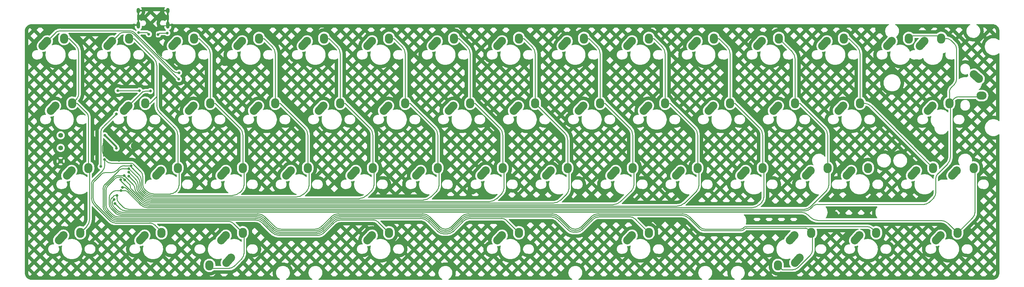
<source format=gbr>
%TF.GenerationSoftware,KiCad,Pcbnew,(6.0.4)*%
%TF.CreationDate,2022-03-30T13:59:28+02:00*%
%TF.ProjectId,32u2,33327532-2e6b-4696-9361-645f70636258,rev?*%
%TF.SameCoordinates,Original*%
%TF.FileFunction,Copper,L1,Top*%
%TF.FilePolarity,Positive*%
%FSLAX46Y46*%
G04 Gerber Fmt 4.6, Leading zero omitted, Abs format (unit mm)*
G04 Created by KiCad (PCBNEW (6.0.4)) date 2022-03-30 13:59:28*
%MOMM*%
%LPD*%
G01*
G04 APERTURE LIST*
G04 Aperture macros list*
%AMHorizOval*
0 Thick line with rounded ends*
0 $1 width*
0 $2 $3 position (X,Y) of the first rounded end (center of the circle)*
0 $4 $5 position (X,Y) of the second rounded end (center of the circle)*
0 Add line between two ends*
20,1,$1,$2,$3,$4,$5,0*
0 Add two circle primitives to create the rounded ends*
1,1,$1,$2,$3*
1,1,$1,$4,$5*%
G04 Aperture macros list end*
%TA.AperFunction,ComponentPad*%
%ADD10C,2.400000*%
%TD*%
%TA.AperFunction,ComponentPad*%
%ADD11HorizOval,2.400000X-0.669131X-0.743145X0.669131X0.743145X0*%
%TD*%
%TA.AperFunction,ComponentPad*%
%ADD12O,2.400000X2.950000*%
%TD*%
%TA.AperFunction,ComponentPad*%
%ADD13HorizOval,2.400000X-0.743145X0.669131X0.743145X-0.669131X0*%
%TD*%
%TA.AperFunction,ComponentPad*%
%ADD14O,2.950000X2.400000*%
%TD*%
%TA.AperFunction,ComponentPad*%
%ADD15C,1.400000*%
%TD*%
%TA.AperFunction,ComponentPad*%
%ADD16HorizOval,2.400000X0.669131X0.743145X-0.669131X-0.743145X0*%
%TD*%
%TA.AperFunction,ComponentPad*%
%ADD17O,1.000000X1.600000*%
%TD*%
%TA.AperFunction,ComponentPad*%
%ADD18O,1.000000X2.100000*%
%TD*%
%TA.AperFunction,ViaPad*%
%ADD19C,0.800000*%
%TD*%
%TA.AperFunction,Conductor*%
%ADD20C,0.250000*%
%TD*%
%TA.AperFunction,Conductor*%
%ADD21C,0.500000*%
%TD*%
G04 APERTURE END LIST*
D10*
%TO.P,SW1\u002C11,1,1*%
%TO.N,Net-(D110111-Pad1)*%
X230125001Y-75168249D03*
D11*
X229494132Y-75875104D03*
D12*
%TO.P,SW1\u002C11,2,2*%
%TO.N,COL-11*%
X235125001Y-74368249D03*
%TD*%
D13*
%TO.P,SW1\u002C13_1,1,1*%
%TO.N,Net-(D112113-Pad1)*%
X288305646Y-66512380D03*
D10*
X289012501Y-67143249D03*
D14*
%TO.P,SW1\u002C13_1,2,2*%
%TO.N,COL-13*%
X289812501Y-72143249D03*
%TD*%
D11*
%TO.P,SW0\u002C2,1,1*%
%TO.N,Net-(D203-Pad1)*%
X53281632Y-56825104D03*
D10*
X53912501Y-56118249D03*
D12*
%TO.P,SW0\u002C2,2,2*%
%TO.N,COL-2*%
X58912501Y-55318249D03*
%TD*%
D10*
%TO.P,SW2\u002C3,1,1*%
%TO.N,Net-(D2223-Pad2)*%
X87250001Y-94218249D03*
D11*
X86619132Y-94925104D03*
D12*
%TO.P,SW2\u002C3,2,2*%
%TO.N,COL-3*%
X92250001Y-93418249D03*
%TD*%
D11*
%TO.P,SW3\u002C6,1,1*%
%TO.N,Net-(D2-Pad2)*%
X148531632Y-113975104D03*
D10*
X149162501Y-113268249D03*
D12*
%TO.P,SW3\u002C6,2,2*%
%TO.N,COL-6*%
X154162501Y-112468249D03*
%TD*%
D10*
%TO.P,SW2\u002C5,1,1*%
%TO.N,Net-(D2425-Pad2)*%
X125350001Y-94218249D03*
D11*
X124719132Y-94925104D03*
D12*
%TO.P,SW2\u002C5,2,2*%
%TO.N,COL-5*%
X130350001Y-93418249D03*
%TD*%
D10*
%TO.P,SW2\u002C7,1,1*%
%TO.N,Net-(D2627-Pad2)*%
X163450001Y-94218249D03*
D11*
X162819132Y-94925104D03*
D12*
%TO.P,SW2\u002C7,2,2*%
%TO.N,COL-7*%
X168450001Y-93418249D03*
%TD*%
D10*
%TO.P,SW1\u002C13,1,1*%
%TO.N,Net-(D112113-Pad1)*%
X275368751Y-75168249D03*
D11*
X274737882Y-75875104D03*
D12*
%TO.P,SW1\u002C13,2,2*%
%TO.N,COL-13*%
X280368751Y-74368249D03*
%TD*%
D10*
%TO.P,SW2\u002C12_1,1,1*%
%TO.N,Net-(D212213-Pad1)*%
X282512501Y-94218249D03*
D11*
X281881632Y-94925104D03*
D12*
%TO.P,SW2\u002C12_1,2,2*%
%TO.N,COL-12*%
X287512501Y-93418249D03*
%TD*%
D10*
%TO.P,SW0\u002C5,1,1*%
%TO.N,Net-(D405-Pad2)*%
X111062501Y-56118249D03*
D11*
X110431632Y-56825104D03*
D12*
%TO.P,SW0\u002C5,2,2*%
%TO.N,COL-5*%
X116062501Y-55318249D03*
%TD*%
D11*
%TO.P,SW3\u002C10,1,1*%
%TO.N,Net-(D3-Pad2)*%
X234256632Y-113975104D03*
D10*
X234887501Y-113268249D03*
D12*
%TO.P,SW3\u002C10,2,2*%
%TO.N,COL-10*%
X239887501Y-112468249D03*
%TD*%
D15*
%TO.P,H2,1,1*%
%TO.N,GND*%
X19800000Y-91400000D03*
%TD*%
D10*
%TO.P,SW3\u002C10_1,1,1*%
%TO.N,Net-(D3-Pad2)*%
X235125001Y-121268249D03*
D16*
X235755870Y-120561394D03*
D12*
%TO.P,SW3\u002C10_1,2,2*%
%TO.N,COL-10*%
X230125001Y-122068249D03*
%TD*%
D10*
%TO.P,SW1\u002C12,1,1*%
%TO.N,Net-(D112113-Pad2)*%
X249175001Y-75168249D03*
D11*
X248544132Y-75875104D03*
D12*
%TO.P,SW1\u002C12,2,2*%
%TO.N,COL-12*%
X254175001Y-74368249D03*
%TD*%
D11*
%TO.P,SW1\u002C1,1,1*%
%TO.N,Net-(D1011-Pad2)*%
X38994132Y-75875104D03*
D10*
X39625001Y-75168249D03*
D12*
%TO.P,SW1\u002C1,2,2*%
%TO.N,COL-1*%
X44625001Y-74368249D03*
%TD*%
D11*
%TO.P,SW0\u002C1,1,1*%
%TO.N,Net-(D1-Pad1)*%
X34231632Y-56825104D03*
D10*
X34862501Y-56118249D03*
D12*
%TO.P,SW0\u002C1,2,2*%
%TO.N,COL-1*%
X39862501Y-55318249D03*
%TD*%
D10*
%TO.P,SW2\u002C4,1,1*%
%TO.N,Net-(D2425-Pad1)*%
X106300001Y-94218249D03*
D11*
X105669132Y-94925104D03*
D12*
%TO.P,SW2\u002C4,2,2*%
%TO.N,COL-4*%
X111300001Y-93418249D03*
%TD*%
D11*
%TO.P,SW0\u002C11,1,1*%
%TO.N,Net-(D10011-Pad2)*%
X224731632Y-56825104D03*
D10*
X225362501Y-56118249D03*
D12*
%TO.P,SW0\u002C11,2,2*%
%TO.N,COL-11*%
X230362501Y-55318249D03*
%TD*%
D16*
%TO.P,SW3\u002C2_1,1,1*%
%TO.N,Net-(D3233-Pad1)*%
X69068370Y-120561394D03*
D10*
X68437501Y-121268249D03*
D12*
%TO.P,SW3\u002C2_1,2,2*%
%TO.N,COL-2*%
X63437501Y-122068249D03*
%TD*%
D11*
%TO.P,SW2\u002C11,1,1*%
%TO.N,Net-(D210211-Pad2)*%
X239019132Y-94925104D03*
D10*
X239650001Y-94218249D03*
D12*
%TO.P,SW2\u002C11,2,2*%
%TO.N,COL-11*%
X244650001Y-93418249D03*
%TD*%
D11*
%TO.P,SW2\u002C1,1,1*%
%TO.N,Net-(D2021-Pad2)*%
X48519132Y-94925104D03*
D10*
X49150001Y-94218249D03*
D12*
%TO.P,SW2\u002C1,2,2*%
%TO.N,COL-1*%
X54150001Y-93418249D03*
%TD*%
D10*
%TO.P,SW1\u002C2,1,1*%
%TO.N,Net-(D1213-Pad2)*%
X58675001Y-75168249D03*
D11*
X58044132Y-75875104D03*
D12*
%TO.P,SW1\u002C2,2,2*%
%TO.N,COL-2*%
X63675001Y-74368249D03*
%TD*%
D15*
%TO.P,H1,1,1*%
%TO.N,+5*%
X19800000Y-83800000D03*
%TD*%
D10*
%TO.P,SW1\u002C4,1,1*%
%TO.N,Net-(D1415-Pad2)*%
X96775001Y-75168249D03*
D11*
X96144132Y-75875104D03*
D12*
%TO.P,SW1\u002C4,2,2*%
%TO.N,COL-4*%
X101775001Y-74368249D03*
%TD*%
D11*
%TO.P,SW3\u002C2,1,1*%
%TO.N,Net-(D3233-Pad1)*%
X67569132Y-113975104D03*
D10*
X68200001Y-113268249D03*
D12*
%TO.P,SW3\u002C2,2,2*%
%TO.N,COL-2*%
X73200001Y-112468249D03*
%TD*%
D11*
%TO.P,SW0\u002C10,1,1*%
%TO.N,Net-(D10011-Pad1)*%
X205681632Y-56825104D03*
D10*
X206312501Y-56118249D03*
D12*
%TO.P,SW0\u002C10,2,2*%
%TO.N,COL-10*%
X211312501Y-55318249D03*
%TD*%
D11*
%TO.P,SW0\u002C6,1,1*%
%TO.N,Net-(D607-Pad1)*%
X129481632Y-56825104D03*
D10*
X130112501Y-56118249D03*
D12*
%TO.P,SW0\u002C6,2,2*%
%TO.N,COL-6*%
X135112501Y-55318249D03*
%TD*%
D11*
%TO.P,SW1\u002C3,1,1*%
%TO.N,Net-(D1213-Pad1)*%
X77094132Y-75875104D03*
D10*
X77725001Y-75168249D03*
D12*
%TO.P,SW1\u002C3,2,2*%
%TO.N,COL-3*%
X82725001Y-74368249D03*
%TD*%
D11*
%TO.P,SW2\u002C2,1,1*%
%TO.N,Net-(D2223-Pad1)*%
X67569132Y-94925104D03*
D10*
X68200001Y-94218249D03*
D12*
%TO.P,SW2\u002C2,2,2*%
%TO.N,COL-2*%
X73200001Y-93418249D03*
%TD*%
D11*
%TO.P,SW3\u002C11,1,1*%
%TO.N,Net-(D3-Pad1)*%
X253306632Y-113975104D03*
D10*
X253937501Y-113268249D03*
D12*
%TO.P,SW3\u002C11,2,2*%
%TO.N,COL-11*%
X258937501Y-112468249D03*
%TD*%
D11*
%TO.P,SW2\u002C0,1,1*%
%TO.N,Net-(D2021-Pad1)*%
X22325382Y-94925104D03*
D10*
X22956251Y-94218249D03*
D12*
%TO.P,SW2\u002C0,2,2*%
%TO.N,COL-0*%
X27956251Y-93418249D03*
%TD*%
D10*
%TO.P,SW0\u002C9,1,1*%
%TO.N,Net-(D809-Pad1)*%
X187262501Y-56118249D03*
D11*
X186631632Y-56825104D03*
D12*
%TO.P,SW0\u002C9,2,2*%
%TO.N,COL-9*%
X192262501Y-55318249D03*
%TD*%
D11*
%TO.P,SW0\u002C4,1,1*%
%TO.N,Net-(D405-Pad1)*%
X91381632Y-56825104D03*
D10*
X92012501Y-56118249D03*
D12*
%TO.P,SW0\u002C4,2,2*%
%TO.N,COL-4*%
X97012501Y-55318249D03*
%TD*%
D11*
%TO.P,SW3\u002C12,1,1*%
%TO.N,Net-(D4-Pad1)*%
X277119132Y-113975104D03*
D10*
X277750001Y-113268249D03*
D12*
%TO.P,SW3\u002C12,2,2*%
%TO.N,COL-12*%
X282750001Y-112468249D03*
%TD*%
D11*
%TO.P,SW2\u002C6,1,1*%
%TO.N,Net-(D2627-Pad1)*%
X143769132Y-94925104D03*
D10*
X144400001Y-94218249D03*
D12*
%TO.P,SW2\u002C6,2,2*%
%TO.N,COL-6*%
X149400001Y-93418249D03*
%TD*%
D10*
%TO.P,SW2\u002C13,1,1*%
%TO.N,Net-(D210211-Pad2)*%
X251556251Y-94218249D03*
D11*
X250925382Y-94925104D03*
D12*
%TO.P,SW2\u002C13,2,2*%
%TO.N,COL-11*%
X256556251Y-93418249D03*
%TD*%
D11*
%TO.P,SW1\u002C6,1,1*%
%TO.N,Net-(D1617-Pad2)*%
X134244132Y-75875104D03*
D10*
X134875001Y-75168249D03*
D12*
%TO.P,SW1\u002C6,2,2*%
%TO.N,COL-6*%
X139875001Y-74368249D03*
%TD*%
D11*
%TO.P,SW0\u002C12,1,1*%
%TO.N,Net-(D12013-Pad1)*%
X243781632Y-56825104D03*
D10*
X244412501Y-56118249D03*
D12*
%TO.P,SW0\u002C12,2,2*%
%TO.N,COL-12*%
X249412501Y-55318249D03*
%TD*%
D10*
%TO.P,SW0\u002C8,1,1*%
%TO.N,Net-(D809-Pad2)*%
X168212501Y-56118249D03*
D11*
X167581632Y-56825104D03*
D12*
%TO.P,SW0\u002C8,2,2*%
%TO.N,COL-8*%
X173212501Y-55318249D03*
%TD*%
D10*
%TO.P,SW1\u002C0,1,1*%
%TO.N,Net-(D1011-Pad1)*%
X18193751Y-75168249D03*
D11*
X17562882Y-75875104D03*
D12*
%TO.P,SW1\u002C0,2,2*%
%TO.N,COL-0*%
X23193751Y-74368249D03*
%TD*%
D11*
%TO.P,SW0.7,1,1*%
%TO.N,Net-(D607-Pad2)*%
X148531632Y-56825104D03*
D10*
X149162501Y-56118249D03*
D12*
%TO.P,SW0.7,2,2*%
%TO.N,COL-7*%
X154162501Y-55318249D03*
%TD*%
D11*
%TO.P,SW1\u002C5,1,1*%
%TO.N,Net-(D1415-Pad1)*%
X115194132Y-75875104D03*
D10*
X115825001Y-75168249D03*
D12*
%TO.P,SW1\u002C5,2,2*%
%TO.N,COL-5*%
X120825001Y-74368249D03*
%TD*%
D11*
%TO.P,SW2\u002C8,1,1*%
%TO.N,Net-(D2829-Pad1)*%
X181869132Y-94925104D03*
D10*
X182500001Y-94218249D03*
D12*
%TO.P,SW2\u002C8,2,2*%
%TO.N,COL-8*%
X187500001Y-93418249D03*
%TD*%
D11*
%TO.P,SW3\u002C1,1,1*%
%TO.N,Net-(D3031-Pad1)*%
X43756632Y-113975104D03*
D10*
X44387501Y-113268249D03*
D12*
%TO.P,SW3\u002C1,2,2*%
%TO.N,COL-1*%
X49387501Y-112468249D03*
%TD*%
D10*
%TO.P,SW0\u002C13,1,1*%
%TO.N,Net-(D12013-Pad2)*%
X272987501Y-56118249D03*
D11*
X272356632Y-56825104D03*
D12*
%TO.P,SW0\u002C13,2,2*%
%TO.N,COL-13*%
X277987501Y-55318249D03*
%TD*%
D11*
%TO.P,SW2\u002C10,1,1*%
%TO.N,Net-(D210211-Pad1)*%
X219969132Y-94925104D03*
D10*
X220600001Y-94218249D03*
D12*
%TO.P,SW2\u002C10,2,2*%
%TO.N,COL-10*%
X225600001Y-93418249D03*
%TD*%
D11*
%TO.P,SW3\u002C3,1,1*%
%TO.N,Net-(D3233-Pad2)*%
X110431632Y-113975104D03*
D10*
X111062501Y-113268249D03*
D12*
%TO.P,SW3\u002C3,2,2*%
%TO.N,COL-3*%
X116062501Y-112468249D03*
%TD*%
D11*
%TO.P,SW0\u002C3,1,1*%
%TO.N,Net-(D203-Pad2)*%
X72331632Y-56825104D03*
D10*
X72962501Y-56118249D03*
D12*
%TO.P,SW0\u002C3,2,2*%
%TO.N,COL-3*%
X77962501Y-55318249D03*
%TD*%
D10*
%TO.P,SW1\u002C10,1,1*%
%TO.N,Net-(D110111-Pad2)*%
X211075001Y-75168249D03*
D11*
X210444132Y-75875104D03*
D12*
%TO.P,SW1\u002C10,2,2*%
%TO.N,COL-10*%
X216075001Y-74368249D03*
%TD*%
D11*
%TO.P,SW0\u002C0,1,1*%
%TO.N,Net-(D1-Pad2)*%
X15181632Y-56825104D03*
D10*
X15812501Y-56118249D03*
D12*
%TO.P,SW0\u002C0,2,2*%
%TO.N,COL-0*%
X20812501Y-55318249D03*
%TD*%
D11*
%TO.P,SW3\u002C8,1,1*%
%TO.N,Net-(D2-Pad1)*%
X186631632Y-113975104D03*
D10*
X187262501Y-113268249D03*
D12*
%TO.P,SW3\u002C8,2,2*%
%TO.N,COL-7*%
X192262501Y-112468249D03*
%TD*%
D15*
%TO.P,H0,1,1*%
%TO.N,LED-OUT*%
X19800000Y-87500000D03*
%TD*%
D10*
%TO.P,SW1\u002C9,1,1*%
%TO.N,Net-(D1819-Pad1)*%
X192025001Y-75168249D03*
D11*
X191394132Y-75875104D03*
D12*
%TO.P,SW1\u002C9,2,2*%
%TO.N,COL-9*%
X197025001Y-74368249D03*
%TD*%
D10*
%TO.P,SW0\u002C13_1,1,1*%
%TO.N,Net-(D12013-Pad2)*%
X263462501Y-56118249D03*
D11*
X262831632Y-56825104D03*
D12*
%TO.P,SW0\u002C13_1,2,2*%
%TO.N,COL-13*%
X268462501Y-55318249D03*
%TD*%
D11*
%TO.P,SW1\u002C7,1,1*%
%TO.N,Net-(SW1\u002C7-Pad1)*%
X153294132Y-75875104D03*
D10*
X153925001Y-75168249D03*
D12*
%TO.P,SW1\u002C7,2,2*%
%TO.N,COL-7*%
X158925001Y-74368249D03*
%TD*%
D11*
%TO.P,SW1\u002C8,1,1*%
%TO.N,Net-(D1819-Pad2)*%
X172344132Y-75875104D03*
D10*
X172975001Y-75168249D03*
D12*
%TO.P,SW1\u002C8,2,2*%
%TO.N,COL-8*%
X177975001Y-74368249D03*
%TD*%
D11*
%TO.P,SW2\u002C12,1,1*%
%TO.N,Net-(D212213-Pad1)*%
X269975382Y-94925104D03*
D10*
X270606251Y-94218249D03*
D12*
%TO.P,SW2\u002C12,2,2*%
%TO.N,COL-12*%
X275606251Y-93418249D03*
%TD*%
D10*
%TO.P,SW3\u002C0,1,1*%
%TO.N,Net-(D3031-Pad2)*%
X20575001Y-113268249D03*
D11*
X19944132Y-113975104D03*
D12*
%TO.P,SW3\u002C0,2,2*%
%TO.N,COL-0*%
X25575001Y-112468249D03*
%TD*%
D11*
%TO.P,SW2\u002C9,1,1*%
%TO.N,Net-(D2829-Pad2)*%
X200919132Y-94925104D03*
D10*
X201550001Y-94218249D03*
D12*
%TO.P,SW2\u002C9,2,2*%
%TO.N,COL-9*%
X206550001Y-93418249D03*
%TD*%
D17*
%TO.P,J0,S1,SHIELD*%
%TO.N,GND*%
X42567501Y-47161999D03*
X51207501Y-47161999D03*
D18*
X51207501Y-51341999D03*
X42567501Y-51341999D03*
%TD*%
D19*
%TO.N,GND*%
X51700000Y-61650000D03*
X41750000Y-86950000D03*
X45600000Y-95650000D03*
X36900000Y-91200000D03*
X32500000Y-86300000D03*
X140450000Y-99850000D03*
X246500000Y-107400000D03*
X30100000Y-86300000D03*
X67950000Y-62050000D03*
X259950000Y-52500000D03*
X47600000Y-56950000D03*
%TO.N,+5*%
X32750000Y-83800000D03*
X36150000Y-87650000D03*
%TO.N,Net-(D1-Pad1)*%
X54450000Y-67250000D03*
%TO.N,Net-(D1-Pad2)*%
X54500000Y-65400000D03*
%TO.N,Net-(J0-PadB5)*%
X48362500Y-54137500D03*
X51075000Y-53725000D03*
%TO.N,Net-(J0-PadA5)*%
X45650000Y-54050000D03*
X42700000Y-53550000D03*
%TO.N,Net-(R0-Pad2)*%
X31575000Y-92975000D03*
X36125000Y-77525000D03*
%TO.N,COL-1*%
X32700000Y-90900000D03*
%TO.N,COL-2*%
X40500000Y-92750000D03*
%TO.N,COL-3*%
X39800000Y-93600000D03*
%TO.N,COL-4*%
X39750000Y-94675000D03*
%TO.N,COL-5*%
X39775000Y-95800000D03*
%TO.N,COL-6*%
X38400000Y-95625000D03*
%TO.N,COL-8*%
X37400000Y-96825000D03*
%TO.N,COL-9*%
X37950000Y-99100000D03*
%TO.N,COL-11*%
X36300000Y-101500000D03*
%TO.N,COL-13*%
X35750000Y-103900000D03*
%TO.N,COL-7*%
X38625000Y-96925000D03*
%TO.N,COL-12*%
X35450000Y-102700000D03*
%TO.N,Net-(D1011-Pad1)*%
X36550000Y-70650000D03*
X42950000Y-70650000D03*
%TO.N,Net-(D1011-Pad2)*%
X46100000Y-70800000D03*
%TO.N,COL-10*%
X37500000Y-100050000D03*
%TD*%
D20*
%TO.N,GND*%
X36900000Y-91200000D02*
X40321573Y-91200000D01*
X48099140Y-51950860D02*
X48039340Y-52010660D01*
X51207501Y-47161999D02*
X42567501Y-47161999D01*
X32024520Y-88346093D02*
X32024520Y-87189694D01*
X51037980Y-51511520D02*
X49159800Y-51511520D01*
X48185787Y-59714352D02*
X49535650Y-61064214D01*
X51207501Y-51341999D02*
X51207501Y-47161999D01*
X42567501Y-51341999D02*
X42567501Y-47161999D01*
X47600000Y-53071320D02*
X47600000Y-56950000D01*
X47600000Y-56950000D02*
X47600000Y-58300138D01*
X37500000Y-91200000D02*
X41750000Y-86950000D01*
X32317413Y-86482587D02*
X32500000Y-86300000D01*
X36900000Y-91200000D02*
X37500000Y-91200000D01*
X51037980Y-51511520D02*
X51207501Y-51341999D01*
X33464213Y-90614213D02*
X32610306Y-89760306D01*
X36900000Y-91200000D02*
X34878427Y-91200000D01*
X50949863Y-61650000D02*
X51700000Y-61650000D01*
X50792293Y-51511520D02*
X51037980Y-51511520D01*
X41735787Y-91785787D02*
X45600000Y-95650000D01*
X48039330Y-52010650D02*
G75*
G03*
X47600000Y-53071320I1060670J-1060650D01*
G01*
X32317420Y-86482594D02*
G75*
G03*
X32024520Y-87189694I707080J-707106D01*
G01*
X41735801Y-91785773D02*
G75*
G03*
X40321573Y-91200000I-1414201J-1414227D01*
G01*
X49535668Y-61064196D02*
G75*
G03*
X50949863Y-61650000I1414232J1414196D01*
G01*
X32024520Y-88346093D02*
G75*
G03*
X32610307Y-89760305I1999980J-7D01*
G01*
X48185806Y-59714333D02*
G75*
G02*
X47600000Y-58300138I1414194J1414233D01*
G01*
X48099144Y-51950864D02*
G75*
G02*
X49159800Y-51511520I1060656J-1060636D01*
G01*
X33464199Y-90614227D02*
G75*
G03*
X34878427Y-91200000I1414201J1414227D01*
G01*
D21*
%TO.N,+5*%
X32750000Y-83800000D02*
X36150000Y-87200000D01*
X36150000Y-87200000D02*
X36150000Y-87650000D01*
D20*
%TO.N,Net-(D1-Pad1)*%
X54450000Y-67250000D02*
X41304515Y-54104515D01*
X39890302Y-53518729D02*
X38290448Y-53518729D01*
X36876234Y-54104516D02*
X34862501Y-56118249D01*
X38290448Y-53518755D02*
G75*
G03*
X36876234Y-54104516I-48J-1999945D01*
G01*
X39890302Y-53518720D02*
G75*
G02*
X41304514Y-54104516I-2J-1999980D01*
G01*
%TO.N,Net-(D1-Pad2)*%
X52649932Y-64814214D02*
X41490712Y-53654995D01*
X54500000Y-65400000D02*
X54064145Y-65400000D01*
X18275754Y-53654996D02*
X15812501Y-56118249D01*
X40076499Y-53069209D02*
X19689968Y-53069209D01*
X54064145Y-65399968D02*
G75*
G02*
X52649932Y-64814214I-45J1999968D01*
G01*
X18275772Y-53655014D02*
G75*
G02*
X19689968Y-53069209I1414228J-1414186D01*
G01*
X41490711Y-53654996D02*
G75*
G03*
X40076499Y-53069209I-1414211J-1414204D01*
G01*
%TO.N,Net-(J0-PadB5)*%
X48775000Y-53725000D02*
X48362500Y-54137500D01*
X48777798Y-53725000D02*
X48610990Y-53891808D01*
X51075000Y-53725000D02*
X48777798Y-53725000D01*
X51075000Y-53725000D02*
X48775000Y-53725000D01*
%TO.N,Net-(J0-PadA5)*%
X42700000Y-53550000D02*
X45150000Y-53550000D01*
X45150000Y-53550000D02*
X45650000Y-54050000D01*
%TO.N,Net-(R0-Pad2)*%
X31575000Y-82903427D02*
X31575000Y-92975000D01*
X35350480Y-78299520D02*
X33025000Y-80625000D01*
X33025000Y-80625000D02*
X32450000Y-81200000D01*
X36125000Y-77525000D02*
X35350480Y-78299520D01*
X33025000Y-80625000D02*
X32160786Y-81489214D01*
X32160772Y-81489200D02*
G75*
G03*
X31575000Y-82903427I1414228J-1414200D01*
G01*
%TO.N,COL-1*%
X41312501Y-55318249D02*
X47099697Y-61105445D01*
X44625001Y-74368249D02*
X45988503Y-74368249D01*
X49387501Y-112193249D02*
X49387501Y-112468249D01*
X36825489Y-92025489D02*
X34653916Y-92025489D01*
X43875000Y-95853427D02*
X43875000Y-96775000D01*
X43875000Y-98346573D02*
X43875000Y-96775000D01*
X48857056Y-77150304D02*
X53271322Y-81564570D01*
X41168382Y-92318382D02*
X43289213Y-94439213D01*
X28850000Y-98071320D02*
X28850000Y-102257359D01*
X35762076Y-109583649D02*
X45949474Y-109583649D01*
X44864090Y-100164090D02*
X44460786Y-99760786D01*
X36825489Y-92025489D02*
X40461275Y-92025489D01*
X54150001Y-93418249D02*
X54150001Y-93693249D01*
X53888735Y-99973992D02*
X53405743Y-100456984D01*
X32700000Y-90900000D02*
X32700000Y-92771573D01*
X39862501Y-55318249D02*
X41312501Y-55318249D01*
X51991530Y-101042770D02*
X46985411Y-101042770D01*
X47978376Y-63226765D02*
X47978376Y-72378376D01*
X54150001Y-93418249D02*
X54474522Y-93742770D01*
X36825489Y-92025489D02*
X35988725Y-92025489D01*
X32114214Y-94185786D02*
X29289340Y-97010660D01*
X47363687Y-110169435D02*
X49387501Y-112193249D01*
X54150001Y-93693249D02*
X54474522Y-94017770D01*
X54474522Y-94017770D02*
X54474522Y-98559778D01*
X54150001Y-83685890D02*
X54150001Y-93418249D01*
X29728679Y-104378679D02*
X34347862Y-108997862D01*
X45988503Y-74368249D02*
X47978376Y-72378376D01*
X43875000Y-96775000D02*
X43875000Y-95864283D01*
X33239702Y-91439702D02*
X32700000Y-90900000D01*
X47978376Y-72378376D02*
X47978376Y-75028983D01*
X32114228Y-94185800D02*
G75*
G03*
X32700000Y-92771573I-1414228J1414200D01*
G01*
X53271317Y-81564575D02*
G75*
G02*
X54150001Y-83685890I-2121317J-2121325D01*
G01*
X44460772Y-99760800D02*
G75*
G02*
X43875000Y-98346573I1414228J1414200D01*
G01*
X34653916Y-92025480D02*
G75*
G02*
X33239703Y-91439701I-16J1999980D01*
G01*
X28850015Y-98071320D02*
G75*
G02*
X29289340Y-97010660I1499985J20D01*
G01*
X29728679Y-104378679D02*
G75*
G02*
X28850000Y-102257359I2121321J2121319D01*
G01*
X53888751Y-99974008D02*
G75*
G03*
X54474522Y-98559778I-1414251J1414208D01*
G01*
X47099674Y-61105468D02*
G75*
G02*
X47978376Y-63226765I-2121274J-2121332D01*
G01*
X43874980Y-95853427D02*
G75*
G03*
X43289212Y-94439214I-1999980J27D01*
G01*
X41168397Y-92318367D02*
G75*
G03*
X40461275Y-92025489I-707097J-707133D01*
G01*
X47363690Y-110169432D02*
G75*
G03*
X45949474Y-109583649I-1414190J-1414168D01*
G01*
X44864091Y-100164089D02*
G75*
G03*
X46985411Y-101042770I2121309J2121289D01*
G01*
X35762076Y-109583651D02*
G75*
G02*
X34347862Y-108997862I24J2000051D01*
G01*
X47978395Y-75028983D02*
G75*
G03*
X48857056Y-77150304I3000005J-17D01*
G01*
X51991530Y-101042799D02*
G75*
G03*
X53405742Y-100456983I-30J1999999D01*
G01*
%TO.N,COL-0*%
X22262501Y-55318249D02*
X24208343Y-57264091D01*
X24643751Y-74368249D02*
X27370465Y-77094963D01*
X28280772Y-108519837D02*
X28280772Y-93742770D01*
X28280772Y-93742770D02*
X27956251Y-93418249D01*
X27956251Y-78509176D02*
X27956251Y-93418249D01*
X24501235Y-73060765D02*
X23193751Y-74368249D01*
X23193751Y-74368249D02*
X24643751Y-74368249D01*
X20812501Y-55318249D02*
X22262501Y-55318249D01*
X25087022Y-59385411D02*
X25087022Y-71646551D01*
X25575001Y-112468249D02*
X27402093Y-110641157D01*
X25087007Y-59385411D02*
G75*
G03*
X24208342Y-57264092I-3000007J11D01*
G01*
X25086980Y-71646551D02*
G75*
G02*
X24501234Y-73060764I-1999980J-49D01*
G01*
X28280806Y-108519837D02*
G75*
G02*
X27402093Y-110641157I-3000006J37D01*
G01*
X27956282Y-78509176D02*
G75*
G03*
X27370465Y-77094963I-1999982J-24D01*
G01*
%TO.N,COL-2*%
X42839693Y-95464693D02*
X41587500Y-94212500D01*
X73200001Y-93418249D02*
X73524522Y-93742770D01*
X41587500Y-94212500D02*
X40500000Y-93125000D01*
X44677892Y-100613610D02*
X44011266Y-99946983D01*
X73200001Y-112468249D02*
X73524522Y-112792770D01*
X44810740Y-109134129D02*
X43584129Y-109134129D01*
X60362501Y-55318249D02*
X62796322Y-57752070D01*
X73200001Y-112468249D02*
X70451667Y-109719915D01*
X69037454Y-109134129D02*
X43584129Y-109134129D01*
X63675001Y-59873390D02*
X63675001Y-74368249D01*
X43425480Y-98532770D02*
X43425480Y-96878907D01*
X41587500Y-94212500D02*
X41037500Y-93662500D01*
X73200001Y-112193249D02*
X73200001Y-112468249D01*
X33031981Y-94746446D02*
X34775127Y-94746446D01*
X65125001Y-74368249D02*
X72321322Y-81564570D01*
X73524522Y-112143728D02*
X73200001Y-112468249D01*
X34548343Y-108548343D02*
X30190409Y-104190409D01*
X40500000Y-92750000D02*
X39389762Y-92750000D01*
X63675001Y-74368249D02*
X65125001Y-74368249D01*
X29311730Y-102069089D02*
X29311730Y-98259590D01*
X40500000Y-93125000D02*
X40500000Y-92750000D01*
X73524522Y-93742770D02*
X73524522Y-98559778D01*
X36189340Y-94160660D02*
X37014213Y-93335787D01*
X69221573Y-122900000D02*
X64269252Y-122900000D01*
X38428427Y-92750000D02*
X40500000Y-92750000D01*
X70177796Y-101492290D02*
X46799213Y-101492290D01*
X73200001Y-83685890D02*
X73200001Y-93418249D01*
X64269252Y-122900000D02*
X63437501Y-122068249D01*
X72938735Y-120011265D02*
X70635786Y-122314214D01*
X72938735Y-99973992D02*
X72299116Y-100613611D01*
X43584129Y-109134129D02*
X35962556Y-109134129D01*
X58912501Y-55318249D02*
X60362501Y-55318249D01*
X29751070Y-97198930D02*
X31617768Y-95332232D01*
X73524522Y-112792770D02*
X73524522Y-118597051D01*
X41037500Y-93662500D02*
X40850000Y-93475000D01*
X29751081Y-97198941D02*
G75*
G03*
X29311730Y-98259590I1060619J-1060659D01*
G01*
X72299116Y-100613611D02*
G75*
G02*
X70177796Y-101492290I-2121316J2121311D01*
G01*
X73524480Y-118597051D02*
G75*
G02*
X72938734Y-120011264I-1999980J-49D01*
G01*
X69221573Y-122899980D02*
G75*
G03*
X70635785Y-122314213I27J1999980D01*
G01*
X73200007Y-83685890D02*
G75*
G03*
X72321321Y-81564571I-3000007J-10D01*
G01*
X44677888Y-100613614D02*
G75*
G03*
X46799213Y-101492290I2121312J2121314D01*
G01*
X38428427Y-92750020D02*
G75*
G03*
X37014214Y-93335788I-27J-1999980D01*
G01*
X33031981Y-94746420D02*
G75*
G03*
X31617769Y-95332233I19J-1999980D01*
G01*
X72938751Y-99974008D02*
G75*
G03*
X73524522Y-98559778I-1414251J1414208D01*
G01*
X36189336Y-94160656D02*
G75*
G02*
X34775127Y-94746446I-1414236J1414256D01*
G01*
X63675007Y-59873390D02*
G75*
G03*
X62796321Y-57752071I-3000007J-10D01*
G01*
X70451684Y-109719898D02*
G75*
G03*
X69037454Y-109134129I-1414184J-1414202D01*
G01*
X43425480Y-96878907D02*
G75*
G03*
X42839692Y-95464694I-1999980J7D01*
G01*
X29311729Y-102069089D02*
G75*
G03*
X30190409Y-104190409I2999971J-11D01*
G01*
X34548359Y-108548327D02*
G75*
G03*
X35962556Y-109134129I1414241J1414227D01*
G01*
X43425508Y-98532770D02*
G75*
G03*
X44011267Y-99946982I1999992J-30D01*
G01*
%TO.N,COL-3*%
X92250001Y-93418249D02*
X92574522Y-93742770D01*
X88915549Y-101941810D02*
X46613015Y-101941810D01*
X32230772Y-104752345D02*
X32230772Y-99583373D01*
X84175001Y-74368249D02*
X91371322Y-81564570D01*
X75884609Y-108684609D02*
X76812570Y-108684609D01*
X68034609Y-108684609D02*
X68448720Y-108684609D01*
X83822993Y-113209750D02*
X95379897Y-113209750D01*
X91988735Y-100111265D02*
X91036869Y-101063131D01*
X44491694Y-101063129D02*
X43561746Y-100133180D01*
X68034609Y-108684609D02*
X36163036Y-108684609D01*
X75884609Y-108684609D02*
X76800000Y-108684609D01*
X78933890Y-109563288D02*
X81701672Y-112331070D01*
X92574522Y-93742770D02*
X92574522Y-98697051D01*
X34748822Y-108098822D02*
X32816558Y-106166558D01*
X68034609Y-108684609D02*
X75884609Y-108684609D01*
X101976106Y-108684609D02*
X111450434Y-108684609D01*
X112864647Y-109270395D02*
X116062501Y-112468249D01*
X32816559Y-98169159D02*
X36799931Y-94185787D01*
X77962501Y-55318249D02*
X79412501Y-55318249D01*
X92250001Y-83685890D02*
X92250001Y-93418249D01*
X38214145Y-93600000D02*
X39800000Y-93600000D01*
X82725001Y-59873390D02*
X82725001Y-74368249D01*
X96794111Y-112623963D02*
X99854785Y-109563289D01*
X42390173Y-96190173D02*
X39800000Y-93600000D01*
X82725001Y-74368249D02*
X84175001Y-74368249D01*
X42975960Y-98718967D02*
X42975960Y-97604387D01*
X79412501Y-55318249D02*
X81846322Y-57752070D01*
X34748802Y-108098842D02*
G75*
G03*
X36163036Y-108684609I1414198J1414242D01*
G01*
X88915549Y-101941771D02*
G75*
G03*
X91036869Y-101063131I51J2999971D01*
G01*
X92250007Y-83685890D02*
G75*
G03*
X91371321Y-81564571I-3000007J-10D01*
G01*
X91988764Y-100111294D02*
G75*
G03*
X92574522Y-98697051I-1414264J1414194D01*
G01*
X32230749Y-104752345D02*
G75*
G03*
X32816558Y-106166558I2000051J45D01*
G01*
X43561721Y-100133205D02*
G75*
G02*
X42975960Y-98718967I1414279J1414205D01*
G01*
X42975980Y-97604387D02*
G75*
G03*
X42390172Y-96190174I-1999980J-13D01*
G01*
X112864628Y-109270414D02*
G75*
G03*
X111450434Y-108684609I-1414228J-1414186D01*
G01*
X81846317Y-57752075D02*
G75*
G02*
X82725001Y-59873390I-2121317J-2121325D01*
G01*
X101976106Y-108684611D02*
G75*
G03*
X99854785Y-109563289I-6J-2999989D01*
G01*
X38214145Y-93600032D02*
G75*
G03*
X36799931Y-94185787I-45J-1999968D01*
G01*
X83822993Y-113209740D02*
G75*
G02*
X81701672Y-112331070I7J3000040D01*
G01*
X32816567Y-98169167D02*
G75*
G03*
X32230772Y-99583373I1414233J-1414233D01*
G01*
X46613015Y-101941795D02*
G75*
G02*
X44491695Y-101063128I-15J2999995D01*
G01*
X95379897Y-113209762D02*
G75*
G03*
X96794111Y-112623963I3J1999962D01*
G01*
X78933903Y-109563275D02*
G75*
G03*
X76812570Y-108684609I-2121303J-2121325D01*
G01*
%TO.N,COL-4*%
X42526440Y-98279866D02*
X42526440Y-98905167D01*
X46426818Y-102391330D02*
X107378756Y-102391330D01*
X101775001Y-74368249D02*
X101775001Y-59873390D01*
X39750000Y-94675000D02*
X41940654Y-96865654D01*
X111624522Y-93742770D02*
X111300001Y-93418249D01*
X98462501Y-55318249D02*
X97012501Y-55318249D01*
X111624522Y-98559778D02*
X111624522Y-93742770D01*
X103225001Y-74368249D02*
X101775001Y-74368249D01*
X100896321Y-57752069D02*
X98462501Y-55318249D01*
X110421321Y-81564569D02*
X103225001Y-74368249D01*
X111300001Y-93418249D02*
X111300001Y-83685890D01*
X43112226Y-100319379D02*
X44305497Y-101512650D01*
X109500076Y-101512651D02*
X111038735Y-99973992D01*
X109500104Y-101512679D02*
G75*
G02*
X107378756Y-102391330I-2121304J2121379D01*
G01*
X111300007Y-83685890D02*
G75*
G03*
X110421320Y-81564570I-3000007J-10D01*
G01*
X100896316Y-57752074D02*
G75*
G02*
X101775001Y-59873390I-2121316J-2121326D01*
G01*
X42526453Y-98905167D02*
G75*
G03*
X43112226Y-100319379I1999947J-33D01*
G01*
X111624499Y-98559778D02*
G75*
G02*
X111038734Y-99973991I-1999999J-22D01*
G01*
X46426818Y-102391308D02*
G75*
G02*
X44305497Y-101512650I-18J3000008D01*
G01*
X42526451Y-98279866D02*
G75*
G03*
X41940654Y-96865654I-2000051J-34D01*
G01*
%TO.N,COL-5*%
X42662707Y-100505577D02*
X44119300Y-101962170D01*
X117512501Y-55318249D02*
X119946322Y-57752070D01*
X130674522Y-93742770D02*
X130350001Y-93418249D01*
X46240620Y-102840849D02*
X126116509Y-102840850D01*
X128237829Y-101962171D02*
X130088735Y-100111265D01*
X130674522Y-98697051D02*
X130674522Y-93742770D01*
X130350001Y-83685890D02*
X130350001Y-93418249D01*
X42076921Y-98930346D02*
X42076921Y-99091364D01*
X122275001Y-74368249D02*
X129471322Y-81564570D01*
X116062501Y-55318249D02*
X117512501Y-55318249D01*
X39775000Y-95800000D02*
X41491135Y-97516135D01*
X120825001Y-74368249D02*
X122275001Y-74368249D01*
X120825001Y-59873390D02*
X120825001Y-74368249D01*
X39775000Y-95800000D02*
X39725000Y-95750000D01*
X46240620Y-102840850D02*
G75*
G02*
X44119300Y-101962170I-20J2999950D01*
G01*
X41491163Y-97516107D02*
G75*
G02*
X42076921Y-98930346I-1414263J-1414193D01*
G01*
X129471317Y-81564575D02*
G75*
G02*
X130350001Y-83685890I-2121317J-2121325D01*
G01*
X42076941Y-99091364D02*
G75*
G03*
X42662707Y-100505577I1999959J-36D01*
G01*
X130674480Y-98697051D02*
G75*
G02*
X130088734Y-100111264I-1999980J-49D01*
G01*
X128237814Y-101962156D02*
G75*
G02*
X126116509Y-102840850I-2121314J2121256D01*
G01*
X120825007Y-59873390D02*
G75*
G03*
X119946321Y-57752071I-3000007J-10D01*
G01*
%TO.N,COL-6*%
X136562501Y-55318249D02*
X138996322Y-57752070D01*
X41920294Y-100398881D02*
X43933102Y-102411690D01*
X101789908Y-108235089D02*
X110064911Y-108235089D01*
X38400000Y-95625000D02*
X41041615Y-98266615D01*
X43235089Y-108235089D02*
X76998768Y-108235089D01*
X36824863Y-95625000D02*
X38400000Y-95625000D01*
X96754358Y-112027998D02*
X99366178Y-109416178D01*
X140414910Y-108235090D02*
X140300000Y-108235090D01*
X80453160Y-110446840D02*
X82034317Y-112027997D01*
X125335094Y-108235089D02*
X110064911Y-108235089D01*
X147638309Y-102411691D02*
X149138735Y-100911265D01*
X154162501Y-112468249D02*
X150515128Y-108820876D01*
X149724522Y-93742770D02*
X149400001Y-93418249D01*
X43235089Y-108235089D02*
X36349234Y-108235089D01*
X32680292Y-104566147D02*
X32680292Y-99769571D01*
X99366178Y-109416178D02*
X99668589Y-109113768D01*
X46054423Y-103290370D02*
X145516989Y-103290370D01*
X99366178Y-109416178D02*
X99668588Y-109113768D01*
X133323699Y-112730230D02*
X131901303Y-112730230D01*
X137768587Y-109113769D02*
X134737912Y-112144444D01*
X139875001Y-59873390D02*
X139875001Y-74368249D01*
X34935021Y-107649303D02*
X33266079Y-105980361D01*
X110064911Y-108235089D02*
X110586700Y-108235089D01*
X33266079Y-98355357D02*
X35410650Y-96210786D01*
X79120089Y-109113769D02*
X80453160Y-110446840D01*
X144485090Y-108235090D02*
X140414910Y-108235090D01*
X42763609Y-108235089D02*
X43235089Y-108235089D01*
X83802084Y-112760230D02*
X94986591Y-112760230D01*
X140414910Y-108235090D02*
X139889907Y-108235090D01*
X139875001Y-74368249D02*
X141325001Y-74368249D01*
X135112501Y-55318249D02*
X136562501Y-55318249D01*
X130487089Y-112144443D02*
X127456415Y-109113769D01*
X149100915Y-108235090D02*
X144485090Y-108235090D01*
X149400001Y-83685890D02*
X149400001Y-93418249D01*
X149724522Y-99497051D02*
X149724522Y-93742770D01*
X41627401Y-99680828D02*
X41627401Y-99691775D01*
X79120088Y-109113769D02*
X80453160Y-110446840D01*
X141325001Y-74368249D02*
X148521322Y-81564570D01*
X101789908Y-108235098D02*
G75*
G03*
X99668588Y-109113768I-8J-3000002D01*
G01*
X125335094Y-108235097D02*
G75*
G02*
X127456414Y-109113770I6J-3000003D01*
G01*
X130487081Y-112144451D02*
G75*
G03*
X131901303Y-112730230I1414219J1414251D01*
G01*
X34935006Y-107649318D02*
G75*
G03*
X36349234Y-108235089I1414194J1414218D01*
G01*
X137768582Y-109113764D02*
G75*
G02*
X139889907Y-108235090I2121318J-2121336D01*
G01*
X32680262Y-104566147D02*
G75*
G03*
X33266080Y-105980360I2000038J47D01*
G01*
X83802084Y-112760232D02*
G75*
G02*
X82034317Y-112027997I16J2500032D01*
G01*
X41041629Y-98266601D02*
G75*
G02*
X41627401Y-99680828I-1414229J-1414199D01*
G01*
X149724480Y-99497051D02*
G75*
G02*
X149138734Y-100911264I-1999980J-49D01*
G01*
X148521317Y-81564575D02*
G75*
G02*
X149400001Y-83685890I-2121317J-2121325D01*
G01*
X33266092Y-98355370D02*
G75*
G03*
X32680292Y-99769571I1414208J-1414230D01*
G01*
X139875007Y-59873390D02*
G75*
G03*
X138996321Y-57752071I-3000007J-10D01*
G01*
X94986591Y-112760215D02*
G75*
G03*
X96754358Y-112027998I9J2500015D01*
G01*
X149100915Y-108235083D02*
G75*
G02*
X150515128Y-108820876I-15J-2000017D01*
G01*
X79120107Y-109113751D02*
G75*
G03*
X76998768Y-108235089I-2121307J-2121349D01*
G01*
X43933097Y-102411695D02*
G75*
G03*
X46054423Y-103290370I2121303J2121295D01*
G01*
X36824863Y-95624974D02*
G75*
G03*
X35410650Y-96210786I37J-2000026D01*
G01*
X41920281Y-100398894D02*
G75*
G02*
X41627401Y-99691775I707119J707094D01*
G01*
X147638308Y-102411690D02*
G75*
G02*
X145516989Y-103290370I-2121308J2121290D01*
G01*
X133323699Y-112730220D02*
G75*
G03*
X134737912Y-112144444I1J2000020D01*
G01*
%TO.N,COL-8*%
X187824522Y-93742770D02*
X187500001Y-93418249D01*
X177975001Y-74368249D02*
X179425001Y-74368249D01*
X42849989Y-102600011D02*
X41499989Y-101250011D01*
X179425001Y-74368249D02*
X186621322Y-81564570D01*
X42849989Y-102600011D02*
X43560705Y-103310728D01*
X41499989Y-101250011D02*
X37400000Y-97150022D01*
X187500001Y-83685890D02*
X187500001Y-93418249D01*
X45682027Y-104189409D02*
X181792949Y-104189410D01*
X187824522Y-98572051D02*
X187824522Y-93742770D01*
X174662501Y-55318249D02*
X177096322Y-57752070D01*
X37400000Y-97150022D02*
X37400000Y-96825000D01*
X183914269Y-103310731D02*
X187238735Y-99986265D01*
X177975001Y-59873390D02*
X177975001Y-74368249D01*
X173212501Y-55318249D02*
X174662501Y-55318249D01*
X187824480Y-98572051D02*
G75*
G02*
X187238734Y-99986264I-1999980J-49D01*
G01*
X187500007Y-83685890D02*
G75*
G03*
X186621321Y-81564571I-3000007J-10D01*
G01*
X45682027Y-104189387D02*
G75*
G02*
X43560705Y-103310728I-27J2999987D01*
G01*
X177975007Y-59873390D02*
G75*
G03*
X177096321Y-57752071I-3000007J-10D01*
G01*
X183914296Y-103310758D02*
G75*
G02*
X181792949Y-104189410I-2121296J2121358D01*
G01*
%TO.N,COL-9*%
X197025001Y-74368249D02*
X198475001Y-74368249D01*
X45495828Y-104638929D02*
X200518429Y-104638930D01*
X198475001Y-74368249D02*
X205671322Y-81564570D01*
X197025001Y-59873390D02*
X197025001Y-74368249D01*
X37950000Y-99100000D02*
X37650000Y-99100000D01*
X192262501Y-55318249D02*
X193712501Y-55318249D01*
X206550001Y-83685890D02*
X206550001Y-93418249D01*
X39007151Y-99392893D02*
X43374508Y-103760250D01*
X206874522Y-98697051D02*
X206874522Y-93742770D01*
X37950000Y-99100000D02*
X38300044Y-99100000D01*
X202639749Y-103760251D02*
X206288735Y-100111265D01*
X206874522Y-93742770D02*
X206550001Y-93418249D01*
X193712501Y-55318249D02*
X196146322Y-57752070D01*
X196146317Y-57752075D02*
G75*
G02*
X197025001Y-59873390I-2121317J-2121325D01*
G01*
X202639741Y-103760243D02*
G75*
G02*
X200518429Y-104638930I-2121341J2121343D01*
G01*
X206874480Y-98697051D02*
G75*
G02*
X206288734Y-100111264I-1999980J-49D01*
G01*
X39007129Y-99392915D02*
G75*
G03*
X38300044Y-99100000I-707129J-707085D01*
G01*
X206550007Y-83685890D02*
G75*
G03*
X205671321Y-81564571I-3000007J-10D01*
G01*
X43374488Y-103760270D02*
G75*
G03*
X45495828Y-104638929I2121312J2121370D01*
G01*
%TO.N,COL-11*%
X36885787Y-103661725D02*
X38176245Y-104952183D01*
X256309554Y-110668729D02*
X220757635Y-110668729D01*
X125893686Y-106886529D02*
X101231316Y-106886529D01*
X243771321Y-81564569D02*
X236575001Y-74368249D01*
X34478372Y-103821355D02*
X34478372Y-102935842D01*
X220050528Y-110961622D02*
X219893373Y-111118777D01*
X230364947Y-55318249D02*
X230362501Y-55318249D01*
X258937501Y-112468249D02*
X257723767Y-111254515D01*
X131045681Y-110795883D02*
X128015006Y-107765208D01*
X94428000Y-111411670D02*
X84360675Y-111411670D01*
X244974522Y-93742770D02*
X244974522Y-98559778D01*
X170865107Y-111381670D02*
X170473567Y-111381670D01*
X34771265Y-102228735D02*
X35257107Y-101742893D01*
X137209994Y-107765210D02*
X134179320Y-110795884D01*
X202093687Y-106886530D02*
X177431315Y-106886530D01*
X207275681Y-110825883D02*
X204215007Y-107765209D01*
X132765107Y-111381670D02*
X132459895Y-111381670D01*
X35964214Y-101450000D02*
X36300000Y-101450000D01*
X244650001Y-93418249D02*
X244650001Y-83685890D01*
X234246321Y-59199623D02*
X230364947Y-55318249D01*
X99109995Y-107765209D02*
X96195767Y-110679437D01*
X169059353Y-110795883D02*
X166028679Y-107765209D01*
X237996330Y-105537970D02*
X39590458Y-105537969D01*
X77557360Y-106886529D02*
X37543546Y-106886529D01*
X82592908Y-110679437D02*
X80431736Y-108518264D01*
X36300000Y-101450000D02*
X36300000Y-101500000D01*
X175309994Y-107765210D02*
X172279320Y-110795884D01*
X244650001Y-93418249D02*
X244974522Y-93742770D01*
X80431736Y-108518264D02*
X79678679Y-107765208D01*
X80431736Y-108518264D02*
X79678680Y-107765208D01*
X36300000Y-101500000D02*
X36300000Y-102247511D01*
X256556251Y-93418249D02*
X256880772Y-93742770D01*
X219186266Y-111411670D02*
X208689895Y-111411670D01*
X236575001Y-74368249D02*
X235125001Y-74368249D01*
X235125001Y-74368249D02*
X235125001Y-61320944D01*
X36129332Y-106300742D02*
X35064158Y-105235568D01*
X244388735Y-99973992D02*
X239410543Y-104952184D01*
X163907359Y-106886530D02*
X139331315Y-106886530D01*
X219186266Y-111411655D02*
G75*
G03*
X219893373Y-111118777I34J999955D01*
G01*
X37543546Y-106886487D02*
G75*
G02*
X36129333Y-106300741I-46J1999987D01*
G01*
X163907359Y-106886550D02*
G75*
G02*
X166028679Y-107765209I41J-2999950D01*
G01*
X132765107Y-111381683D02*
G75*
G03*
X134179320Y-110795884I-7J1999983D01*
G01*
X175309993Y-107765209D02*
G75*
G02*
X177431315Y-106886530I2121307J-2121291D01*
G01*
X38176272Y-104952156D02*
G75*
G03*
X39590458Y-105537969I1414228J1414156D01*
G01*
X244974499Y-98559778D02*
G75*
G02*
X244388734Y-99973991I-1999999J-22D01*
G01*
X208689895Y-111411682D02*
G75*
G02*
X207275681Y-110825883I5J1999982D01*
G01*
X34478413Y-103821355D02*
G75*
G03*
X35064159Y-105235567I1999987J-45D01*
G01*
X170865107Y-111381683D02*
G75*
G03*
X172279320Y-110795884I-7J1999983D01*
G01*
X99109993Y-107765207D02*
G75*
G02*
X101231316Y-106886529I2121307J-2121293D01*
G01*
X82592927Y-110679418D02*
G75*
G03*
X84360675Y-111411670I1767773J1767718D01*
G01*
X169059376Y-110795860D02*
G75*
G03*
X170473567Y-111381670I1414224J1414160D01*
G01*
X77557360Y-106886549D02*
G75*
G02*
X79678680Y-107765208I40J-2999951D01*
G01*
X256309554Y-110668754D02*
G75*
G02*
X257723766Y-111254516I46J-1999946D01*
G01*
X94428000Y-111411678D02*
G75*
G03*
X96195766Y-110679436I0J2499978D01*
G01*
X220050517Y-110961611D02*
G75*
G02*
X220757635Y-110668729I707083J-707089D01*
G01*
X239410522Y-104952163D02*
G75*
G02*
X237996330Y-105537970I-1414222J1414163D01*
G01*
X137209993Y-107765209D02*
G75*
G02*
X139331315Y-106886530I2121307J-2121291D01*
G01*
X125893686Y-106886531D02*
G75*
G02*
X128015005Y-107765209I14J-2999969D01*
G01*
X235124969Y-61320944D02*
G75*
G03*
X234246320Y-59199624I-2999969J44D01*
G01*
X131045690Y-110795874D02*
G75*
G03*
X132459895Y-111381670I1414210J1414174D01*
G01*
X35964214Y-101450010D02*
G75*
G03*
X35257107Y-101742893I-14J-999990D01*
G01*
X244650007Y-83685890D02*
G75*
G03*
X243771320Y-81564570I-3000007J-10D01*
G01*
X36299993Y-102247511D02*
G75*
G03*
X36885787Y-103661725I2000007J11D01*
G01*
X202093687Y-106886531D02*
G75*
G02*
X204215006Y-107765210I13J-2999969D01*
G01*
X34771238Y-102228708D02*
G75*
G03*
X34478372Y-102935842I707162J-707092D01*
G01*
%TO.N,COL-13*%
X270385722Y-104104828D02*
X273000085Y-104104828D01*
X281683443Y-73053557D02*
X280368751Y-74368249D01*
X238182527Y-105987490D02*
X43862512Y-105987488D01*
X280693272Y-74692770D02*
X280693272Y-79643272D01*
X280854036Y-55904036D02*
X281864214Y-56914214D01*
X281864213Y-68785787D02*
X280954537Y-69695463D01*
X240307831Y-104690614D02*
X239596740Y-105401704D01*
X277987501Y-55318249D02*
X277195732Y-54526480D01*
X280368751Y-74368249D02*
X280693272Y-74692770D01*
X289487980Y-72467770D02*
X283097657Y-72467770D01*
X268795172Y-104104828D02*
X241722044Y-104104828D01*
X37251701Y-105401701D02*
X35750000Y-103900000D01*
X277195732Y-54526480D02*
X269254270Y-54526480D01*
X274716670Y-103216670D02*
X275794506Y-102138834D01*
X38665915Y-105987488D02*
X43862512Y-105987488D01*
X279814592Y-92265700D02*
X276966078Y-95114214D01*
X274414299Y-103519041D02*
X274716670Y-103216670D01*
X276380292Y-96528427D02*
X276380292Y-99469708D01*
X280693272Y-79643272D02*
X280693272Y-83593388D01*
X270385722Y-104104828D02*
X268795172Y-104104828D01*
X277987501Y-55318249D02*
X279439822Y-55318249D01*
X43862512Y-105987488D02*
X43694593Y-105987488D01*
X289812501Y-72143249D02*
X289487980Y-72467770D01*
X280368751Y-71109676D02*
X280368751Y-74368249D01*
X269254270Y-54526480D02*
X268462501Y-55318249D01*
X282450000Y-58328427D02*
X282450000Y-67371573D01*
X280693272Y-79643272D02*
X280693272Y-90144379D01*
X276380292Y-100724621D02*
X276380292Y-99469708D01*
X280954539Y-69695465D02*
G75*
G03*
X280368751Y-71109676I1414261J-1414235D01*
G01*
X280693265Y-90144379D02*
G75*
G02*
X279814592Y-92265700I-2999965J-21D01*
G01*
X282449980Y-58328427D02*
G75*
G03*
X281864213Y-56914215I-1999980J27D01*
G01*
X276380314Y-96528427D02*
G75*
G02*
X276966078Y-95114214I1999986J27D01*
G01*
X283097657Y-72467749D02*
G75*
G03*
X281683443Y-73053557I43J-2000051D01*
G01*
X282449980Y-67371573D02*
G75*
G02*
X281864212Y-68785786I-1999980J-27D01*
G01*
X241722044Y-104104851D02*
G75*
G03*
X240307831Y-104690614I-44J-1999949D01*
G01*
X37251696Y-105401706D02*
G75*
G03*
X38665915Y-105987488I1414204J1414206D01*
G01*
X275794494Y-102138822D02*
G75*
G03*
X276380292Y-100724621I-1414194J1414222D01*
G01*
X279439822Y-55318220D02*
G75*
G02*
X280854035Y-55904037I-22J-1999980D01*
G01*
X238182527Y-105987511D02*
G75*
G03*
X239596739Y-105401703I-27J2000011D01*
G01*
X273000085Y-104104809D02*
G75*
G03*
X274414299Y-103519041I15J2000009D01*
G01*
%TO.N,COL-7*%
X99173319Y-108973319D02*
X99482389Y-108664249D01*
X134551714Y-111694924D02*
X137582389Y-108664250D01*
X158046321Y-57752069D02*
X155612501Y-55318249D01*
X168774522Y-93742770D02*
X168450001Y-93418249D01*
X158925001Y-74368249D02*
X158925001Y-59873390D01*
X166338789Y-102861211D02*
X168188735Y-101011265D01*
X40225000Y-98925090D02*
X40225000Y-98732107D01*
X168450001Y-93418249D02*
X168450001Y-85133444D01*
X101603710Y-107785569D02*
X125521292Y-107785569D01*
X132087501Y-112280710D02*
X133137501Y-112280710D01*
X155612501Y-55318249D02*
X154162501Y-55318249D01*
X33715599Y-98541555D02*
X35571368Y-96685786D01*
X188165608Y-108371356D02*
X192262501Y-112468249D01*
X172651717Y-111694923D02*
X175682390Y-108664250D01*
X79306285Y-108664249D02*
X80546018Y-109903982D01*
X41367848Y-100482152D02*
X40517893Y-99632197D01*
X38092893Y-96392893D02*
X38625000Y-96925000D01*
X33129812Y-104379949D02*
X33129812Y-99955769D01*
X127642612Y-108664248D02*
X130673287Y-111694923D01*
X80546018Y-109903982D02*
X79306284Y-108664248D01*
X77184964Y-107785569D02*
X36535432Y-107785569D01*
X139703709Y-107785570D02*
X163492929Y-107785570D01*
X45868225Y-103739890D02*
X164217469Y-103739890D01*
X35121218Y-107199782D02*
X33715598Y-105794162D01*
X96568161Y-111578477D02*
X99173319Y-108973319D01*
X170059137Y-112280710D02*
X171237503Y-112280710D01*
X167571321Y-83012123D02*
X158927447Y-74368249D01*
X99173319Y-108973319D02*
X99482391Y-108664248D01*
X165614249Y-108664249D02*
X168644924Y-111694924D01*
X192262501Y-112468249D02*
X192262501Y-112193249D01*
X168774522Y-99597051D02*
X168774522Y-93742770D01*
X80546018Y-109903982D02*
X82220514Y-111578477D01*
X38625000Y-96925000D02*
X40078554Y-98378554D01*
X158927447Y-74368249D02*
X158925001Y-74368249D01*
X83988281Y-112310710D02*
X94800394Y-112310710D01*
X41367848Y-100482152D02*
X43746904Y-102861210D01*
X36985581Y-96100000D02*
X37385786Y-96100000D01*
X191947555Y-112468249D02*
X192262501Y-112468249D01*
X177803711Y-107785570D02*
X186751395Y-107785570D01*
X40225007Y-98925090D02*
G75*
G03*
X40517893Y-99632197I999993J-10D01*
G01*
X167571343Y-83012101D02*
G75*
G02*
X168450001Y-85133444I-2121343J-2121299D01*
G01*
X33715617Y-98541573D02*
G75*
G03*
X33129812Y-99955769I1414183J-1414227D01*
G01*
X127642622Y-108664238D02*
G75*
G03*
X125521292Y-107785569I-2121322J-2121362D01*
G01*
X139703709Y-107785586D02*
G75*
G03*
X137582389Y-108664250I-9J-3000014D01*
G01*
X168644903Y-111694945D02*
G75*
G03*
X170059137Y-112280710I1414197J1414245D01*
G01*
X165614241Y-108664257D02*
G75*
G03*
X163492929Y-107785570I-2121341J-2121343D01*
G01*
X101603710Y-107785585D02*
G75*
G03*
X99482389Y-108664249I-10J-3000015D01*
G01*
X166338802Y-102861224D02*
G75*
G02*
X164217469Y-103739890I-2121302J2121324D01*
G01*
X43746894Y-102861220D02*
G75*
G03*
X45868225Y-103739890I2121306J2121320D01*
G01*
X40224995Y-98732107D02*
G75*
G03*
X40078554Y-98378554I-499995J7D01*
G01*
X79306308Y-108664224D02*
G75*
G03*
X77184964Y-107785569I-2121308J-2121376D01*
G01*
X168774480Y-99597051D02*
G75*
G02*
X168188734Y-101011264I-1999980J-49D01*
G01*
X132087501Y-112280706D02*
G75*
G02*
X130673287Y-111694923I-1J2000006D01*
G01*
X158925007Y-59873390D02*
G75*
G03*
X158046320Y-57752070I-3000007J-10D01*
G01*
X38092900Y-96392886D02*
G75*
G03*
X37385786Y-96100000I-707100J-707114D01*
G01*
X177803711Y-107785587D02*
G75*
G03*
X175682390Y-108664250I-11J-3000013D01*
G01*
X33129774Y-104379949D02*
G75*
G03*
X33715598Y-105794162I2000026J49D01*
G01*
X36985581Y-96099987D02*
G75*
G03*
X35571368Y-96685786I19J-2000013D01*
G01*
X172651718Y-111694924D02*
G75*
G02*
X171237503Y-112280710I-1414218J1414224D01*
G01*
X134551716Y-111694926D02*
G75*
G02*
X133137501Y-112280710I-1414216J1414226D01*
G01*
X35121208Y-107199792D02*
G75*
G03*
X36535432Y-107785569I1414192J1414192D01*
G01*
X83988281Y-112310720D02*
G75*
G02*
X82220514Y-111578477I19J2500020D01*
G01*
X96568166Y-111578482D02*
G75*
G02*
X94800394Y-112310710I-1767766J1767782D01*
G01*
X188165617Y-108371347D02*
G75*
G03*
X186751395Y-107785570I-1414217J-1414253D01*
G01*
%TO.N,COL-12*%
X254068281Y-108841670D02*
X246858330Y-108841670D01*
X287512501Y-93418249D02*
X287837022Y-93742770D01*
X236907359Y-106437010D02*
X44162991Y-106437009D01*
X266541670Y-108841670D02*
X266550000Y-108850000D01*
X246858330Y-108841670D02*
X241797301Y-108841670D01*
X270069001Y-87880999D02*
X275606251Y-93418249D01*
X35074338Y-103075662D02*
X35450000Y-102700000D01*
X266550000Y-108850000D02*
X261150000Y-108850000D01*
X254175001Y-59873390D02*
X254175001Y-74368249D01*
X34927892Y-103635157D02*
X34927892Y-103429215D01*
X44162991Y-106437009D02*
X37729744Y-106437009D01*
X239675980Y-107962990D02*
X239028679Y-107315689D01*
X36315530Y-105851222D02*
X35513679Y-105049371D01*
X277889111Y-108850000D02*
X266550000Y-108850000D01*
X246858330Y-108841670D02*
X266541670Y-108841670D01*
X250862501Y-55318249D02*
X253296322Y-57752070D01*
X287837022Y-93742770D02*
X287837022Y-106552801D01*
X249412501Y-55318249D02*
X250862501Y-55318249D01*
X275606251Y-93418249D02*
X275930772Y-93742770D01*
X257434931Y-75246929D02*
X270069001Y-87880999D01*
X287251235Y-107967015D02*
X282750001Y-112468249D01*
X282750001Y-112468249D02*
X280010431Y-109728679D01*
X254175001Y-74368249D02*
X255313610Y-74368249D01*
X253296317Y-57752075D02*
G75*
G02*
X254175001Y-59873390I-2121317J-2121325D01*
G01*
X36315506Y-105851246D02*
G75*
G03*
X37729744Y-106437009I1414194J1414246D01*
G01*
X34927925Y-103635157D02*
G75*
G03*
X35513679Y-105049371I1999975J-43D01*
G01*
X287837016Y-106552801D02*
G75*
G02*
X287251235Y-107967015I-2000016J1D01*
G01*
X35074329Y-103075653D02*
G75*
G03*
X34927892Y-103429215I353571J-353547D01*
G01*
X277889111Y-108849993D02*
G75*
G02*
X280010430Y-109728680I-11J-3000007D01*
G01*
X257434936Y-75246924D02*
G75*
G03*
X255313610Y-74368249I-2121336J-2121376D01*
G01*
X239675986Y-107962984D02*
G75*
G03*
X241797301Y-108841670I2121314J2121284D01*
G01*
X236907359Y-106437036D02*
G75*
G02*
X239028679Y-107315689I41J-2999964D01*
G01*
%TO.N,Net-(D1011-Pad1)*%
X42950000Y-70650000D02*
X36550000Y-70650000D01*
%TO.N,Net-(D1011-Pad2)*%
X43850000Y-70943250D02*
X39625001Y-75168249D01*
X43407463Y-71385787D02*
X39625001Y-75168249D01*
X46100000Y-70800000D02*
X44821677Y-70800000D01*
X44821677Y-70799984D02*
G75*
G03*
X43407463Y-71385787I23J-2000016D01*
G01*
%TO.N,COL-10*%
X216075001Y-74368249D02*
X216075001Y-59873390D01*
X239626235Y-119023992D02*
X235911013Y-122739214D01*
X189586050Y-107336050D02*
X188100000Y-107336050D01*
X238830394Y-111411142D02*
X239887501Y-112468249D01*
X171051304Y-111831190D02*
X170287370Y-111831190D01*
X234496800Y-123325000D02*
X231381752Y-123325000D01*
X225600001Y-93418249D02*
X225600001Y-83685890D01*
X206125000Y-110325000D02*
X205950000Y-110150000D01*
X225338735Y-103511265D02*
X224640229Y-104209771D01*
X220943833Y-111118249D02*
X238123287Y-111118249D01*
X240212022Y-112792770D02*
X240212022Y-117609778D01*
X225600001Y-93418249D02*
X225924522Y-93742770D01*
X130859484Y-111245403D02*
X127828809Y-108214728D01*
X206125000Y-110325000D02*
X207075404Y-111275404D01*
X220079571Y-111568297D02*
X220236726Y-111411142D01*
X163721162Y-107336050D02*
X139517512Y-107336050D01*
X206125000Y-110325000D02*
X204014729Y-108214729D01*
X225924522Y-93742770D02*
X225924522Y-102097051D01*
X215196321Y-57752069D02*
X212762501Y-55318249D01*
X125707489Y-107336049D02*
X101417513Y-107336049D01*
X99296193Y-108214729D02*
X96381964Y-111128957D01*
X34614639Y-100814213D02*
X34793066Y-100635786D01*
X94614197Y-111861190D02*
X84174478Y-111861190D01*
X35943135Y-106750263D02*
X34614638Y-105421766D01*
X217525001Y-74368249D02*
X216075001Y-74368249D01*
X201893409Y-107336050D02*
X189586050Y-107336050D01*
X239887501Y-112468249D02*
X240212022Y-112792770D01*
X225602447Y-93418249D02*
X225600001Y-93418249D01*
X224721321Y-81564569D02*
X217525001Y-74368249D01*
X77371162Y-107336049D02*
X37357348Y-107336049D01*
X43188309Y-104209769D02*
X39321433Y-100342893D01*
X38614326Y-100050000D02*
X37500000Y-100050000D01*
X188100000Y-107336050D02*
X188200000Y-107336050D01*
X185686050Y-107336050D02*
X189586050Y-107336050D01*
X185686050Y-107336050D02*
X177617512Y-107336050D01*
X168873157Y-111245404D02*
X165842482Y-108214730D01*
X222518909Y-105088450D02*
X45588449Y-105088449D01*
X34028852Y-104007553D02*
X34028852Y-102228427D01*
X208489617Y-111861190D02*
X219372464Y-111861190D01*
X137396192Y-108214730D02*
X134365517Y-111245404D01*
X45588449Y-105088449D02*
X45309630Y-105088449D01*
X36207279Y-100050000D02*
X37500000Y-100050000D01*
X212762501Y-55318249D02*
X211312501Y-55318249D01*
X231381752Y-123325000D02*
X230125001Y-122068249D01*
X175496192Y-108214730D02*
X172465517Y-111245404D01*
X82406711Y-111128957D02*
X79492482Y-108214728D01*
X185887661Y-107336050D02*
X185686050Y-107336050D01*
X132951304Y-111831190D02*
X132273698Y-111831190D01*
X215196316Y-57752074D02*
G75*
G02*
X216075001Y-59873390I-2121316J-2121326D01*
G01*
X34028900Y-104007553D02*
G75*
G03*
X34614638Y-105421766I2000000J-47D01*
G01*
X238830390Y-111411146D02*
G75*
G03*
X238123287Y-111118249I-707090J-707054D01*
G01*
X130859487Y-111245400D02*
G75*
G03*
X132273698Y-111831190I1414213J1414200D01*
G01*
X208489617Y-111861180D02*
G75*
G02*
X207075405Y-111275403I-17J1999980D01*
G01*
X127828804Y-108214733D02*
G75*
G03*
X125707489Y-107336049I-2121304J-2121267D01*
G01*
X79492491Y-108214719D02*
G75*
G03*
X77371162Y-107336049I-2121291J-2121281D01*
G01*
X165842491Y-108214721D02*
G75*
G03*
X163721162Y-107336050I-2121291J-2121279D01*
G01*
X225338764Y-103511294D02*
G75*
G03*
X225924522Y-102097051I-1414264J1414194D01*
G01*
X234496800Y-123324999D02*
G75*
G03*
X235911012Y-122739213I0J1999999D01*
G01*
X222518909Y-105088471D02*
G75*
G03*
X224640229Y-104209771I-9J2999971D01*
G01*
X168873174Y-111245387D02*
G75*
G03*
X170287370Y-111831190I1414226J1414187D01*
G01*
X35943101Y-106750297D02*
G75*
G03*
X37357348Y-107336049I1414199J1414297D01*
G01*
X99296196Y-108214732D02*
G75*
G02*
X101417513Y-107336049I2121304J-2121268D01*
G01*
X137396196Y-108214734D02*
G75*
G02*
X139517512Y-107336050I2121304J-2121266D01*
G01*
X175496196Y-108214734D02*
G75*
G02*
X177617512Y-107336050I2121304J-2121266D01*
G01*
X220943833Y-111118258D02*
G75*
G03*
X220236726Y-111411142I-33J-999942D01*
G01*
X38614326Y-100049982D02*
G75*
G02*
X39321433Y-100342893I-26J-1000018D01*
G01*
X132951304Y-111831195D02*
G75*
G03*
X134365517Y-111245404I-4J1999995D01*
G01*
X45309630Y-105088442D02*
G75*
G02*
X43188310Y-104209768I-30J2999942D01*
G01*
X201893409Y-107336029D02*
G75*
G02*
X204014729Y-108214729I-9J-2999971D01*
G01*
X34614615Y-100814189D02*
G75*
G03*
X34028852Y-102228427I1414285J-1414211D01*
G01*
X224721316Y-81564574D02*
G75*
G02*
X225600001Y-83685890I-2121316J-2121326D01*
G01*
X240211999Y-117609778D02*
G75*
G02*
X239626234Y-119023991I-1999999J-22D01*
G01*
X171051304Y-111831195D02*
G75*
G03*
X172465517Y-111245404I-4J1999995D01*
G01*
X220079587Y-111568313D02*
G75*
G02*
X219372464Y-111861190I-707087J707113D01*
G01*
X82406724Y-111128944D02*
G75*
G03*
X84174478Y-111861190I1767776J1767744D01*
G01*
X94614197Y-111861190D02*
G75*
G03*
X96381963Y-111128956I3J2499990D01*
G01*
X36207279Y-100049986D02*
G75*
G03*
X34793067Y-100635787I21J-2000014D01*
G01*
%TD*%
%TA.AperFunction,Conductor*%
%TO.N,GND*%
G36*
X50330365Y-46121751D02*
G01*
X50376858Y-46175407D01*
X50386962Y-46245681D01*
X50370133Y-46288861D01*
X50371763Y-46289757D01*
X50279499Y-46457584D01*
X50274667Y-46468857D01*
X50218621Y-46645537D01*
X50216071Y-46657531D01*
X50199894Y-46801760D01*
X50199501Y-46808784D01*
X50199501Y-46889884D01*
X50203976Y-46905123D01*
X50205366Y-46906328D01*
X50213049Y-46907999D01*
X51335501Y-46907999D01*
X51403622Y-46928001D01*
X51450115Y-46981657D01*
X51461501Y-47033999D01*
X51461501Y-48419923D01*
X51465474Y-48433454D01*
X51470934Y-48434239D01*
X51535514Y-48463732D01*
X51573897Y-48523459D01*
X51579001Y-48558956D01*
X51579001Y-49540013D01*
X51577256Y-49560911D01*
X51573924Y-49580722D01*
X51573772Y-49593274D01*
X51574463Y-49598095D01*
X51575787Y-49607338D01*
X51576740Y-49616214D01*
X51581692Y-49685408D01*
X51566603Y-49754782D01*
X51516403Y-49804987D01*
X51469046Y-49816708D01*
X51465469Y-49818934D01*
X51461501Y-49827298D01*
X51461501Y-51069884D01*
X51465976Y-51085123D01*
X51467366Y-51086328D01*
X51475049Y-51087999D01*
X52197386Y-51087999D01*
X52212625Y-51083524D01*
X52213830Y-51082134D01*
X52215501Y-51074451D01*
X52215501Y-51048207D01*
X52235503Y-50980086D01*
X52289159Y-50933593D01*
X52359433Y-50923489D01*
X52401884Y-50937618D01*
X52459245Y-50968938D01*
X52661421Y-51044343D01*
X52778835Y-51069884D01*
X52867875Y-51089253D01*
X52867878Y-51089254D01*
X52872271Y-51090209D01*
X53047032Y-51102707D01*
X53058947Y-51104133D01*
X53070150Y-51106018D01*
X53070157Y-51106019D01*
X53074950Y-51106825D01*
X53081189Y-51106901D01*
X53082642Y-51106919D01*
X53082645Y-51106919D01*
X53087502Y-51106978D01*
X53115126Y-51103022D01*
X53132988Y-51101749D01*
X262567254Y-51101749D01*
X262635375Y-51121751D01*
X262681868Y-51175407D01*
X262691972Y-51245681D01*
X262662478Y-51310261D01*
X262626411Y-51338998D01*
X262501560Y-51405382D01*
X262498000Y-51407968D01*
X262497996Y-51407971D01*
X262275158Y-51569873D01*
X262271595Y-51572462D01*
X262268431Y-51575518D01*
X262268428Y-51575520D01*
X262070283Y-51766866D01*
X262070280Y-51766870D01*
X262067121Y-51769920D01*
X261892118Y-51993914D01*
X261856723Y-52055220D01*
X261760595Y-52221718D01*
X261749991Y-52240084D01*
X261748341Y-52244168D01*
X261748338Y-52244174D01*
X261646147Y-52497108D01*
X261643509Y-52503638D01*
X261642445Y-52507907D01*
X261642444Y-52507909D01*
X261620078Y-52597615D01*
X261574742Y-52779447D01*
X261574283Y-52783817D01*
X261574282Y-52783821D01*
X261545731Y-53055460D01*
X261545029Y-53062143D01*
X261545182Y-53066531D01*
X261545182Y-53066537D01*
X261554698Y-53339027D01*
X261554949Y-53346222D01*
X261555711Y-53350545D01*
X261555712Y-53350552D01*
X261581839Y-53498724D01*
X261604309Y-53626156D01*
X261605664Y-53630327D01*
X261605666Y-53630334D01*
X261673230Y-53838272D01*
X261692148Y-53896496D01*
X261694076Y-53900449D01*
X261694078Y-53900454D01*
X261713112Y-53939479D01*
X261816756Y-54151980D01*
X261819211Y-54155619D01*
X261819214Y-54155625D01*
X261973248Y-54383990D01*
X261973253Y-54383997D01*
X261975708Y-54387636D01*
X261978652Y-54390905D01*
X261978653Y-54390907D01*
X262150017Y-54581226D01*
X262165910Y-54598877D01*
X262275672Y-54690978D01*
X262277412Y-54692438D01*
X262316739Y-54751548D01*
X262317865Y-54822536D01*
X262290073Y-54873253D01*
X262288807Y-54874659D01*
X262279061Y-54884365D01*
X262230063Y-54928097D01*
X262154732Y-55018673D01*
X262103009Y-55080863D01*
X262099771Y-55084604D01*
X260850221Y-56472368D01*
X260850202Y-56472391D01*
X260848609Y-56474160D01*
X260847158Y-56476041D01*
X260847148Y-56476053D01*
X260760418Y-56588473D01*
X260730322Y-56627483D01*
X260728004Y-56631674D01*
X260728003Y-56631675D01*
X260610643Y-56843834D01*
X260604499Y-56854940D01*
X260514531Y-57098812D01*
X260513574Y-57103495D01*
X260466747Y-57332634D01*
X260462485Y-57353487D01*
X260462247Y-57358267D01*
X260450376Y-57596723D01*
X260449560Y-57613104D01*
X260476054Y-57871689D01*
X260541357Y-58123290D01*
X260552857Y-58150056D01*
X260631270Y-58332568D01*
X260643966Y-58362119D01*
X260646500Y-58366182D01*
X260646502Y-58366186D01*
X260744849Y-58523880D01*
X260763925Y-58592265D01*
X260743001Y-58660109D01*
X260688720Y-58705869D01*
X260615516Y-58714545D01*
X260595532Y-58710931D01*
X260577142Y-58710064D01*
X260571957Y-58709819D01*
X260571950Y-58709819D01*
X260570469Y-58709749D01*
X260402489Y-58709749D01*
X260224326Y-58724866D01*
X260219162Y-58726206D01*
X260219158Y-58726207D01*
X259998126Y-58783576D01*
X259998121Y-58783578D01*
X259992961Y-58784917D01*
X259988095Y-58787109D01*
X259779882Y-58880902D01*
X259779879Y-58880903D01*
X259775021Y-58883092D01*
X259576739Y-59016583D01*
X259403783Y-59181575D01*
X259400600Y-59185852D01*
X259400600Y-59185853D01*
X259379240Y-59214562D01*
X259261099Y-59373349D01*
X259258683Y-59378100D01*
X259258681Y-59378104D01*
X259162489Y-59567301D01*
X259152768Y-59586421D01*
X259119355Y-59694029D01*
X259083469Y-59809598D01*
X259083468Y-59809604D01*
X259081885Y-59814701D01*
X259066436Y-59931257D01*
X259054865Y-60018564D01*
X259050478Y-60051660D01*
X259059446Y-60290523D01*
X259070563Y-60343508D01*
X259083620Y-60405733D01*
X259108531Y-60524460D01*
X259196330Y-60746782D01*
X259320333Y-60951132D01*
X259323830Y-60955162D01*
X259472293Y-61126250D01*
X259476994Y-61131668D01*
X259481120Y-61135051D01*
X259481124Y-61135055D01*
X259580124Y-61216229D01*
X259661834Y-61283227D01*
X259666470Y-61285866D01*
X259666473Y-61285868D01*
X259822964Y-61374948D01*
X259869567Y-61401476D01*
X260094254Y-61483033D01*
X260099503Y-61483982D01*
X260099506Y-61483983D01*
X260325386Y-61524829D01*
X260325394Y-61524830D01*
X260329470Y-61525567D01*
X260347860Y-61526434D01*
X260353045Y-61526679D01*
X260353052Y-61526679D01*
X260354533Y-61526749D01*
X260522513Y-61526749D01*
X260591642Y-61520883D01*
X260695365Y-61512083D01*
X260695369Y-61512082D01*
X260700676Y-61511632D01*
X260705831Y-61510294D01*
X260705837Y-61510293D01*
X260819505Y-61480790D01*
X260851159Y-61476749D01*
X260940391Y-61476749D01*
X261007310Y-61471071D01*
X261106910Y-61462620D01*
X261106914Y-61462619D01*
X261112221Y-61462169D01*
X261117376Y-61460831D01*
X261117382Y-61460830D01*
X261330204Y-61405592D01*
X261330208Y-61405591D01*
X261335373Y-61404250D01*
X261340239Y-61402058D01*
X261340242Y-61402057D01*
X261516395Y-61322706D01*
X261545576Y-61309561D01*
X261736820Y-61180808D01*
X261756942Y-61161613D01*
X261859175Y-61064087D01*
X261903636Y-61021673D01*
X261913913Y-61007861D01*
X262018396Y-60867431D01*
X262041255Y-60836707D01*
X262044150Y-60831014D01*
X262116831Y-60688059D01*
X262145741Y-60631198D01*
X262151939Y-60611239D01*
X262211467Y-60419527D01*
X262214108Y-60411022D01*
X262220225Y-60364870D01*
X262243699Y-60187760D01*
X262243699Y-60187755D01*
X262244399Y-60182475D01*
X262243793Y-60166318D01*
X262238296Y-60019910D01*
X262235750Y-59952091D01*
X262230863Y-59928797D01*
X262189503Y-59731677D01*
X262188408Y-59726458D01*
X262186449Y-59721497D01*
X262105686Y-59516993D01*
X262105685Y-59516991D01*
X262103725Y-59512028D01*
X262087417Y-59485153D01*
X262077816Y-59469330D01*
X262059578Y-59400716D01*
X262081330Y-59333134D01*
X262136167Y-59288041D01*
X262179270Y-59278122D01*
X262308447Y-59271692D01*
X262372483Y-59268504D01*
X262372484Y-59268504D01*
X262377262Y-59268266D01*
X262586808Y-59225442D01*
X262627246Y-59217178D01*
X262627247Y-59217178D01*
X262631938Y-59216219D01*
X262712714Y-59186419D01*
X262871319Y-59127907D01*
X262871325Y-59127904D01*
X262875809Y-59126250D01*
X262922670Y-59100328D01*
X262953925Y-59083039D01*
X263023216Y-59067569D01*
X263089870Y-59092016D01*
X263132727Y-59148618D01*
X263138179Y-59219405D01*
X263135487Y-59229678D01*
X263134596Y-59232037D01*
X263051479Y-59562942D01*
X263051006Y-59566535D01*
X263007451Y-59897374D01*
X263006946Y-59901207D01*
X263005948Y-59964727D01*
X263002445Y-60187760D01*
X263001587Y-60242348D01*
X263001948Y-60245962D01*
X263001948Y-60245968D01*
X263020304Y-60429873D01*
X263035473Y-60581845D01*
X263108155Y-60915197D01*
X263109330Y-60918628D01*
X263109330Y-60918629D01*
X263209666Y-61211683D01*
X263218671Y-61237985D01*
X263220230Y-61241253D01*
X263220233Y-61241261D01*
X263259516Y-61323619D01*
X263365554Y-61545933D01*
X263367485Y-61549012D01*
X263367486Y-61549013D01*
X263375095Y-61561143D01*
X263546858Y-61834957D01*
X263760181Y-62101227D01*
X263786709Y-62127479D01*
X263989496Y-62328153D01*
X264002694Y-62341214D01*
X264005552Y-62343455D01*
X264256837Y-62540487D01*
X264271183Y-62551736D01*
X264418048Y-62641735D01*
X264524814Y-62707161D01*
X264562090Y-62730004D01*
X264565362Y-62731523D01*
X264565368Y-62731526D01*
X264680491Y-62784964D01*
X264871559Y-62873655D01*
X264875006Y-62874795D01*
X265192042Y-62979645D01*
X265192047Y-62979646D01*
X265195487Y-62980784D01*
X265199042Y-62981520D01*
X265199045Y-62981521D01*
X265526032Y-63049236D01*
X265526035Y-63049236D01*
X265529582Y-63049971D01*
X265681641Y-63063542D01*
X265826824Y-63076500D01*
X265826830Y-63076500D01*
X265829617Y-63076749D01*
X266049459Y-63076749D01*
X266051278Y-63076644D01*
X266051282Y-63076644D01*
X266299499Y-63062332D01*
X266299504Y-63062331D01*
X266303119Y-63062123D01*
X266306689Y-63061500D01*
X266635649Y-63004088D01*
X266635656Y-63004086D01*
X266639222Y-63003464D01*
X266642697Y-63002435D01*
X266642704Y-63002433D01*
X266779839Y-62961811D01*
X266966356Y-62906562D01*
X266969695Y-62905138D01*
X267276846Y-62774127D01*
X267276849Y-62774125D01*
X267280184Y-62772703D01*
X267283331Y-62770908D01*
X267283335Y-62770906D01*
X267573406Y-62605452D01*
X267576546Y-62603661D01*
X267611774Y-62577784D01*
X267848599Y-62403819D01*
X267848602Y-62403817D01*
X267851516Y-62401676D01*
X268101448Y-62169425D01*
X268323029Y-61909987D01*
X268340959Y-61883305D01*
X268404582Y-61788623D01*
X268513322Y-61626800D01*
X268669806Y-61323619D01*
X268671084Y-61320238D01*
X268671088Y-61320228D01*
X268746468Y-61120740D01*
X268789258Y-61064087D01*
X268855884Y-61039562D01*
X268925193Y-61054950D01*
X268959500Y-61082698D01*
X268997293Y-61126250D01*
X269001994Y-61131668D01*
X269006120Y-61135051D01*
X269006124Y-61135055D01*
X269105124Y-61216229D01*
X269186834Y-61283227D01*
X269191470Y-61285866D01*
X269191473Y-61285868D01*
X269347964Y-61374948D01*
X269394567Y-61401476D01*
X269619254Y-61483033D01*
X269624503Y-61483982D01*
X269624506Y-61483983D01*
X269850386Y-61524829D01*
X269850394Y-61524830D01*
X269854470Y-61525567D01*
X269872860Y-61526434D01*
X269878045Y-61526679D01*
X269878052Y-61526679D01*
X269879533Y-61526749D01*
X270047513Y-61526749D01*
X270116642Y-61520883D01*
X270220365Y-61512083D01*
X270220369Y-61512082D01*
X270225676Y-61511632D01*
X270230831Y-61510294D01*
X270230837Y-61510293D01*
X270344505Y-61480790D01*
X270376159Y-61476749D01*
X270465391Y-61476749D01*
X270637221Y-61462169D01*
X270642388Y-61460828D01*
X270642393Y-61460827D01*
X270693617Y-61447532D01*
X270747692Y-61445502D01*
X270910109Y-61474872D01*
X270910117Y-61474873D01*
X270914193Y-61475610D01*
X270931915Y-61476446D01*
X270936857Y-61476679D01*
X270936864Y-61476679D01*
X270938345Y-61476749D01*
X271055995Y-61476749D01*
X271088816Y-61481099D01*
X271089244Y-61481215D01*
X271094254Y-61483033D01*
X271099502Y-61483982D01*
X271325386Y-61524829D01*
X271325394Y-61524830D01*
X271329470Y-61525567D01*
X271347860Y-61526434D01*
X271353045Y-61526679D01*
X271353052Y-61526679D01*
X271354533Y-61526749D01*
X271522513Y-61526749D01*
X271700676Y-61511632D01*
X271705840Y-61510292D01*
X271705844Y-61510291D01*
X271926876Y-61452922D01*
X271926881Y-61452920D01*
X271932041Y-61451581D01*
X272022605Y-61410785D01*
X272145120Y-61355596D01*
X272145123Y-61355595D01*
X272149981Y-61353406D01*
X272348263Y-61219915D01*
X272356893Y-61211683D01*
X272499236Y-61075894D01*
X272562333Y-61043347D01*
X272633010Y-61050079D01*
X272688827Y-61093952D01*
X272705415Y-61126250D01*
X272734666Y-61211683D01*
X272743671Y-61237985D01*
X272745230Y-61241253D01*
X272745233Y-61241261D01*
X272784516Y-61323619D01*
X272890554Y-61545933D01*
X272892485Y-61549012D01*
X272892486Y-61549013D01*
X272900095Y-61561143D01*
X273071858Y-61834957D01*
X273285181Y-62101227D01*
X273311709Y-62127479D01*
X273514496Y-62328153D01*
X273527694Y-62341214D01*
X273530552Y-62343455D01*
X273781837Y-62540487D01*
X273796183Y-62551736D01*
X273943048Y-62641735D01*
X274049814Y-62707161D01*
X274087090Y-62730004D01*
X274090362Y-62731523D01*
X274090368Y-62731526D01*
X274205491Y-62784964D01*
X274396559Y-62873655D01*
X274400006Y-62874795D01*
X274717042Y-62979645D01*
X274717047Y-62979646D01*
X274720487Y-62980784D01*
X274724042Y-62981520D01*
X274724045Y-62981521D01*
X275051032Y-63049236D01*
X275051035Y-63049236D01*
X275054582Y-63049971D01*
X275206641Y-63063542D01*
X275351824Y-63076500D01*
X275351830Y-63076500D01*
X275354617Y-63076749D01*
X275574459Y-63076749D01*
X275576278Y-63076644D01*
X275576282Y-63076644D01*
X275824499Y-63062332D01*
X275824504Y-63062331D01*
X275828119Y-63062123D01*
X275831689Y-63061500D01*
X276160649Y-63004088D01*
X276160656Y-63004086D01*
X276164222Y-63003464D01*
X276167697Y-63002435D01*
X276167704Y-63002433D01*
X276304839Y-62961811D01*
X276491356Y-62906562D01*
X276494695Y-62905138D01*
X276801846Y-62774127D01*
X276801849Y-62774125D01*
X276805184Y-62772703D01*
X276808331Y-62770908D01*
X276808335Y-62770906D01*
X277098406Y-62605452D01*
X277101546Y-62603661D01*
X277136774Y-62577784D01*
X277373599Y-62403819D01*
X277373602Y-62403817D01*
X277376516Y-62401676D01*
X277626448Y-62169425D01*
X277848029Y-61909987D01*
X277865959Y-61883305D01*
X277929582Y-61788623D01*
X278038322Y-61626800D01*
X278194806Y-61323619D01*
X278196084Y-61320238D01*
X278196088Y-61320228D01*
X278308902Y-61021673D01*
X278315406Y-61004461D01*
X278319693Y-60987396D01*
X278366664Y-60800393D01*
X278398523Y-60673556D01*
X278402345Y-60644526D01*
X278442582Y-60338895D01*
X278442583Y-60338887D01*
X278443056Y-60335291D01*
X278447428Y-60056990D01*
X278448358Y-59997792D01*
X278448358Y-59997788D01*
X278448415Y-59994150D01*
X278443607Y-59945975D01*
X278433360Y-59843318D01*
X278446497Y-59773548D01*
X278495270Y-59721956D01*
X278532539Y-59707558D01*
X278584790Y-59696451D01*
X278584796Y-59696449D01*
X278589102Y-59695534D01*
X278593233Y-59694030D01*
X278593238Y-59694029D01*
X278804768Y-59617038D01*
X278856212Y-59598314D01*
X278948161Y-59549424D01*
X279103300Y-59466936D01*
X279103306Y-59466932D01*
X279107192Y-59464866D01*
X279111635Y-59461638D01*
X279111969Y-59461519D01*
X279114486Y-59459946D01*
X279114831Y-59460498D01*
X279178502Y-59437776D01*
X279247654Y-59453853D01*
X279297137Y-59504764D01*
X279311239Y-59574346D01*
X279303839Y-59605169D01*
X279304261Y-59605300D01*
X279235894Y-59825476D01*
X279235193Y-59830765D01*
X279206617Y-60046376D01*
X279205603Y-60054023D01*
X279205803Y-60059352D01*
X279205803Y-60059354D01*
X279206138Y-60068272D01*
X279214252Y-60284407D01*
X279215347Y-60289626D01*
X279220010Y-60311852D01*
X279261594Y-60510040D01*
X279263552Y-60514999D01*
X279263553Y-60515001D01*
X279338715Y-60705321D01*
X279346277Y-60724470D01*
X279465878Y-60921566D01*
X279469375Y-60925596D01*
X279605701Y-61082698D01*
X279616978Y-61095694D01*
X279621109Y-61099081D01*
X279791128Y-61238489D01*
X279791134Y-61238493D01*
X279795256Y-61241873D01*
X279799892Y-61244512D01*
X279799895Y-61244514D01*
X279950414Y-61330194D01*
X279995615Y-61355924D01*
X280212326Y-61434586D01*
X280217575Y-61435535D01*
X280217578Y-61435536D01*
X280435109Y-61474872D01*
X280435116Y-61474873D01*
X280439193Y-61475610D01*
X280456915Y-61476446D01*
X280461857Y-61476679D01*
X280461864Y-61476679D01*
X280463345Y-61476749D01*
X280580995Y-61476749D01*
X280613816Y-61481099D01*
X280614244Y-61481215D01*
X280619254Y-61483033D01*
X280624502Y-61483982D01*
X280850386Y-61524829D01*
X280850394Y-61524830D01*
X280854470Y-61525567D01*
X280872860Y-61526434D01*
X280878045Y-61526679D01*
X280878052Y-61526679D01*
X280879533Y-61526749D01*
X281047513Y-61526749D01*
X281225676Y-61511632D01*
X281230840Y-61510292D01*
X281230844Y-61510291D01*
X281451876Y-61452922D01*
X281451881Y-61452920D01*
X281457041Y-61451581D01*
X281638750Y-61369727D01*
X281709074Y-61359986D01*
X281773502Y-61389811D01*
X281811577Y-61449734D01*
X281816500Y-61484609D01*
X281816500Y-67321563D01*
X281815422Y-67338008D01*
X281812873Y-67357367D01*
X281812873Y-67357371D01*
X281811882Y-67364899D01*
X281812715Y-67372445D01*
X281812715Y-67372453D01*
X281813826Y-67382514D01*
X281814317Y-67404576D01*
X281805332Y-67541701D01*
X281803181Y-67558042D01*
X281771535Y-67717150D01*
X281767270Y-67733070D01*
X281715121Y-67886703D01*
X281708816Y-67901923D01*
X281637065Y-68047422D01*
X281628825Y-68061695D01*
X281538696Y-68196586D01*
X281528662Y-68209662D01*
X281442857Y-68307505D01*
X281424831Y-68324389D01*
X281417717Y-68329848D01*
X281412970Y-68335773D01*
X281412964Y-68335779D01*
X281395736Y-68357283D01*
X281386498Y-68367597D01*
X280544762Y-69209333D01*
X280531321Y-69220997D01*
X280512839Y-69234874D01*
X280503291Y-69244225D01*
X280500744Y-69247473D01*
X280500527Y-69247716D01*
X280495754Y-69253416D01*
X280306554Y-69465134D01*
X280135392Y-69706367D01*
X280133683Y-69709459D01*
X280133680Y-69709464D01*
X280039251Y-69880321D01*
X279992315Y-69965246D01*
X279974240Y-70008882D01*
X279898012Y-70192913D01*
X279879122Y-70238516D01*
X279878141Y-70241921D01*
X279798216Y-70519341D01*
X279798214Y-70519350D01*
X279797237Y-70522741D01*
X279747689Y-70814348D01*
X279735693Y-71027925D01*
X279734267Y-71027845D01*
X279734491Y-71029646D01*
X279735251Y-71029646D01*
X279735251Y-71032250D01*
X279735171Y-71035122D01*
X279735251Y-71035768D01*
X279735251Y-71035791D01*
X279735071Y-71038997D01*
X279735059Y-71039091D01*
X279735053Y-71039317D01*
X279732879Y-71078016D01*
X279731820Y-71088704D01*
X279730738Y-71096304D01*
X279730598Y-71109668D01*
X279731093Y-71113758D01*
X279731093Y-71113760D01*
X279734339Y-71140585D01*
X279735251Y-71155721D01*
X279735251Y-72420430D01*
X279715249Y-72488551D01*
X279667334Y-72532244D01*
X279465797Y-72636934D01*
X279461943Y-72639749D01*
X279461939Y-72639752D01*
X279280376Y-72772394D01*
X279255904Y-72790272D01*
X279187991Y-72857830D01*
X279075010Y-72970220D01*
X279075006Y-72970225D01*
X279071619Y-72973594D01*
X278917184Y-73182683D01*
X278914954Y-73186921D01*
X278914953Y-73186923D01*
X278863817Y-73284116D01*
X278796153Y-73412725D01*
X278794592Y-73417244D01*
X278794590Y-73417250D01*
X278726851Y-73613425D01*
X278711311Y-73658428D01*
X278664610Y-73914137D01*
X278660251Y-73997310D01*
X278660251Y-74709348D01*
X278660432Y-74711727D01*
X278660432Y-74711728D01*
X278672991Y-74876827D01*
X278674939Y-74902439D01*
X278676018Y-74907093D01*
X278676018Y-74907095D01*
X278727448Y-75128981D01*
X278733633Y-75155664D01*
X278829956Y-75397097D01*
X278961689Y-75621183D01*
X279125802Y-75822764D01*
X279318518Y-75997202D01*
X279535402Y-76140482D01*
X279539742Y-76142483D01*
X279539746Y-76142485D01*
X279767111Y-76247302D01*
X279767114Y-76247303D01*
X279771463Y-76249308D01*
X279776064Y-76250632D01*
X279776065Y-76250632D01*
X279968608Y-76306025D01*
X280028543Y-76344082D01*
X280058390Y-76408500D01*
X280059772Y-76427114D01*
X280059772Y-76872136D01*
X280039770Y-76940257D01*
X279986114Y-76986750D01*
X279915840Y-76996854D01*
X279851260Y-76967360D01*
X279845145Y-76961697D01*
X279831145Y-76947843D01*
X279831135Y-76947834D01*
X279828558Y-76945284D01*
X279708739Y-76851334D01*
X279562926Y-76737002D01*
X279562924Y-76737001D01*
X279560069Y-76734762D01*
X279269162Y-76556494D01*
X279265890Y-76554975D01*
X279265884Y-76554972D01*
X279099893Y-76477922D01*
X278959693Y-76412843D01*
X278946561Y-76408500D01*
X278639210Y-76306853D01*
X278639205Y-76306852D01*
X278635765Y-76305714D01*
X278632210Y-76304978D01*
X278632207Y-76304977D01*
X278305220Y-76237262D01*
X278305217Y-76237262D01*
X278301670Y-76236527D01*
X278149611Y-76222956D01*
X278004428Y-76209998D01*
X278004422Y-76209998D01*
X278001635Y-76209749D01*
X277781793Y-76209749D01*
X277779974Y-76209854D01*
X277779970Y-76209854D01*
X277531753Y-76224166D01*
X277531748Y-76224167D01*
X277528133Y-76224375D01*
X277524564Y-76224998D01*
X277524563Y-76224998D01*
X277195603Y-76282410D01*
X277195596Y-76282412D01*
X277192030Y-76283034D01*
X277188555Y-76284063D01*
X277188548Y-76284065D01*
X276897840Y-76370177D01*
X276826844Y-76370346D01*
X276767026Y-76332105D01*
X276737380Y-76267594D01*
X276747316Y-76197297D01*
X276762289Y-76172407D01*
X276839193Y-76072725D01*
X276848572Y-76055771D01*
X276962699Y-75849455D01*
X276962700Y-75849454D01*
X276965015Y-75845268D01*
X277054983Y-75601396D01*
X277107030Y-75346721D01*
X277112366Y-75239532D01*
X277119716Y-75091886D01*
X277119716Y-75091885D01*
X277119954Y-75087104D01*
X277093460Y-74828519D01*
X277028157Y-74576917D01*
X276925548Y-74338088D01*
X276842887Y-74205545D01*
X276790525Y-74121586D01*
X276790524Y-74121584D01*
X276787994Y-74117528D01*
X276618661Y-73920311D01*
X276421445Y-73750978D01*
X276417395Y-73748452D01*
X276417392Y-73748450D01*
X276265800Y-73653910D01*
X276200884Y-73613425D01*
X276176641Y-73603009D01*
X276066194Y-73555557D01*
X275962055Y-73510815D01*
X275710453Y-73445512D01*
X275451869Y-73419018D01*
X275447088Y-73419256D01*
X275447087Y-73419256D01*
X275197032Y-73431704D01*
X275197031Y-73431704D01*
X275192252Y-73431942D01*
X275187573Y-73432898D01*
X275187567Y-73432899D01*
X274942268Y-73483029D01*
X274942264Y-73483030D01*
X274937577Y-73483988D01*
X274933082Y-73485646D01*
X274933083Y-73485646D01*
X274698195Y-73572300D01*
X274698189Y-73572303D01*
X274693705Y-73573957D01*
X274689518Y-73576273D01*
X274689516Y-73576274D01*
X274470444Y-73697458D01*
X274470441Y-73697460D01*
X274466247Y-73699780D01*
X274462448Y-73702711D01*
X274305102Y-73824103D01*
X274260439Y-73858560D01*
X274201546Y-73917452D01*
X274195039Y-73924679D01*
X274185311Y-73934365D01*
X274136313Y-73978097D01*
X274093532Y-74029536D01*
X274009259Y-74130863D01*
X274006021Y-74134604D01*
X272756471Y-75522368D01*
X272756452Y-75522391D01*
X272754859Y-75524160D01*
X272753406Y-75526044D01*
X272753398Y-75526053D01*
X272649809Y-75660326D01*
X272636572Y-75677483D01*
X272634254Y-75681674D01*
X272634253Y-75681675D01*
X272519999Y-75888219D01*
X272510749Y-75904940D01*
X272420781Y-76148812D01*
X272419824Y-76153495D01*
X272373861Y-76378406D01*
X272368735Y-76403487D01*
X272368497Y-76408267D01*
X272359491Y-76589175D01*
X272355810Y-76663104D01*
X272382304Y-76921689D01*
X272447607Y-77173290D01*
X272470014Y-77225444D01*
X272519934Y-77341635D01*
X272550216Y-77412119D01*
X272552750Y-77416182D01*
X272552752Y-77416186D01*
X272651099Y-77573880D01*
X272670175Y-77642265D01*
X272649251Y-77710109D01*
X272594970Y-77755869D01*
X272521766Y-77764545D01*
X272501782Y-77760931D01*
X272483392Y-77760064D01*
X272478207Y-77759819D01*
X272478200Y-77759819D01*
X272476719Y-77759749D01*
X272308739Y-77759749D01*
X272130576Y-77774866D01*
X272125412Y-77776206D01*
X272125408Y-77776207D01*
X271904376Y-77833576D01*
X271904371Y-77833578D01*
X271899211Y-77834917D01*
X271894345Y-77837109D01*
X271686132Y-77930902D01*
X271686129Y-77930903D01*
X271681271Y-77933092D01*
X271482989Y-78066583D01*
X271310033Y-78231575D01*
X271306850Y-78235852D01*
X271306850Y-78235853D01*
X271285490Y-78264562D01*
X271167349Y-78423349D01*
X271164933Y-78428100D01*
X271164931Y-78428104D01*
X271061551Y-78631438D01*
X271059018Y-78636421D01*
X271023577Y-78750561D01*
X270989719Y-78859598D01*
X270989718Y-78859604D01*
X270988135Y-78864701D01*
X270976669Y-78951207D01*
X270963960Y-79047099D01*
X270956728Y-79101660D01*
X270965696Y-79340523D01*
X270983932Y-79427433D01*
X270991285Y-79462477D01*
X271014781Y-79574460D01*
X271102580Y-79796782D01*
X271226583Y-80001132D01*
X271230080Y-80005162D01*
X271348528Y-80141661D01*
X271383244Y-80181668D01*
X271387370Y-80185051D01*
X271387374Y-80185055D01*
X271446809Y-80233788D01*
X271568084Y-80333227D01*
X271572720Y-80335866D01*
X271572723Y-80335868D01*
X271738087Y-80429999D01*
X271775817Y-80451476D01*
X272000504Y-80533033D01*
X272005753Y-80533982D01*
X272005756Y-80533983D01*
X272231636Y-80574829D01*
X272231644Y-80574830D01*
X272235720Y-80575567D01*
X272254110Y-80576434D01*
X272259295Y-80576679D01*
X272259302Y-80576679D01*
X272260783Y-80576749D01*
X272428763Y-80576749D01*
X272497892Y-80570883D01*
X272601615Y-80562083D01*
X272601619Y-80562082D01*
X272606926Y-80561632D01*
X272612081Y-80560294D01*
X272612087Y-80560293D01*
X272725755Y-80530790D01*
X272757409Y-80526749D01*
X272846641Y-80526749D01*
X272913560Y-80521071D01*
X273013160Y-80512620D01*
X273013164Y-80512619D01*
X273018471Y-80512169D01*
X273023626Y-80510831D01*
X273023632Y-80510830D01*
X273236454Y-80455592D01*
X273236458Y-80455591D01*
X273241623Y-80454250D01*
X273246489Y-80452058D01*
X273246492Y-80452057D01*
X273446953Y-80361756D01*
X273451826Y-80359561D01*
X273643070Y-80230808D01*
X273672444Y-80202787D01*
X273736520Y-80141661D01*
X273809886Y-80071673D01*
X273820163Y-80057861D01*
X273924646Y-79917431D01*
X273947505Y-79886707D01*
X273950400Y-79881014D01*
X274023345Y-79737540D01*
X274051991Y-79681198D01*
X274066217Y-79635385D01*
X274118775Y-79466120D01*
X274120358Y-79461022D01*
X274130395Y-79385291D01*
X274149949Y-79237760D01*
X274149949Y-79237755D01*
X274150649Y-79232475D01*
X274150178Y-79219915D01*
X274142200Y-79007422D01*
X274142000Y-79002091D01*
X274140720Y-78995988D01*
X274095753Y-78781677D01*
X274094658Y-78776458D01*
X274092699Y-78771497D01*
X274011936Y-78566993D01*
X274011935Y-78566991D01*
X274009975Y-78562028D01*
X273993667Y-78535153D01*
X273984066Y-78519330D01*
X273965828Y-78450716D01*
X273987580Y-78383134D01*
X274042417Y-78338041D01*
X274085520Y-78328122D01*
X274214697Y-78321692D01*
X274278733Y-78318504D01*
X274278734Y-78318504D01*
X274283512Y-78318266D01*
X274488879Y-78276296D01*
X274533496Y-78267178D01*
X274533497Y-78267178D01*
X274538188Y-78266219D01*
X274608271Y-78240364D01*
X274777569Y-78177907D01*
X274777575Y-78177904D01*
X274782059Y-78176250D01*
X274817320Y-78156745D01*
X274860175Y-78133039D01*
X274929466Y-78117569D01*
X274996120Y-78142016D01*
X275038977Y-78198618D01*
X275044429Y-78269405D01*
X275041737Y-78279678D01*
X275040846Y-78282037D01*
X274957729Y-78612942D01*
X274957256Y-78616535D01*
X274916489Y-78926195D01*
X274913196Y-78951207D01*
X274913139Y-78954845D01*
X274908695Y-79237760D01*
X274907837Y-79292348D01*
X274908198Y-79295962D01*
X274908198Y-79295968D01*
X274926554Y-79479873D01*
X274941723Y-79631845D01*
X275014405Y-79965197D01*
X275015580Y-79968628D01*
X275015580Y-79968629D01*
X275097706Y-80208496D01*
X275124921Y-80287985D01*
X275126480Y-80291253D01*
X275126483Y-80291261D01*
X275165766Y-80373619D01*
X275271804Y-80595933D01*
X275453108Y-80884957D01*
X275666431Y-81151227D01*
X275719337Y-81203582D01*
X275905828Y-81388130D01*
X275908944Y-81391214D01*
X275911801Y-81393454D01*
X275911811Y-81393463D01*
X275944337Y-81418967D01*
X275985601Y-81476740D01*
X275992513Y-81513721D01*
X275995444Y-81597679D01*
X276000970Y-81755906D01*
X276001199Y-81762472D01*
X276001961Y-81766795D01*
X276001962Y-81766802D01*
X276029620Y-81923655D01*
X276050559Y-82042406D01*
X276051914Y-82046577D01*
X276051916Y-82046584D01*
X276099969Y-82194474D01*
X276138398Y-82312746D01*
X276140326Y-82316699D01*
X276140328Y-82316704D01*
X276191229Y-82421066D01*
X276263006Y-82568230D01*
X276265461Y-82571869D01*
X276265464Y-82571875D01*
X276419498Y-82800240D01*
X276419503Y-82800247D01*
X276421958Y-82803886D01*
X276424902Y-82807155D01*
X276424903Y-82807157D01*
X276604119Y-83006197D01*
X276612160Y-83015127D01*
X276829910Y-83197841D01*
X277070970Y-83348472D01*
X277330648Y-83464088D01*
X277334876Y-83465300D01*
X277334875Y-83465300D01*
X277576712Y-83534646D01*
X277603889Y-83542439D01*
X277608239Y-83543050D01*
X277608242Y-83543051D01*
X277712718Y-83557734D01*
X277885375Y-83581999D01*
X278098477Y-83581999D01*
X278100662Y-83581846D01*
X278100668Y-83581846D01*
X278306676Y-83567441D01*
X278306681Y-83567440D01*
X278311061Y-83567134D01*
X278589102Y-83508034D01*
X278593233Y-83506530D01*
X278593238Y-83506529D01*
X278741455Y-83452582D01*
X278856212Y-83410814D01*
X278973461Y-83348472D01*
X279103300Y-83279436D01*
X279103306Y-83279432D01*
X279107192Y-83277366D01*
X279110752Y-83274780D01*
X279110756Y-83274777D01*
X279333594Y-83112875D01*
X279333597Y-83112873D01*
X279337157Y-83110286D01*
X279340324Y-83107228D01*
X279538469Y-82915882D01*
X279538472Y-82915878D01*
X279541631Y-82912828D01*
X279716634Y-82688834D01*
X279791978Y-82558335D01*
X279824653Y-82501741D01*
X279876036Y-82452748D01*
X279945749Y-82439312D01*
X280011660Y-82465699D01*
X280052842Y-82523531D01*
X280059772Y-82564741D01*
X280059772Y-90094364D01*
X280058694Y-90110810D01*
X280055154Y-90137700D01*
X280055988Y-90145253D01*
X280057308Y-90157216D01*
X280057871Y-90178103D01*
X280055673Y-90217251D01*
X280045463Y-90399098D01*
X280045284Y-90402281D01*
X280043702Y-90416319D01*
X280004185Y-90648910D01*
X280001621Y-90664000D01*
X279998479Y-90677769D01*
X279976031Y-90755687D01*
X279928927Y-90919189D01*
X279924260Y-90932526D01*
X279828119Y-91164634D01*
X279821988Y-91177364D01*
X279700471Y-91397233D01*
X279692954Y-91409198D01*
X279547569Y-91614099D01*
X279538759Y-91625146D01*
X279394048Y-91787078D01*
X279376799Y-91803082D01*
X279368101Y-91809756D01*
X279363352Y-91815684D01*
X279346119Y-91837194D01*
X279336880Y-91847508D01*
X277529846Y-93654541D01*
X277467534Y-93688567D01*
X277396718Y-93683502D01*
X277339883Y-93640955D01*
X277315072Y-93574435D01*
X277314751Y-93565446D01*
X277314751Y-93077150D01*
X277314236Y-93070378D01*
X277300426Y-92888826D01*
X277300425Y-92888821D01*
X277300063Y-92884059D01*
X277298836Y-92878763D01*
X277242448Y-92635489D01*
X277241369Y-92630834D01*
X277145046Y-92389401D01*
X277013313Y-92165315D01*
X276849200Y-91963734D01*
X276656484Y-91789296D01*
X276630090Y-91771859D01*
X276515829Y-91696375D01*
X276439600Y-91646016D01*
X276435260Y-91644015D01*
X276435256Y-91644013D01*
X276207891Y-91539196D01*
X276207888Y-91539195D01*
X276203539Y-91537190D01*
X276191158Y-91533628D01*
X275958326Y-91466644D01*
X275958321Y-91466643D01*
X275953733Y-91465323D01*
X275695930Y-91432069D01*
X275558656Y-91435304D01*
X275440843Y-91438080D01*
X275440838Y-91438080D01*
X275436064Y-91438193D01*
X275331415Y-91456740D01*
X275184818Y-91482721D01*
X275184814Y-91482722D01*
X275180114Y-91483555D01*
X275175586Y-91485092D01*
X275145084Y-91495446D01*
X274933970Y-91567109D01*
X274929734Y-91569310D01*
X274929728Y-91569312D01*
X274829659Y-91621294D01*
X274759987Y-91634946D01*
X274693995Y-91608763D01*
X274682481Y-91598575D01*
X273573208Y-90489301D01*
X276760516Y-90489301D01*
X277212621Y-90941406D01*
X277215409Y-90943248D01*
X277219349Y-90945959D01*
X277266361Y-90979647D01*
X277270195Y-90982506D01*
X277285298Y-90994221D01*
X277289021Y-90997224D01*
X277333346Y-91034384D01*
X277336952Y-91037526D01*
X277529668Y-91211964D01*
X277533152Y-91215239D01*
X277574518Y-91255641D01*
X277577874Y-91259046D01*
X277591031Y-91272910D01*
X277594259Y-91276443D01*
X277632462Y-91319890D01*
X277635551Y-91323541D01*
X277799664Y-91525122D01*
X277802612Y-91528887D01*
X277810259Y-91539044D01*
X277839562Y-91568347D01*
X278918608Y-90489301D01*
X277839562Y-89410255D01*
X276760516Y-90489301D01*
X273573208Y-90489301D01*
X272597373Y-89513466D01*
X271777157Y-88693250D01*
X274964465Y-88693250D01*
X276043511Y-89772296D01*
X277122557Y-88693250D01*
X276043511Y-87614204D01*
X274964465Y-88693250D01*
X271777157Y-88693250D01*
X270488771Y-87404864D01*
X270488767Y-87404861D01*
X269981105Y-86897199D01*
X273168414Y-86897199D01*
X274247460Y-87976245D01*
X275326506Y-86897199D01*
X276760516Y-86897199D01*
X277839562Y-87976245D01*
X278918608Y-86897199D01*
X277839562Y-85818153D01*
X276760516Y-86897199D01*
X275326506Y-86897199D01*
X274247460Y-85818153D01*
X273168414Y-86897199D01*
X269981105Y-86897199D01*
X268185054Y-85101148D01*
X271372363Y-85101148D01*
X272451409Y-86180193D01*
X273530454Y-85101148D01*
X274964465Y-85101148D01*
X276043511Y-86180193D01*
X277122557Y-85101148D01*
X276043511Y-84022102D01*
X274964465Y-85101148D01*
X273530454Y-85101148D01*
X272451409Y-84022102D01*
X271372363Y-85101148D01*
X268185054Y-85101148D01*
X266389002Y-83305096D01*
X269576311Y-83305096D01*
X270655357Y-84384142D01*
X271734403Y-83305096D01*
X273168414Y-83305096D01*
X274247460Y-84384142D01*
X275326506Y-83305096D01*
X274247460Y-82226050D01*
X273168414Y-83305096D01*
X271734403Y-83305096D01*
X270655357Y-82226050D01*
X269576311Y-83305096D01*
X266389002Y-83305096D01*
X264592951Y-81509045D01*
X267780260Y-81509045D01*
X268859306Y-82588091D01*
X269938352Y-81509045D01*
X271372363Y-81509045D01*
X272451409Y-82588091D01*
X273530454Y-81509045D01*
X273465222Y-81443813D01*
X273273213Y-81493649D01*
X273268025Y-81494879D01*
X273204988Y-81508422D01*
X273199753Y-81509431D01*
X273178752Y-81513021D01*
X273173477Y-81513809D01*
X273109505Y-81521976D01*
X273104202Y-81522539D01*
X272932372Y-81537119D01*
X272929710Y-81537316D01*
X272897516Y-81539362D01*
X272894854Y-81539503D01*
X272884201Y-81539954D01*
X272881540Y-81540039D01*
X272872797Y-81540224D01*
X272861666Y-81543113D01*
X272856480Y-81544342D01*
X272793443Y-81557885D01*
X272788208Y-81558894D01*
X272767207Y-81562484D01*
X272761932Y-81563272D01*
X272697959Y-81571439D01*
X272692656Y-81572002D01*
X272514493Y-81587119D01*
X272511832Y-81587316D01*
X272479639Y-81589362D01*
X272476976Y-81589503D01*
X272466323Y-81589954D01*
X272463660Y-81590039D01*
X272431429Y-81590721D01*
X272428763Y-81590749D01*
X272260783Y-81590749D01*
X272259296Y-81590740D01*
X272241329Y-81590528D01*
X272239845Y-81590502D01*
X272233909Y-81590362D01*
X272232427Y-81590318D01*
X272214497Y-81589684D01*
X272213014Y-81589623D01*
X272187951Y-81588441D01*
X272183809Y-81588177D01*
X272133773Y-81584162D01*
X272129642Y-81583762D01*
X272113157Y-81581891D01*
X272109041Y-81581355D01*
X272059381Y-81574055D01*
X272055285Y-81573384D01*
X271820069Y-81530850D01*
X271814843Y-81529791D01*
X271751939Y-81515644D01*
X271746764Y-81514364D01*
X271726194Y-81508814D01*
X271721075Y-81507316D01*
X271659579Y-81487897D01*
X271654529Y-81486184D01*
X271464280Y-81417128D01*
X271372363Y-81509045D01*
X269938352Y-81509045D01*
X268859306Y-80429999D01*
X267780260Y-81509045D01*
X264592951Y-81509045D01*
X264205037Y-81121131D01*
X262796900Y-79712994D01*
X265984209Y-79712994D01*
X267063255Y-80792040D01*
X268142301Y-79712994D01*
X267063255Y-78633948D01*
X265984209Y-79712994D01*
X262796900Y-79712994D01*
X261000850Y-77916943D01*
X264188158Y-77916943D01*
X265267204Y-78995988D01*
X266346249Y-77916943D01*
X267780260Y-77916943D01*
X268859306Y-78995988D01*
X269938352Y-77916943D01*
X268859306Y-76837897D01*
X267780260Y-77916943D01*
X266346249Y-77916943D01*
X265267204Y-76837897D01*
X264188158Y-77916943D01*
X261000850Y-77916943D01*
X259204798Y-76120891D01*
X262392107Y-76120891D01*
X263471152Y-77199937D01*
X264550198Y-76120891D01*
X265984209Y-76120891D01*
X267063255Y-77199937D01*
X268142301Y-76120891D01*
X269576311Y-76120891D01*
X270655357Y-77199937D01*
X271348328Y-76506966D01*
X271355990Y-76353068D01*
X271356318Y-76348299D01*
X271361381Y-76290707D01*
X271361890Y-76285953D01*
X271364285Y-76266990D01*
X271364974Y-76262257D01*
X271374398Y-76205167D01*
X271375267Y-76200460D01*
X271427313Y-75945785D01*
X271428361Y-75941115D01*
X271442092Y-75884901D01*
X271443315Y-75880276D01*
X271448552Y-75861894D01*
X271449949Y-75857322D01*
X271455088Y-75841577D01*
X270655357Y-75041846D01*
X269576311Y-76120891D01*
X268142301Y-76120891D01*
X267063255Y-75041846D01*
X265984209Y-76120891D01*
X264550198Y-76120891D01*
X263471152Y-75041846D01*
X262392107Y-76120891D01*
X259204798Y-76120891D01*
X257921061Y-74837154D01*
X257909396Y-74823712D01*
X257897995Y-74808527D01*
X257897993Y-74808525D01*
X257895520Y-74805231D01*
X257886169Y-74795682D01*
X257883682Y-74793733D01*
X257883389Y-74793260D01*
X257883260Y-74793402D01*
X257623753Y-74558202D01*
X257621458Y-74556122D01*
X257615728Y-74551872D01*
X257337197Y-74345303D01*
X257334708Y-74343457D01*
X257318982Y-74334031D01*
X257303648Y-74324840D01*
X260596055Y-74324840D01*
X261675101Y-75403886D01*
X262754147Y-74324840D01*
X264188158Y-74324840D01*
X265267204Y-75403886D01*
X266346249Y-74324840D01*
X267780260Y-74324840D01*
X268859306Y-75403886D01*
X269938352Y-74324840D01*
X271372363Y-74324840D01*
X271952140Y-74904617D01*
X271953493Y-74902896D01*
X271971598Y-74880327D01*
X271973114Y-74878474D01*
X271979240Y-74871128D01*
X271980789Y-74869307D01*
X271999728Y-74847453D01*
X272001311Y-74845661D01*
X272972577Y-73766962D01*
X272451409Y-73245794D01*
X271372363Y-74324840D01*
X269938352Y-74324840D01*
X268859306Y-73245794D01*
X267780260Y-74324840D01*
X266346249Y-74324840D01*
X265267204Y-73245794D01*
X264188158Y-74324840D01*
X262754147Y-74324840D01*
X261675101Y-73245794D01*
X260596055Y-74324840D01*
X257303648Y-74324840D01*
X257115333Y-74211970D01*
X257028495Y-74159922D01*
X257025714Y-74158607D01*
X257025709Y-74158604D01*
X256752814Y-74029536D01*
X256705766Y-74007284D01*
X256501969Y-73934365D01*
X256372536Y-73888053D01*
X256372528Y-73888051D01*
X256369631Y-73887014D01*
X256158223Y-73834059D01*
X256026329Y-73801021D01*
X256026325Y-73801020D01*
X256023326Y-73800269D01*
X256020264Y-73799815D01*
X256020260Y-73799814D01*
X255940082Y-73787921D01*
X255875634Y-73758140D01*
X255835824Y-73691735D01*
X255811199Y-73585492D01*
X255811198Y-73585488D01*
X255810119Y-73580834D01*
X255713796Y-73339401D01*
X255582063Y-73115315D01*
X255417950Y-72913734D01*
X255225234Y-72739296D01*
X255220147Y-72735935D01*
X255079149Y-72642788D01*
X255008350Y-72596016D01*
X254881749Y-72537652D01*
X254828260Y-72490967D01*
X254808501Y-72423226D01*
X254808501Y-71920611D01*
X255822501Y-71920611D01*
X255835111Y-71929647D01*
X255838945Y-71932506D01*
X255854048Y-71944221D01*
X255857771Y-71947224D01*
X255902096Y-71984384D01*
X255905702Y-71987526D01*
X256098418Y-72161964D01*
X256101902Y-72165239D01*
X256143268Y-72205641D01*
X256146624Y-72209046D01*
X256159781Y-72222910D01*
X256163009Y-72226443D01*
X256201212Y-72269890D01*
X256204301Y-72273541D01*
X256368414Y-72475122D01*
X256371362Y-72478887D01*
X256406151Y-72525094D01*
X256408956Y-72528970D01*
X256419865Y-72544666D01*
X256422520Y-72548646D01*
X256453703Y-72597360D01*
X256456204Y-72601435D01*
X256587937Y-72825521D01*
X256590281Y-72829688D01*
X256617672Y-72880610D01*
X256619857Y-72884863D01*
X256628266Y-72902027D01*
X256630289Y-72906363D01*
X256630770Y-72907446D01*
X256655038Y-72914162D01*
X256658007Y-72915023D01*
X256669839Y-72918612D01*
X256672789Y-72919547D01*
X256708311Y-72931282D01*
X256711235Y-72932287D01*
X256896284Y-72998498D01*
X257365993Y-72528789D01*
X258800004Y-72528789D01*
X259879050Y-73607835D01*
X260958096Y-72528789D01*
X262392107Y-72528789D01*
X263471152Y-73607835D01*
X264550198Y-72528789D01*
X265984209Y-72528789D01*
X267063255Y-73607835D01*
X268142301Y-72528789D01*
X269576311Y-72528789D01*
X270655357Y-73607835D01*
X271734403Y-72528789D01*
X273168414Y-72528789D01*
X273671700Y-73032075D01*
X273846859Y-72896940D01*
X273850699Y-72894091D01*
X273897791Y-72860531D01*
X273901737Y-72857830D01*
X273917712Y-72847336D01*
X273921759Y-72844787D01*
X273971281Y-72814883D01*
X273975423Y-72812488D01*
X274202881Y-72686665D01*
X274207108Y-72684430D01*
X274258737Y-72658378D01*
X274263047Y-72656305D01*
X274280426Y-72648348D01*
X274284813Y-72646439D01*
X274338287Y-72624371D01*
X274342742Y-72622631D01*
X274586614Y-72532662D01*
X274591131Y-72531092D01*
X274598187Y-72528789D01*
X276760516Y-72528789D01*
X277712910Y-73481183D01*
X277713810Y-73476252D01*
X277714759Y-73471564D01*
X277727300Y-73415111D01*
X277728425Y-73410464D01*
X277733275Y-73391976D01*
X277734576Y-73387374D01*
X277751367Y-73332018D01*
X277752842Y-73327467D01*
X277837684Y-73081764D01*
X277839332Y-73077270D01*
X277860285Y-73023324D01*
X277862102Y-73018897D01*
X277869694Y-73001355D01*
X277871675Y-72997006D01*
X277896630Y-72944865D01*
X277898776Y-72940593D01*
X278019807Y-72710551D01*
X278022113Y-72706361D01*
X278050963Y-72656240D01*
X278053427Y-72652142D01*
X278063584Y-72635950D01*
X278066202Y-72631947D01*
X278098778Y-72584147D01*
X278101547Y-72580246D01*
X278255982Y-72371157D01*
X278258894Y-72367367D01*
X278294976Y-72322206D01*
X278298030Y-72318528D01*
X278310519Y-72304058D01*
X278313714Y-72300496D01*
X278353165Y-72258151D01*
X278356493Y-72254711D01*
X278500889Y-72111070D01*
X277839562Y-71449743D01*
X276760516Y-72528789D01*
X274598187Y-72528789D01*
X274646098Y-72513152D01*
X274650670Y-72511755D01*
X274669053Y-72506518D01*
X274673678Y-72505295D01*
X274729881Y-72491567D01*
X274734550Y-72490520D01*
X274989225Y-72438474D01*
X274993932Y-72437605D01*
X275051022Y-72428181D01*
X275055755Y-72427492D01*
X275074718Y-72425097D01*
X275079470Y-72424588D01*
X275137065Y-72419524D01*
X275141836Y-72419196D01*
X275213353Y-72415636D01*
X274247460Y-71449743D01*
X273168414Y-72528789D01*
X271734403Y-72528789D01*
X270655357Y-71449743D01*
X269576311Y-72528789D01*
X268142301Y-72528789D01*
X267063255Y-71449743D01*
X265984209Y-72528789D01*
X264550198Y-72528789D01*
X263898077Y-71876668D01*
X263723567Y-71887647D01*
X263721597Y-71887756D01*
X263697720Y-71888883D01*
X263695742Y-71888961D01*
X263687830Y-71889210D01*
X263685849Y-71889256D01*
X263661880Y-71889633D01*
X263659898Y-71889649D01*
X263502604Y-71889649D01*
X263500622Y-71889633D01*
X263476653Y-71889256D01*
X263474672Y-71889210D01*
X263466760Y-71888961D01*
X263464782Y-71888883D01*
X263440905Y-71887756D01*
X263438934Y-71887647D01*
X263203327Y-71872824D01*
X263199383Y-71872514D01*
X263151731Y-71868010D01*
X263147796Y-71867576D01*
X263132098Y-71865593D01*
X263128180Y-71865035D01*
X263080893Y-71857546D01*
X263076992Y-71856865D01*
X263066107Y-71854789D01*
X262392107Y-72528789D01*
X260958096Y-72528789D01*
X259879050Y-71449743D01*
X258800004Y-72528789D01*
X257365993Y-72528789D01*
X256286947Y-71449743D01*
X255822501Y-71914189D01*
X255822501Y-71920611D01*
X254808501Y-71920611D01*
X254808501Y-70732738D01*
X257003953Y-70732738D01*
X258082999Y-71811784D01*
X259162045Y-70732738D01*
X260596055Y-70732738D01*
X261675101Y-71811784D01*
X261980585Y-71506300D01*
X261941588Y-71487950D01*
X261938033Y-71486209D01*
X261895376Y-71464474D01*
X261891877Y-71462621D01*
X261878011Y-71454998D01*
X261874572Y-71453037D01*
X261833371Y-71428670D01*
X261829998Y-71426602D01*
X261564140Y-71257883D01*
X261560834Y-71255712D01*
X261521257Y-71228817D01*
X261518019Y-71226541D01*
X261505218Y-71217241D01*
X261502050Y-71214863D01*
X261464212Y-71185513D01*
X261461123Y-71183038D01*
X261218507Y-70982329D01*
X261215497Y-70979758D01*
X261179590Y-70948102D01*
X261176662Y-70945438D01*
X261165127Y-70934606D01*
X261162285Y-70931851D01*
X261128434Y-70898000D01*
X261125679Y-70895158D01*
X260910132Y-70665624D01*
X260907467Y-70662695D01*
X260875808Y-70626784D01*
X260873238Y-70623775D01*
X260863152Y-70611583D01*
X260860678Y-70608495D01*
X260831340Y-70570673D01*
X260828963Y-70567507D01*
X260800484Y-70528309D01*
X260596055Y-70732738D01*
X259162045Y-70732738D01*
X258082999Y-69653692D01*
X257003953Y-70732738D01*
X254808501Y-70732738D01*
X254808501Y-69551286D01*
X255822501Y-69551286D01*
X256286947Y-70015732D01*
X257365993Y-68936687D01*
X258800004Y-68936687D01*
X259879050Y-70015732D01*
X260287754Y-69607028D01*
X260253828Y-69521342D01*
X260252429Y-69517640D01*
X260236217Y-69472611D01*
X260234936Y-69468867D01*
X260230046Y-69453818D01*
X260228882Y-69450035D01*
X260215522Y-69404053D01*
X260214476Y-69400233D01*
X260136170Y-69095250D01*
X260135246Y-69091397D01*
X260124795Y-69044635D01*
X260123991Y-69040755D01*
X260121027Y-69025212D01*
X260120347Y-69021314D01*
X260112868Y-68974078D01*
X260112312Y-68970166D01*
X260072848Y-68657774D01*
X260072413Y-68653843D01*
X260067909Y-68606208D01*
X260067599Y-68602262D01*
X260066605Y-68586470D01*
X260066418Y-68582515D01*
X260064913Y-68534647D01*
X260064851Y-68530687D01*
X261078851Y-68530687D01*
X261118315Y-68843079D01*
X261196621Y-69148062D01*
X261312535Y-69440826D01*
X261314437Y-69444285D01*
X261314438Y-69444288D01*
X261429560Y-69653693D01*
X261464227Y-69716753D01*
X261649306Y-69971493D01*
X261864853Y-70201027D01*
X262107469Y-70401736D01*
X262373327Y-70570455D01*
X262376906Y-70572139D01*
X262376913Y-70572143D01*
X262654645Y-70702833D01*
X262654649Y-70702835D01*
X262658235Y-70704522D01*
X262957699Y-70801824D01*
X263266997Y-70860826D01*
X263360551Y-70866712D01*
X263500609Y-70875524D01*
X263500625Y-70875525D01*
X263502604Y-70875649D01*
X263659898Y-70875649D01*
X263661877Y-70875525D01*
X263661893Y-70875524D01*
X263801951Y-70866712D01*
X263895505Y-70860826D01*
X264204803Y-70801824D01*
X264417427Y-70732738D01*
X267780260Y-70732738D01*
X268859306Y-71811784D01*
X269938352Y-70732738D01*
X271372363Y-70732738D01*
X272451409Y-71811784D01*
X273530454Y-70732738D01*
X274964465Y-70732738D01*
X276043511Y-71811784D01*
X277122557Y-70732738D01*
X276043511Y-69653692D01*
X274964465Y-70732738D01*
X273530454Y-70732738D01*
X272451409Y-69653692D01*
X271372363Y-70732738D01*
X269938352Y-70732738D01*
X268859306Y-69653692D01*
X267780260Y-70732738D01*
X264417427Y-70732738D01*
X264504267Y-70704522D01*
X264507853Y-70702835D01*
X264507857Y-70702833D01*
X264785589Y-70572143D01*
X264785596Y-70572139D01*
X264789175Y-70570455D01*
X265055033Y-70401736D01*
X265297649Y-70201027D01*
X265513196Y-69971493D01*
X265663389Y-69764770D01*
X266812293Y-69764770D01*
X267063255Y-70015732D01*
X268142301Y-68936687D01*
X269576311Y-68936687D01*
X270655357Y-70015732D01*
X271734403Y-68936687D01*
X273168414Y-68936687D01*
X274247460Y-70015732D01*
X275326506Y-68936687D01*
X276760516Y-68936687D01*
X277839562Y-70015732D01*
X278918608Y-68936687D01*
X277839562Y-67857641D01*
X276760516Y-68936687D01*
X275326506Y-68936687D01*
X274247460Y-67857641D01*
X273168414Y-68936687D01*
X271734403Y-68936687D01*
X270655357Y-67857641D01*
X269576311Y-68936687D01*
X268142301Y-68936687D01*
X267063255Y-67857641D01*
X267060775Y-67860121D01*
X267089654Y-68088724D01*
X267090089Y-68092655D01*
X267094593Y-68140290D01*
X267094903Y-68144236D01*
X267095897Y-68160028D01*
X267096084Y-68163983D01*
X267097589Y-68211851D01*
X267097651Y-68215811D01*
X267097651Y-68530687D01*
X267097589Y-68534647D01*
X267096084Y-68582515D01*
X267095897Y-68586470D01*
X267094903Y-68602262D01*
X267094593Y-68606208D01*
X267090089Y-68653843D01*
X267089654Y-68657774D01*
X267050190Y-68970166D01*
X267049634Y-68974078D01*
X267042155Y-69021314D01*
X267041475Y-69025212D01*
X267038511Y-69040755D01*
X267037707Y-69044635D01*
X267027256Y-69091397D01*
X267026332Y-69095250D01*
X266948026Y-69400233D01*
X266946980Y-69404053D01*
X266933620Y-69450035D01*
X266932456Y-69453818D01*
X266927566Y-69468867D01*
X266926285Y-69472611D01*
X266910073Y-69517640D01*
X266908674Y-69521342D01*
X266812293Y-69764770D01*
X265663389Y-69764770D01*
X265698275Y-69716753D01*
X265732943Y-69653693D01*
X265848064Y-69444288D01*
X265848065Y-69444285D01*
X265849967Y-69440826D01*
X265965881Y-69148062D01*
X266044187Y-68843079D01*
X266083651Y-68530687D01*
X266083651Y-68215811D01*
X266044187Y-67903419D01*
X265965881Y-67598436D01*
X265849967Y-67305672D01*
X265832944Y-67274707D01*
X265759237Y-67140635D01*
X267780260Y-67140635D01*
X268859306Y-68219681D01*
X269938352Y-67140635D01*
X271372363Y-67140635D01*
X272451409Y-68219681D01*
X273530454Y-67140635D01*
X274964465Y-67140635D01*
X276043511Y-68219681D01*
X277122557Y-67140635D01*
X278556568Y-67140635D01*
X279635613Y-68219681D01*
X280714659Y-67140635D01*
X279635613Y-66061589D01*
X278556568Y-67140635D01*
X277122557Y-67140635D01*
X276043511Y-66061589D01*
X274964465Y-67140635D01*
X273530454Y-67140635D01*
X272451409Y-66061589D01*
X271372363Y-67140635D01*
X269938352Y-67140635D01*
X268859306Y-66061589D01*
X267780260Y-67140635D01*
X265759237Y-67140635D01*
X265700184Y-67033217D01*
X265700182Y-67033214D01*
X265698275Y-67029745D01*
X265513196Y-66775005D01*
X265297649Y-66545471D01*
X265055033Y-66344762D01*
X264789175Y-66176043D01*
X264785596Y-66174359D01*
X264785589Y-66174355D01*
X264507857Y-66043665D01*
X264507853Y-66043663D01*
X264504267Y-66041976D01*
X264204803Y-65944674D01*
X263895505Y-65885672D01*
X263798770Y-65879586D01*
X263661893Y-65870974D01*
X263661877Y-65870973D01*
X263659898Y-65870849D01*
X263502604Y-65870849D01*
X263500625Y-65870973D01*
X263500609Y-65870974D01*
X263363732Y-65879586D01*
X263266997Y-65885672D01*
X262957699Y-65944674D01*
X262658235Y-66041976D01*
X262654649Y-66043663D01*
X262654645Y-66043665D01*
X262376913Y-66174355D01*
X262376906Y-66174359D01*
X262373327Y-66176043D01*
X262107469Y-66344762D01*
X261864853Y-66545471D01*
X261649306Y-66775005D01*
X261464227Y-67029745D01*
X261462320Y-67033214D01*
X261462318Y-67033217D01*
X261329558Y-67274707D01*
X261312535Y-67305672D01*
X261196621Y-67598436D01*
X261118315Y-67903419D01*
X261078851Y-68215811D01*
X261078851Y-68530687D01*
X260064851Y-68530687D01*
X260064851Y-68215811D01*
X260064913Y-68211851D01*
X260066418Y-68163983D01*
X260066605Y-68160028D01*
X260067599Y-68144236D01*
X260067909Y-68140290D01*
X260072413Y-68092655D01*
X260072847Y-68088724D01*
X260077029Y-68055620D01*
X259879050Y-67857641D01*
X258800004Y-68936687D01*
X257365993Y-68936687D01*
X256286947Y-67857641D01*
X255822501Y-68322087D01*
X255822501Y-69551286D01*
X254808501Y-69551286D01*
X254808501Y-67140635D01*
X257003953Y-67140635D01*
X258082999Y-68219681D01*
X259162045Y-67140635D01*
X258082999Y-66061589D01*
X257003953Y-67140635D01*
X254808501Y-67140635D01*
X254808501Y-65959184D01*
X255822501Y-65959184D01*
X256286947Y-66423630D01*
X257365993Y-65344584D01*
X258800004Y-65344584D01*
X259879050Y-66423630D01*
X260958096Y-65344584D01*
X265984209Y-65344584D01*
X267063255Y-66423630D01*
X268142301Y-65344584D01*
X269576311Y-65344584D01*
X270655357Y-66423630D01*
X271734403Y-65344584D01*
X273168414Y-65344584D01*
X274247460Y-66423630D01*
X275326506Y-65344584D01*
X276760516Y-65344584D01*
X277839562Y-66423630D01*
X278918608Y-65344584D01*
X277839562Y-64265538D01*
X276760516Y-65344584D01*
X275326506Y-65344584D01*
X274247460Y-64265538D01*
X273168414Y-65344584D01*
X271734403Y-65344584D01*
X270655357Y-64265538D01*
X269576311Y-65344584D01*
X268142301Y-65344584D01*
X267063255Y-64265538D01*
X265984209Y-65344584D01*
X260958096Y-65344584D01*
X259879050Y-64265538D01*
X258800004Y-65344584D01*
X257365993Y-65344584D01*
X256286947Y-64265538D01*
X255822501Y-64729984D01*
X255822501Y-65959184D01*
X254808501Y-65959184D01*
X254808501Y-63548533D01*
X257003953Y-63548533D01*
X258082999Y-64627579D01*
X259162045Y-63548533D01*
X260596055Y-63548533D01*
X261675101Y-64627579D01*
X262519335Y-63783345D01*
X264422970Y-63783345D01*
X265267203Y-64627578D01*
X265804559Y-64090223D01*
X265792900Y-64089963D01*
X265790096Y-64089869D01*
X265778895Y-64089370D01*
X265776096Y-64089214D01*
X265742270Y-64086952D01*
X265739476Y-64086734D01*
X265439441Y-64059956D01*
X265435834Y-64059582D01*
X265392259Y-64054425D01*
X265388661Y-64053946D01*
X265374311Y-64051827D01*
X265370728Y-64051245D01*
X265327520Y-64043587D01*
X265323958Y-64042903D01*
X264989863Y-63973716D01*
X264986323Y-63972930D01*
X264943650Y-63962804D01*
X264940134Y-63961916D01*
X264926122Y-63958162D01*
X264922629Y-63957172D01*
X264880562Y-63944592D01*
X264877099Y-63943502D01*
X264553171Y-63836373D01*
X264549745Y-63835185D01*
X264508509Y-63820218D01*
X264505116Y-63818931D01*
X264491628Y-63813591D01*
X264488272Y-63812206D01*
X264447940Y-63794878D01*
X264444627Y-63793398D01*
X264422970Y-63783345D01*
X262519335Y-63783345D01*
X262686466Y-63616214D01*
X267847941Y-63616214D01*
X268859306Y-64627579D01*
X269938352Y-63548533D01*
X271372363Y-63548533D01*
X272451409Y-64627579D01*
X273512093Y-63566894D01*
X273482131Y-63548533D01*
X278556568Y-63548533D01*
X279635613Y-64627579D01*
X280714659Y-63548533D01*
X279635613Y-62469487D01*
X278556568Y-63548533D01*
X273482131Y-63548533D01*
X273266369Y-63416314D01*
X273263300Y-63414372D01*
X273226538Y-63390360D01*
X273223528Y-63388331D01*
X273211617Y-63380052D01*
X273208671Y-63377941D01*
X273173396Y-63351886D01*
X273170510Y-63349689D01*
X272902021Y-63139167D01*
X272899200Y-63136889D01*
X272865484Y-63108849D01*
X272862729Y-63106490D01*
X272851847Y-63096897D01*
X272849158Y-63094457D01*
X272817068Y-63064481D01*
X272814451Y-63061965D01*
X272571938Y-62821978D01*
X272569396Y-62819388D01*
X272539097Y-62787626D01*
X272536629Y-62784964D01*
X272526923Y-62774184D01*
X272524535Y-62771453D01*
X272496134Y-62738022D01*
X272493826Y-62735225D01*
X272356759Y-62564137D01*
X271372363Y-63548533D01*
X269938352Y-63548533D01*
X269031554Y-62641735D01*
X268872499Y-62827964D01*
X268870105Y-62830687D01*
X268840667Y-62863211D01*
X268838193Y-62865866D01*
X268828153Y-62876336D01*
X268825604Y-62878920D01*
X268794322Y-62909715D01*
X268791699Y-62912223D01*
X268541767Y-63144474D01*
X268539075Y-63146905D01*
X268506101Y-63175823D01*
X268503340Y-63178174D01*
X268492163Y-63187421D01*
X268489333Y-63189695D01*
X268454711Y-63216697D01*
X268451817Y-63218888D01*
X268176847Y-63420873D01*
X268173893Y-63422978D01*
X268137806Y-63447920D01*
X268134792Y-63449939D01*
X268122626Y-63457840D01*
X268119554Y-63459773D01*
X268082068Y-63482610D01*
X268078942Y-63484454D01*
X267847941Y-63616214D01*
X262686466Y-63616214D01*
X262754147Y-63548533D01*
X261675101Y-62469487D01*
X260596055Y-63548533D01*
X259162045Y-63548533D01*
X258082999Y-62469487D01*
X257003953Y-63548533D01*
X254808501Y-63548533D01*
X254808501Y-62367081D01*
X255822501Y-62367081D01*
X256286947Y-62831527D01*
X257365993Y-61752482D01*
X256286947Y-60673436D01*
X255822501Y-61137882D01*
X255822501Y-62367081D01*
X254808501Y-62367081D01*
X254808501Y-59956430D01*
X257003953Y-59956430D01*
X258082999Y-61035476D01*
X258181309Y-60937166D01*
X258165413Y-60896914D01*
X258163560Y-60891917D01*
X258142439Y-60831014D01*
X258140799Y-60825941D01*
X258134676Y-60805534D01*
X258133252Y-60800393D01*
X258117346Y-60737881D01*
X258116140Y-60732685D01*
X258067055Y-60498748D01*
X258066070Y-60493504D01*
X258055509Y-60429873D01*
X258054748Y-60424595D01*
X258052152Y-60403448D01*
X258051614Y-60398147D01*
X258046472Y-60333890D01*
X258046160Y-60328566D01*
X258037192Y-60089703D01*
X258037104Y-60084372D01*
X258037413Y-60019910D01*
X258037552Y-60014582D01*
X258038555Y-59993300D01*
X258038919Y-59987979D01*
X258044680Y-59923731D01*
X258045268Y-59918429D01*
X258076675Y-59681470D01*
X258077488Y-59676197D01*
X258088664Y-59612661D01*
X258089699Y-59607428D01*
X258094275Y-59586619D01*
X258095530Y-59581438D01*
X258112023Y-59519130D01*
X258113496Y-59514008D01*
X258184379Y-59285728D01*
X258186066Y-59280672D01*
X258207764Y-59219984D01*
X258209664Y-59215005D01*
X258217679Y-59195264D01*
X258219791Y-59190364D01*
X258246569Y-59131670D01*
X258248885Y-59126865D01*
X258277061Y-59071447D01*
X258082999Y-58877385D01*
X257003953Y-59956430D01*
X254808501Y-59956430D01*
X254808501Y-59927384D01*
X254809758Y-59909631D01*
X254812433Y-59890836D01*
X254812433Y-59890833D01*
X254813014Y-59886752D01*
X254813154Y-59873388D01*
X254812763Y-59870159D01*
X254812893Y-59869608D01*
X254812698Y-59869618D01*
X254795516Y-59519904D01*
X254795516Y-59519900D01*
X254795364Y-59516814D01*
X254763573Y-59302498D01*
X254743435Y-59166740D01*
X254743434Y-59166736D01*
X254742980Y-59163674D01*
X254734964Y-59131670D01*
X254656984Y-58820363D01*
X254656983Y-58820361D01*
X254656234Y-58817369D01*
X254655192Y-58814455D01*
X254581524Y-58608570D01*
X254535962Y-58481234D01*
X254534642Y-58478443D01*
X254384638Y-58161288D01*
X254384636Y-58161284D01*
X254383322Y-58158506D01*
X254339117Y-58084755D01*
X254263182Y-57958064D01*
X255410217Y-57958064D01*
X255452607Y-58047691D01*
X255453897Y-58050509D01*
X255469075Y-58084755D01*
X255470294Y-58087599D01*
X255475025Y-58099023D01*
X255476171Y-58101888D01*
X255489610Y-58136729D01*
X255490686Y-58139626D01*
X255610958Y-58475761D01*
X255611963Y-58478681D01*
X255623682Y-58514151D01*
X255624615Y-58517096D01*
X255628205Y-58528928D01*
X255629068Y-58531903D01*
X255639056Y-58567992D01*
X255639845Y-58570983D01*
X255646977Y-58599453D01*
X256286948Y-59239424D01*
X257365993Y-58160379D01*
X256286947Y-57081333D01*
X255410217Y-57958064D01*
X254263182Y-57958064D01*
X254201374Y-57854944D01*
X254201367Y-57854933D01*
X254199785Y-57852294D01*
X254098202Y-57715326D01*
X253988961Y-57568032D01*
X253988957Y-57568027D01*
X253987117Y-57565546D01*
X253765985Y-57321566D01*
X253761499Y-57316131D01*
X253759394Y-57313679D01*
X253756914Y-57310376D01*
X253747563Y-57300827D01*
X253723061Y-57281615D01*
X253711712Y-57271556D01*
X252391163Y-55951006D01*
X253825172Y-55951006D01*
X254396220Y-56522054D01*
X254414650Y-56537505D01*
X254417765Y-56540205D01*
X254430043Y-56551202D01*
X254433069Y-56554003D01*
X254469108Y-56588473D01*
X254472041Y-56591372D01*
X254481392Y-56600921D01*
X254484228Y-56603913D01*
X254517937Y-56640668D01*
X254520674Y-56643753D01*
X254529857Y-56654448D01*
X254738440Y-56884583D01*
X254740489Y-56886901D01*
X254764946Y-56915254D01*
X254766941Y-56917625D01*
X254774785Y-56927184D01*
X254776714Y-56929594D01*
X254799697Y-56959045D01*
X254801568Y-56961505D01*
X254874469Y-57059801D01*
X255569942Y-56364328D01*
X257003953Y-56364328D01*
X258082999Y-57443374D01*
X259162045Y-56364328D01*
X258082999Y-55285282D01*
X257003953Y-56364328D01*
X255569942Y-56364328D01*
X254490896Y-55285282D01*
X253825172Y-55951006D01*
X252391163Y-55951006D01*
X251366153Y-54925996D01*
X251358613Y-54917710D01*
X251354501Y-54911231D01*
X251304849Y-54864605D01*
X251302008Y-54861851D01*
X251282271Y-54842114D01*
X251279074Y-54839634D01*
X251270052Y-54831929D01*
X251266508Y-54828601D01*
X251237822Y-54801663D01*
X251230876Y-54797844D01*
X251230873Y-54797842D01*
X251220067Y-54791901D01*
X251203548Y-54781050D01*
X251203084Y-54780690D01*
X251187542Y-54768635D01*
X251180273Y-54765490D01*
X251180269Y-54765487D01*
X251151634Y-54753096D01*
X251097059Y-54707686D01*
X251078928Y-54665910D01*
X251063745Y-54600408D01*
X251047619Y-54530834D01*
X250951296Y-54289401D01*
X250871890Y-54154326D01*
X252029750Y-54154326D01*
X252048630Y-54172055D01*
X252054227Y-54177652D01*
X252091341Y-54217174D01*
X253108167Y-55234001D01*
X253773891Y-54568277D01*
X255207902Y-54568277D01*
X256286947Y-55647323D01*
X257365993Y-54568277D01*
X258800004Y-54568277D01*
X259879050Y-55647323D01*
X260913829Y-54612544D01*
X260907376Y-54600408D01*
X260905379Y-54596489D01*
X260828326Y-54438507D01*
X260209601Y-53819782D01*
X260194574Y-53823808D01*
X260172944Y-53827622D01*
X259960981Y-53846166D01*
X259939019Y-53846166D01*
X259727056Y-53827622D01*
X259705425Y-53823807D01*
X259578487Y-53789794D01*
X258800004Y-54568277D01*
X257365993Y-54568277D01*
X256286947Y-53489231D01*
X255207902Y-54568277D01*
X253773891Y-54568277D01*
X252694845Y-53489231D01*
X252029750Y-54154326D01*
X250871890Y-54154326D01*
X250819563Y-54065315D01*
X250655450Y-53863734D01*
X250462734Y-53689296D01*
X250436340Y-53671859D01*
X250317038Y-53593045D01*
X250245850Y-53546016D01*
X250241510Y-53544015D01*
X250241506Y-53544013D01*
X250014141Y-53439196D01*
X250014138Y-53439195D01*
X250009789Y-53437190D01*
X249980928Y-53428887D01*
X249764576Y-53366644D01*
X249764571Y-53366643D01*
X249759983Y-53365323D01*
X249502180Y-53332069D01*
X249364906Y-53335304D01*
X249247093Y-53338080D01*
X249247088Y-53338080D01*
X249242314Y-53338193D01*
X249122419Y-53359442D01*
X248991068Y-53382721D01*
X248991064Y-53382722D01*
X248986364Y-53383555D01*
X248740220Y-53467109D01*
X248509547Y-53586934D01*
X248505693Y-53589749D01*
X248505689Y-53589752D01*
X248316347Y-53728077D01*
X248299654Y-53740272D01*
X248232842Y-53806735D01*
X248118760Y-53920220D01*
X248118756Y-53920225D01*
X248115369Y-53923594D01*
X248112524Y-53927446D01*
X248112523Y-53927447D01*
X248092811Y-53954135D01*
X247960934Y-54132683D01*
X247958704Y-54136921D01*
X247958703Y-54136923D01*
X247895044Y-54257920D01*
X247839903Y-54362725D01*
X247838344Y-54367241D01*
X247838340Y-54367250D01*
X247758359Y-54598877D01*
X247755061Y-54608428D01*
X247708360Y-54864137D01*
X247704001Y-54947310D01*
X247704001Y-55659348D01*
X247704182Y-55661727D01*
X247704182Y-55661728D01*
X247718017Y-55843600D01*
X247718689Y-55852439D01*
X247719768Y-55857093D01*
X247719768Y-55857095D01*
X247755659Y-56011941D01*
X247777383Y-56105664D01*
X247873706Y-56347097D01*
X248005439Y-56571183D01*
X248169552Y-56772764D01*
X248362268Y-56947202D01*
X248366266Y-56949843D01*
X248366267Y-56949844D01*
X248384949Y-56962186D01*
X248579152Y-57090482D01*
X248583492Y-57092483D01*
X248583496Y-57092485D01*
X248810861Y-57197302D01*
X248810864Y-57197303D01*
X248815213Y-57199308D01*
X248819814Y-57200632D01*
X248819815Y-57200632D01*
X249060426Y-57269854D01*
X249060431Y-57269855D01*
X249065019Y-57271175D01*
X249322822Y-57304429D01*
X249460096Y-57301194D01*
X249577909Y-57298418D01*
X249577914Y-57298418D01*
X249582688Y-57298305D01*
X249710663Y-57275624D01*
X249833934Y-57253777D01*
X249833938Y-57253776D01*
X249838638Y-57252943D01*
X249877021Y-57239914D01*
X250080254Y-57170926D01*
X250084782Y-57169389D01*
X250315455Y-57049564D01*
X250319309Y-57046749D01*
X250319313Y-57046746D01*
X250521484Y-56899049D01*
X250521485Y-56899048D01*
X250525348Y-56896226D01*
X250669961Y-56752369D01*
X250706242Y-56716278D01*
X250706246Y-56716273D01*
X250709633Y-56712904D01*
X250731065Y-56683887D01*
X250861224Y-56507666D01*
X250861226Y-56507663D01*
X250864068Y-56503815D01*
X250883741Y-56466423D01*
X250933160Y-56415451D01*
X251002293Y-56399288D01*
X251069189Y-56423067D01*
X251084344Y-56435996D01*
X252812997Y-58164649D01*
X252823865Y-58177041D01*
X252835750Y-58192530D01*
X252835753Y-58192533D01*
X252840380Y-58198563D01*
X252855701Y-58210837D01*
X252870872Y-58225212D01*
X253020490Y-58392636D01*
X253029299Y-58403682D01*
X253174674Y-58608567D01*
X253182192Y-58620531D01*
X253219608Y-58688230D01*
X253235053Y-58757527D01*
X253210582Y-58824172D01*
X253153964Y-58867009D01*
X253083175Y-58872435D01*
X253046998Y-58858681D01*
X253010078Y-58837665D01*
X253005435Y-58835022D01*
X252780748Y-58753465D01*
X252775499Y-58752516D01*
X252775496Y-58752515D01*
X252549616Y-58711669D01*
X252549608Y-58711668D01*
X252545532Y-58710931D01*
X252527142Y-58710064D01*
X252521957Y-58709819D01*
X252521950Y-58709819D01*
X252520469Y-58709749D01*
X252352489Y-58709749D01*
X252283360Y-58715615D01*
X252179637Y-58724415D01*
X252179633Y-58724416D01*
X252174326Y-58724866D01*
X252169171Y-58726204D01*
X252169165Y-58726205D01*
X252055497Y-58755708D01*
X252023843Y-58759749D01*
X251934611Y-58759749D01*
X251867692Y-58765427D01*
X251768092Y-58773878D01*
X251768088Y-58773879D01*
X251762781Y-58774329D01*
X251757626Y-58775667D01*
X251757620Y-58775668D01*
X251544798Y-58830906D01*
X251544794Y-58830907D01*
X251539629Y-58832248D01*
X251534763Y-58834440D01*
X251534760Y-58834441D01*
X251426759Y-58883092D01*
X251329426Y-58926937D01*
X251138182Y-59055690D01*
X251134325Y-59059369D01*
X251134323Y-59059371D01*
X251091389Y-59100328D01*
X250971366Y-59214825D01*
X250968183Y-59219103D01*
X250958560Y-59232037D01*
X250833747Y-59399791D01*
X250831331Y-59404542D01*
X250831329Y-59404546D01*
X250790347Y-59485153D01*
X250729261Y-59605300D01*
X250727679Y-59610394D01*
X250727678Y-59610397D01*
X250678863Y-59767608D01*
X250660894Y-59825476D01*
X250660193Y-59830765D01*
X250631617Y-60046376D01*
X250630603Y-60054023D01*
X250630803Y-60059352D01*
X250630803Y-60059354D01*
X250631138Y-60068272D01*
X250639252Y-60284407D01*
X250640347Y-60289626D01*
X250645010Y-60311852D01*
X250686594Y-60510040D01*
X250688552Y-60514999D01*
X250688553Y-60515001D01*
X250763715Y-60705321D01*
X250771277Y-60724470D01*
X250890878Y-60921566D01*
X250894375Y-60925596D01*
X251030701Y-61082698D01*
X251041978Y-61095694D01*
X251046109Y-61099081D01*
X251216128Y-61238489D01*
X251216134Y-61238493D01*
X251220256Y-61241873D01*
X251224892Y-61244512D01*
X251224895Y-61244514D01*
X251375414Y-61330194D01*
X251420615Y-61355924D01*
X251637326Y-61434586D01*
X251642575Y-61435535D01*
X251642578Y-61435536D01*
X251860109Y-61474872D01*
X251860116Y-61474873D01*
X251864193Y-61475610D01*
X251881915Y-61476446D01*
X251886857Y-61476679D01*
X251886864Y-61476679D01*
X251888345Y-61476749D01*
X252005995Y-61476749D01*
X252038816Y-61481099D01*
X252039244Y-61481215D01*
X252044254Y-61483033D01*
X252049502Y-61483982D01*
X252275386Y-61524829D01*
X252275394Y-61524830D01*
X252279470Y-61525567D01*
X252297860Y-61526434D01*
X252303045Y-61526679D01*
X252303052Y-61526679D01*
X252304533Y-61526749D01*
X252472513Y-61526749D01*
X252650676Y-61511632D01*
X252655840Y-61510292D01*
X252655844Y-61510291D01*
X252876876Y-61452922D01*
X252876881Y-61452920D01*
X252882041Y-61451581D01*
X252972605Y-61410785D01*
X253095120Y-61355596D01*
X253095123Y-61355595D01*
X253099981Y-61353406D01*
X253298263Y-61219915D01*
X253302122Y-61216234D01*
X253302128Y-61216229D01*
X253328530Y-61191043D01*
X253391627Y-61158496D01*
X253462303Y-61165228D01*
X253518121Y-61209102D01*
X253541501Y-61282213D01*
X253541501Y-72420430D01*
X253521499Y-72488551D01*
X253473584Y-72532244D01*
X253272047Y-72636934D01*
X253268193Y-72639749D01*
X253268189Y-72639752D01*
X253086626Y-72772394D01*
X253062154Y-72790272D01*
X252994241Y-72857830D01*
X252881260Y-72970220D01*
X252881256Y-72970225D01*
X252877869Y-72973594D01*
X252723434Y-73182683D01*
X252721204Y-73186921D01*
X252721203Y-73186923D01*
X252670067Y-73284116D01*
X252602403Y-73412725D01*
X252600842Y-73417244D01*
X252600840Y-73417250D01*
X252533101Y-73613425D01*
X252517561Y-73658428D01*
X252470860Y-73914137D01*
X252466501Y-73997310D01*
X252466501Y-74709348D01*
X252466682Y-74711727D01*
X252466682Y-74711728D01*
X252479241Y-74876827D01*
X252481189Y-74902439D01*
X252482268Y-74907093D01*
X252482268Y-74907095D01*
X252533698Y-75128981D01*
X252539883Y-75155664D01*
X252636206Y-75397097D01*
X252767939Y-75621183D01*
X252932052Y-75822764D01*
X253124768Y-75997202D01*
X253341652Y-76140482D01*
X253345992Y-76142483D01*
X253345996Y-76142485D01*
X253573361Y-76247302D01*
X253573364Y-76247303D01*
X253577713Y-76249308D01*
X253582314Y-76250632D01*
X253582315Y-76250632D01*
X253822926Y-76319854D01*
X253822931Y-76319855D01*
X253827519Y-76321175D01*
X254085322Y-76354429D01*
X254222596Y-76351194D01*
X254340409Y-76348418D01*
X254340414Y-76348418D01*
X254345188Y-76348305D01*
X254473163Y-76325624D01*
X254596434Y-76303777D01*
X254596438Y-76303776D01*
X254601138Y-76302943D01*
X254659789Y-76283034D01*
X254842754Y-76220926D01*
X254847282Y-76219389D01*
X255077955Y-76099564D01*
X255081809Y-76096749D01*
X255081813Y-76096746D01*
X255283984Y-75949049D01*
X255283985Y-75949048D01*
X255287848Y-75946226D01*
X255417621Y-75817131D01*
X255468742Y-75766278D01*
X255468746Y-75766273D01*
X255472133Y-75762904D01*
X255487795Y-75741700D01*
X255623722Y-75557668D01*
X255626568Y-75553815D01*
X255628860Y-75549460D01*
X255725887Y-75365040D01*
X255747599Y-75323773D01*
X255749160Y-75319254D01*
X255749162Y-75319248D01*
X255799437Y-75173650D01*
X255840578Y-75115788D01*
X255906470Y-75089354D01*
X255953418Y-75093699D01*
X256088419Y-75132592D01*
X256101755Y-75137259D01*
X256333866Y-75233401D01*
X256346591Y-75239529D01*
X256540542Y-75346721D01*
X256566474Y-75361053D01*
X256578437Y-75368570D01*
X256642628Y-75414115D01*
X256771137Y-75505295D01*
X256783332Y-75513948D01*
X256794377Y-75522756D01*
X256829320Y-75553982D01*
X256956290Y-75667447D01*
X256972290Y-75684691D01*
X256978992Y-75693425D01*
X256984916Y-75698171D01*
X256984919Y-75698174D01*
X257006428Y-75715405D01*
X257016743Y-75724645D01*
X273910070Y-92617972D01*
X273944096Y-92680284D01*
X273944925Y-92729704D01*
X273902835Y-92960166D01*
X273902110Y-92964137D01*
X273897751Y-93047310D01*
X273897751Y-93759348D01*
X273897932Y-93761727D01*
X273897932Y-93761728D01*
X273911000Y-93933517D01*
X273912439Y-93952439D01*
X273913518Y-93957093D01*
X273913518Y-93957095D01*
X273949409Y-94111941D01*
X273971133Y-94205664D01*
X274067456Y-94447097D01*
X274199189Y-94671183D01*
X274363302Y-94872764D01*
X274556018Y-95047202D01*
X274560016Y-95049843D01*
X274560017Y-95049844D01*
X274605872Y-95080137D01*
X274772902Y-95190482D01*
X274777242Y-95192483D01*
X274777246Y-95192485D01*
X275004611Y-95297302D01*
X275004614Y-95297303D01*
X275008963Y-95299308D01*
X275013564Y-95300632D01*
X275013565Y-95300632D01*
X275254176Y-95369854D01*
X275254181Y-95369855D01*
X275258769Y-95371175D01*
X275516572Y-95404429D01*
X275653846Y-95401194D01*
X275771659Y-95398418D01*
X275771664Y-95398418D01*
X275776438Y-95398305D01*
X275781144Y-95397471D01*
X275781154Y-95397470D01*
X275789112Y-95396060D01*
X275859678Y-95403870D01*
X275914819Y-95448591D01*
X275937029Y-95516024D01*
X275927505Y-95568343D01*
X275921366Y-95583165D01*
X275912334Y-95604972D01*
X275890669Y-95657277D01*
X275808788Y-95941505D01*
X275808198Y-95944977D01*
X275808197Y-95944982D01*
X275783168Y-96092309D01*
X275759246Y-96233114D01*
X275750009Y-96397636D01*
X275748043Y-96432656D01*
X275724254Y-96499548D01*
X275668076Y-96542960D01*
X275597346Y-96549109D01*
X275534520Y-96516042D01*
X275522001Y-96501455D01*
X275521894Y-96501541D01*
X275484555Y-96454934D01*
X275308571Y-96235271D01*
X275118171Y-96046854D01*
X275068636Y-95997835D01*
X275068635Y-95997834D01*
X275066058Y-95995284D01*
X274944938Y-95900314D01*
X274800426Y-95787002D01*
X274800424Y-95787001D01*
X274797569Y-95784762D01*
X274581857Y-95652574D01*
X274509745Y-95608383D01*
X274509742Y-95608381D01*
X274506662Y-95606494D01*
X274503390Y-95604975D01*
X274503384Y-95604972D01*
X274311761Y-95516024D01*
X274197193Y-95462843D01*
X274184061Y-95458500D01*
X273876710Y-95356853D01*
X273876705Y-95356852D01*
X273873265Y-95355714D01*
X273869710Y-95354978D01*
X273869707Y-95354977D01*
X273542720Y-95287262D01*
X273542717Y-95287262D01*
X273539170Y-95286527D01*
X273387111Y-95272956D01*
X273241928Y-95259998D01*
X273241922Y-95259998D01*
X273239135Y-95259749D01*
X273019293Y-95259749D01*
X273017474Y-95259854D01*
X273017470Y-95259854D01*
X272769253Y-95274166D01*
X272769248Y-95274167D01*
X272765633Y-95274375D01*
X272762064Y-95274998D01*
X272762063Y-95274998D01*
X272433103Y-95332410D01*
X272433096Y-95332412D01*
X272429530Y-95333034D01*
X272426055Y-95334063D01*
X272426048Y-95334065D01*
X272135340Y-95420177D01*
X272064344Y-95420346D01*
X272004526Y-95382105D01*
X271974880Y-95317594D01*
X271984816Y-95247297D01*
X271999789Y-95222407D01*
X272076693Y-95122725D01*
X272086384Y-95105207D01*
X272200199Y-94899455D01*
X272200200Y-94899454D01*
X272202515Y-94895268D01*
X272286707Y-94667054D01*
X272290827Y-94655885D01*
X272290827Y-94655884D01*
X272292483Y-94651396D01*
X272344530Y-94396721D01*
X272353350Y-94219555D01*
X272357216Y-94141886D01*
X272357216Y-94141885D01*
X272357454Y-94137104D01*
X272330960Y-93878519D01*
X272265657Y-93626917D01*
X272163048Y-93388088D01*
X272160518Y-93384031D01*
X272028025Y-93171586D01*
X272028024Y-93171584D01*
X272025494Y-93167528D01*
X272021448Y-93162815D01*
X271859270Y-92973932D01*
X271856161Y-92970311D01*
X271658945Y-92800978D01*
X271654895Y-92798452D01*
X271654892Y-92798450D01*
X271478387Y-92688373D01*
X271438384Y-92663425D01*
X271429896Y-92659778D01*
X271242023Y-92579061D01*
X271199555Y-92560815D01*
X270947953Y-92495512D01*
X270689369Y-92469018D01*
X270684588Y-92469256D01*
X270684587Y-92469256D01*
X270434532Y-92481704D01*
X270434531Y-92481704D01*
X270429752Y-92481942D01*
X270425073Y-92482898D01*
X270425067Y-92482899D01*
X270179768Y-92533029D01*
X270179764Y-92533030D01*
X270175077Y-92533988D01*
X270170582Y-92535646D01*
X270170583Y-92535646D01*
X269935695Y-92622300D01*
X269935689Y-92622303D01*
X269931205Y-92623957D01*
X269927018Y-92626273D01*
X269927016Y-92626274D01*
X269707944Y-92747458D01*
X269707941Y-92747460D01*
X269703747Y-92749780D01*
X269699948Y-92752711D01*
X269541486Y-92874964D01*
X269497939Y-92908560D01*
X269439046Y-92967452D01*
X269432539Y-92974679D01*
X269422811Y-92984365D01*
X269373813Y-93028097D01*
X269307269Y-93108108D01*
X269246759Y-93180863D01*
X269243521Y-93184604D01*
X267993971Y-94572368D01*
X267993952Y-94572391D01*
X267992359Y-94574160D01*
X267990906Y-94576044D01*
X267990898Y-94576053D01*
X267914562Y-94675000D01*
X267874072Y-94727483D01*
X267871754Y-94731674D01*
X267871753Y-94731675D01*
X267768771Y-94917842D01*
X267748249Y-94954940D01*
X267658281Y-95198812D01*
X267657324Y-95203495D01*
X267607236Y-95448591D01*
X267606235Y-95453487D01*
X267605997Y-95458267D01*
X267598524Y-95608383D01*
X267593310Y-95713104D01*
X267619804Y-95971689D01*
X267685107Y-96223290D01*
X267706806Y-96273796D01*
X267781821Y-96448397D01*
X267787716Y-96462119D01*
X267790250Y-96466182D01*
X267790252Y-96466186D01*
X267888599Y-96623880D01*
X267907675Y-96692265D01*
X267886751Y-96760109D01*
X267832470Y-96805869D01*
X267759266Y-96814545D01*
X267739282Y-96810931D01*
X267720892Y-96810064D01*
X267715707Y-96809819D01*
X267715700Y-96809819D01*
X267714219Y-96809749D01*
X267546239Y-96809749D01*
X267368076Y-96824866D01*
X267362912Y-96826206D01*
X267362908Y-96826207D01*
X267141876Y-96883576D01*
X267141871Y-96883578D01*
X267136711Y-96884917D01*
X267131845Y-96887109D01*
X266923632Y-96980902D01*
X266923629Y-96980903D01*
X266918771Y-96983092D01*
X266720489Y-97116583D01*
X266716632Y-97120262D01*
X266716630Y-97120264D01*
X266650825Y-97183039D01*
X266547533Y-97281575D01*
X266544350Y-97285852D01*
X266544350Y-97285853D01*
X266522990Y-97314562D01*
X266404849Y-97473349D01*
X266402433Y-97478100D01*
X266402431Y-97478104D01*
X266303084Y-97673506D01*
X266296518Y-97686421D01*
X266264339Y-97790053D01*
X266227219Y-97909598D01*
X266227218Y-97909604D01*
X266225635Y-97914701D01*
X266214647Y-97997603D01*
X266201778Y-98094700D01*
X266194228Y-98151660D01*
X266194428Y-98156989D01*
X266194428Y-98156990D01*
X266196910Y-98223084D01*
X266203196Y-98390523D01*
X266218824Y-98465003D01*
X266248133Y-98604689D01*
X266252281Y-98624460D01*
X266340080Y-98846782D01*
X266464083Y-99051132D01*
X266467580Y-99055162D01*
X266601305Y-99209266D01*
X266620744Y-99231668D01*
X266624870Y-99235051D01*
X266624874Y-99235055D01*
X266728369Y-99319915D01*
X266805584Y-99383227D01*
X266810220Y-99385866D01*
X266810223Y-99385868D01*
X266964033Y-99473422D01*
X267013317Y-99501476D01*
X267238004Y-99583033D01*
X267243253Y-99583982D01*
X267243256Y-99583983D01*
X267469136Y-99624829D01*
X267469144Y-99624830D01*
X267473220Y-99625567D01*
X267491610Y-99626434D01*
X267496795Y-99626679D01*
X267496802Y-99626679D01*
X267498283Y-99626749D01*
X267666263Y-99626749D01*
X267735392Y-99620883D01*
X267839115Y-99612083D01*
X267839119Y-99612082D01*
X267844426Y-99611632D01*
X267849581Y-99610294D01*
X267849587Y-99610293D01*
X267963255Y-99580790D01*
X267994909Y-99576749D01*
X268084141Y-99576749D01*
X268161276Y-99570204D01*
X268250660Y-99562620D01*
X268250664Y-99562619D01*
X268255971Y-99562169D01*
X268261126Y-99560831D01*
X268261132Y-99560830D01*
X268473954Y-99505592D01*
X268473958Y-99505591D01*
X268479123Y-99504250D01*
X268483989Y-99502058D01*
X268483992Y-99502057D01*
X268676712Y-99415243D01*
X268689326Y-99409561D01*
X268880570Y-99280808D01*
X268938155Y-99225875D01*
X268982153Y-99183902D01*
X269047386Y-99121673D01*
X269057663Y-99107861D01*
X269162146Y-98967431D01*
X269185005Y-98936707D01*
X269187900Y-98931014D01*
X269245680Y-98817368D01*
X269289491Y-98731198D01*
X269292124Y-98722721D01*
X269356275Y-98516120D01*
X269357858Y-98511022D01*
X269368081Y-98433890D01*
X269387449Y-98287760D01*
X269387449Y-98287755D01*
X269388149Y-98282475D01*
X269379500Y-98052091D01*
X269332158Y-97826458D01*
X269330199Y-97821497D01*
X269249436Y-97616993D01*
X269249435Y-97616991D01*
X269247475Y-97612028D01*
X269233936Y-97589716D01*
X269221566Y-97569330D01*
X269203328Y-97500716D01*
X269225080Y-97433134D01*
X269279917Y-97388041D01*
X269323020Y-97378122D01*
X269452197Y-97371692D01*
X269516233Y-97368504D01*
X269516234Y-97368504D01*
X269521012Y-97368266D01*
X269726379Y-97326296D01*
X269770996Y-97317178D01*
X269770997Y-97317178D01*
X269775688Y-97316219D01*
X269850653Y-97288563D01*
X270015069Y-97227907D01*
X270015075Y-97227904D01*
X270019559Y-97226250D01*
X270073239Y-97196556D01*
X270097675Y-97183039D01*
X270166966Y-97167569D01*
X270233620Y-97192016D01*
X270276477Y-97248618D01*
X270281929Y-97319405D01*
X270279237Y-97329678D01*
X270278346Y-97332037D01*
X270195229Y-97662942D01*
X270194756Y-97666535D01*
X270151813Y-97992726D01*
X270150696Y-98001207D01*
X270150342Y-98023731D01*
X270145742Y-98316588D01*
X270145337Y-98342348D01*
X270145698Y-98345962D01*
X270145698Y-98345968D01*
X270167366Y-98563056D01*
X270179223Y-98681845D01*
X270198790Y-98771586D01*
X270248048Y-98997505D01*
X270251905Y-99015197D01*
X270253080Y-99018628D01*
X270253080Y-99018629D01*
X270353837Y-99312912D01*
X270362421Y-99337985D01*
X270363980Y-99341253D01*
X270363983Y-99341261D01*
X270416053Y-99450427D01*
X270509304Y-99645933D01*
X270511235Y-99649012D01*
X270511236Y-99649013D01*
X270518860Y-99661167D01*
X270690608Y-99934957D01*
X270903931Y-100201227D01*
X270979968Y-100276472D01*
X271133246Y-100428153D01*
X271146444Y-100441214D01*
X271220408Y-100499209D01*
X271405057Y-100643992D01*
X271414933Y-100651736D01*
X271621005Y-100778017D01*
X271701266Y-100827201D01*
X271705840Y-100830004D01*
X271709112Y-100831523D01*
X271709118Y-100831526D01*
X271800972Y-100874163D01*
X272015309Y-100973655D01*
X272018756Y-100974795D01*
X272335792Y-101079645D01*
X272335797Y-101079646D01*
X272339237Y-101080784D01*
X272342792Y-101081520D01*
X272342795Y-101081521D01*
X272669782Y-101149236D01*
X272669785Y-101149236D01*
X272673332Y-101149971D01*
X272825391Y-101163542D01*
X272970574Y-101176500D01*
X272970580Y-101176500D01*
X272973367Y-101176749D01*
X273193209Y-101176749D01*
X273195028Y-101176644D01*
X273195032Y-101176644D01*
X273443249Y-101162332D01*
X273443254Y-101162331D01*
X273446869Y-101162123D01*
X273464660Y-101159018D01*
X273779399Y-101104088D01*
X273779406Y-101104086D01*
X273782972Y-101103464D01*
X273786447Y-101102435D01*
X273786454Y-101102433D01*
X273924899Y-101061423D01*
X274110106Y-101006562D01*
X274184583Y-100974795D01*
X274420596Y-100874127D01*
X274420599Y-100874125D01*
X274423934Y-100872703D01*
X274427081Y-100870908D01*
X274427085Y-100870906D01*
X274717156Y-100705452D01*
X274720296Y-100703661D01*
X274733842Y-100693711D01*
X274992349Y-100503819D01*
X274992352Y-100503817D01*
X274995266Y-100501676D01*
X275033086Y-100466532D01*
X275164742Y-100344189D01*
X275245198Y-100269425D01*
X275466779Y-100009987D01*
X275488119Y-99978230D01*
X275516210Y-99936426D01*
X275570806Y-99891041D01*
X275641273Y-99882378D01*
X275705236Y-99913186D01*
X275742389Y-99973686D01*
X275746792Y-100006702D01*
X275746792Y-100674597D01*
X275745714Y-100691045D01*
X275742174Y-100717931D01*
X275743933Y-100733867D01*
X275744131Y-100735659D01*
X275744621Y-100757722D01*
X275735640Y-100894732D01*
X275733489Y-100911072D01*
X275701837Y-101070190D01*
X275697573Y-101086102D01*
X275667801Y-101173808D01*
X275645423Y-101239728D01*
X275639116Y-101254954D01*
X275628824Y-101275823D01*
X275567359Y-101400460D01*
X275559122Y-101414724D01*
X275522885Y-101468955D01*
X275468994Y-101549607D01*
X275458961Y-101562683D01*
X275373090Y-101660598D01*
X275355064Y-101677480D01*
X275348019Y-101682886D01*
X275343268Y-101688816D01*
X275343265Y-101688819D01*
X275326038Y-101710321D01*
X275316800Y-101720635D01*
X274001720Y-103035715D01*
X273989327Y-103046584D01*
X273985204Y-103049748D01*
X273967814Y-103063091D01*
X273963065Y-103069019D01*
X273956666Y-103077006D01*
X273941409Y-103092957D01*
X273930406Y-103102606D01*
X273838174Y-103183489D01*
X273825099Y-103193522D01*
X273690208Y-103283651D01*
X273675935Y-103291891D01*
X273530434Y-103363643D01*
X273515214Y-103369948D01*
X273368065Y-103419896D01*
X273361581Y-103422097D01*
X273345662Y-103426362D01*
X273289673Y-103437498D01*
X273186552Y-103458009D01*
X273170211Y-103460160D01*
X273040257Y-103468676D01*
X273015577Y-103467869D01*
X273014304Y-103467701D01*
X273014300Y-103467701D01*
X273006773Y-103466710D01*
X272973668Y-103470365D01*
X272971835Y-103470567D01*
X272958009Y-103471328D01*
X242091493Y-103471328D01*
X242023372Y-103451326D01*
X241976879Y-103397670D01*
X241966775Y-103327396D01*
X241996269Y-103262816D01*
X242002398Y-103256233D01*
X243495304Y-101763327D01*
X244929314Y-101763327D01*
X245510640Y-102344654D01*
X246589686Y-101265609D01*
X248023697Y-101265609D01*
X249102743Y-102344654D01*
X249634798Y-101812599D01*
X255754892Y-101812599D01*
X256286947Y-102344654D01*
X257365993Y-101265609D01*
X258800004Y-101265609D01*
X259879050Y-102344654D01*
X260958096Y-101265609D01*
X262392107Y-101265609D01*
X263471152Y-102344654D01*
X264550198Y-101265609D01*
X265984209Y-101265609D01*
X267063255Y-102344654D01*
X268142301Y-101265609D01*
X269576311Y-101265609D01*
X270655357Y-102344654D01*
X271259770Y-101740241D01*
X271236374Y-101728551D01*
X271233151Y-101726882D01*
X271220367Y-101720027D01*
X271217196Y-101718268D01*
X271179147Y-101696433D01*
X271176026Y-101694582D01*
X270885119Y-101516314D01*
X270882050Y-101514372D01*
X270845288Y-101490360D01*
X270842278Y-101488331D01*
X270830367Y-101480052D01*
X270827421Y-101477941D01*
X270792146Y-101451886D01*
X270789260Y-101449689D01*
X270520771Y-101239167D01*
X270517950Y-101236889D01*
X270484234Y-101208849D01*
X270481479Y-101206490D01*
X270470597Y-101196897D01*
X270467908Y-101194457D01*
X270435818Y-101164481D01*
X270433201Y-101161965D01*
X270190688Y-100921978D01*
X270188146Y-100919388D01*
X270157847Y-100887626D01*
X270155379Y-100884964D01*
X270145673Y-100874184D01*
X270143285Y-100871453D01*
X270114884Y-100838022D01*
X270112576Y-100835225D01*
X270065480Y-100776440D01*
X269576311Y-101265609D01*
X268142301Y-101265609D01*
X267517441Y-100640749D01*
X267498283Y-100640749D01*
X267496796Y-100640740D01*
X267478829Y-100640528D01*
X267477345Y-100640502D01*
X267471409Y-100640362D01*
X267469927Y-100640318D01*
X267451997Y-100639684D01*
X267450514Y-100639623D01*
X267425451Y-100638441D01*
X267421309Y-100638177D01*
X267371273Y-100634162D01*
X267367142Y-100633762D01*
X267350657Y-100631891D01*
X267346541Y-100631355D01*
X267296881Y-100624055D01*
X267292785Y-100623384D01*
X267057569Y-100580850D01*
X267052343Y-100579791D01*
X266989439Y-100565644D01*
X266984264Y-100564364D01*
X266963694Y-100558814D01*
X266958575Y-100557316D01*
X266897079Y-100537897D01*
X266892029Y-100536184D01*
X266761143Y-100488675D01*
X265984209Y-101265609D01*
X264550198Y-101265609D01*
X263471152Y-100186563D01*
X262392107Y-101265609D01*
X260958096Y-101265609D01*
X260236878Y-100544391D01*
X260049171Y-100593111D01*
X260043983Y-100594341D01*
X259980939Y-100607886D01*
X259975702Y-100608896D01*
X259954700Y-100612486D01*
X259949426Y-100613273D01*
X259885459Y-100621439D01*
X259880156Y-100622002D01*
X259701993Y-100637119D01*
X259699332Y-100637316D01*
X259667139Y-100639362D01*
X259664476Y-100639503D01*
X259653823Y-100639954D01*
X259651160Y-100640039D01*
X259618929Y-100640721D01*
X259616263Y-100640749D01*
X259448283Y-100640749D01*
X259446796Y-100640740D01*
X259428829Y-100640528D01*
X259427345Y-100640502D01*
X259425162Y-100640451D01*
X258800004Y-101265609D01*
X257365993Y-101265609D01*
X256994855Y-100894471D01*
X256966249Y-100927964D01*
X256963855Y-100930687D01*
X256934417Y-100963211D01*
X256931943Y-100965866D01*
X256921903Y-100976336D01*
X256919354Y-100978920D01*
X256888072Y-101009715D01*
X256885449Y-101012223D01*
X256635517Y-101244474D01*
X256632825Y-101246905D01*
X256599851Y-101275823D01*
X256597090Y-101278174D01*
X256585913Y-101287421D01*
X256583083Y-101289695D01*
X256548461Y-101316697D01*
X256545567Y-101318888D01*
X256270597Y-101520873D01*
X256267643Y-101522978D01*
X256231556Y-101547920D01*
X256228542Y-101549939D01*
X256216376Y-101557840D01*
X256213304Y-101559773D01*
X256175818Y-101582610D01*
X256172692Y-101584454D01*
X255876330Y-101753496D01*
X255873151Y-101755249D01*
X255834411Y-101775890D01*
X255831184Y-101777550D01*
X255818190Y-101784000D01*
X255814919Y-101785565D01*
X255775080Y-101803931D01*
X255771764Y-101805402D01*
X255754892Y-101812599D01*
X249634798Y-101812599D01*
X250181788Y-101265609D01*
X249459998Y-100543819D01*
X249455525Y-100544879D01*
X249392488Y-100558422D01*
X249387253Y-100559431D01*
X249366252Y-100563021D01*
X249360977Y-100563809D01*
X249297005Y-100571976D01*
X249291702Y-100572539D01*
X249119872Y-100587119D01*
X249117210Y-100587316D01*
X249085016Y-100589362D01*
X249082354Y-100589503D01*
X249071701Y-100589954D01*
X249069040Y-100590039D01*
X249060297Y-100590224D01*
X249049166Y-100593113D01*
X249043980Y-100594342D01*
X248980943Y-100607885D01*
X248975708Y-100608894D01*
X248954707Y-100612484D01*
X248949432Y-100613272D01*
X248885459Y-100621439D01*
X248880156Y-100622002D01*
X248701993Y-100637119D01*
X248699332Y-100637316D01*
X248667139Y-100639362D01*
X248664476Y-100639503D01*
X248653823Y-100639954D01*
X248651160Y-100640039D01*
X248649226Y-100640080D01*
X248023697Y-101265609D01*
X246589686Y-101265609D01*
X245968069Y-100643992D01*
X245863708Y-100791079D01*
X245861620Y-100793936D01*
X245835904Y-100828105D01*
X245833739Y-100830898D01*
X245824929Y-100841945D01*
X245822689Y-100844675D01*
X245795129Y-100877313D01*
X245792812Y-100879980D01*
X245606982Y-101087930D01*
X245603312Y-101092308D01*
X245600615Y-101095420D01*
X245589620Y-101107696D01*
X245586820Y-101110721D01*
X245552374Y-101146737D01*
X245549478Y-101149667D01*
X245539930Y-101159018D01*
X245536936Y-101161856D01*
X245500171Y-101195577D01*
X245497086Y-101198315D01*
X245484578Y-101209055D01*
X245481405Y-101211690D01*
X245479097Y-101213544D01*
X244929314Y-101763327D01*
X243495304Y-101763327D01*
X244798509Y-100460122D01*
X244811950Y-100448458D01*
X244827132Y-100437059D01*
X244827134Y-100437057D01*
X244830436Y-100434578D01*
X244833387Y-100431688D01*
X244837034Y-100428117D01*
X244837040Y-100428110D01*
X244839984Y-100425227D01*
X244842530Y-100421980D01*
X244842768Y-100421714D01*
X244847518Y-100416042D01*
X245034370Y-100206948D01*
X245034371Y-100206947D01*
X245036721Y-100204317D01*
X245207881Y-99963083D01*
X245225130Y-99931872D01*
X245349242Y-99707301D01*
X245349244Y-99707297D01*
X245350955Y-99704201D01*
X245382908Y-99627056D01*
X245462788Y-99434203D01*
X245462791Y-99434195D01*
X245464144Y-99430928D01*
X245546025Y-99146701D01*
X245548729Y-99130788D01*
X245582509Y-98931952D01*
X245595567Y-98855093D01*
X245607552Y-98641638D01*
X245608996Y-98641719D01*
X245608759Y-98639808D01*
X245608022Y-98639808D01*
X245608022Y-98636809D01*
X245608089Y-98634424D01*
X245608022Y-98633886D01*
X245608022Y-98633271D01*
X245608163Y-98630768D01*
X245608200Y-98630472D01*
X245608220Y-98629745D01*
X245610357Y-98591688D01*
X245611416Y-98581002D01*
X245611953Y-98577227D01*
X245611953Y-98577222D01*
X245612535Y-98573135D01*
X245612675Y-98559771D01*
X245608935Y-98528869D01*
X245608022Y-98513730D01*
X245608022Y-98154023D01*
X245868103Y-98154023D01*
X245876752Y-98384407D01*
X245924094Y-98610040D01*
X245926052Y-98614999D01*
X245926053Y-98615001D01*
X245987279Y-98770033D01*
X246008777Y-98824470D01*
X246011544Y-98829029D01*
X246011545Y-98829032D01*
X246054848Y-98900393D01*
X246128378Y-99021566D01*
X246131875Y-99025596D01*
X246258568Y-99171597D01*
X246279478Y-99195694D01*
X246314183Y-99224150D01*
X246453628Y-99338489D01*
X246453634Y-99338493D01*
X246457756Y-99341873D01*
X246462392Y-99344512D01*
X246462395Y-99344514D01*
X246608225Y-99427525D01*
X246658115Y-99455924D01*
X246874826Y-99534586D01*
X246880075Y-99535535D01*
X246880078Y-99535536D01*
X247097609Y-99574872D01*
X247097616Y-99574873D01*
X247101693Y-99575610D01*
X247119415Y-99576446D01*
X247124357Y-99576679D01*
X247124364Y-99576679D01*
X247125845Y-99576749D01*
X247243495Y-99576749D01*
X247276316Y-99581099D01*
X247276744Y-99581215D01*
X247281754Y-99583033D01*
X247287002Y-99583982D01*
X247512886Y-99624829D01*
X247512894Y-99624830D01*
X247516970Y-99625567D01*
X247535360Y-99626434D01*
X247540545Y-99626679D01*
X247540552Y-99626679D01*
X247542033Y-99626749D01*
X247710013Y-99626749D01*
X247888176Y-99611632D01*
X247893340Y-99610292D01*
X247893344Y-99610291D01*
X248003617Y-99581669D01*
X248071068Y-99564162D01*
X248145713Y-99567682D01*
X248182989Y-99581213D01*
X248182993Y-99581214D01*
X248188004Y-99583033D01*
X248193253Y-99583982D01*
X248193256Y-99583983D01*
X248419136Y-99624829D01*
X248419144Y-99624830D01*
X248423220Y-99625567D01*
X248441610Y-99626434D01*
X248446795Y-99626679D01*
X248446802Y-99626679D01*
X248448283Y-99626749D01*
X248616263Y-99626749D01*
X248685392Y-99620883D01*
X248789115Y-99612083D01*
X248789119Y-99612082D01*
X248794426Y-99611632D01*
X248799581Y-99610294D01*
X248799587Y-99610293D01*
X248913255Y-99580790D01*
X248944909Y-99576749D01*
X249034141Y-99576749D01*
X249111276Y-99570204D01*
X249200660Y-99562620D01*
X249200664Y-99562619D01*
X249205971Y-99562169D01*
X249211126Y-99560831D01*
X249211132Y-99560830D01*
X249423954Y-99505592D01*
X249423958Y-99505591D01*
X249429123Y-99504250D01*
X249433989Y-99502058D01*
X249433992Y-99502057D01*
X249626712Y-99415243D01*
X249639326Y-99409561D01*
X249830570Y-99280808D01*
X249888155Y-99225875D01*
X249932153Y-99183902D01*
X249997386Y-99121673D01*
X250007663Y-99107861D01*
X250112146Y-98967431D01*
X250135005Y-98936707D01*
X250137900Y-98931014D01*
X250195680Y-98817368D01*
X250239491Y-98731198D01*
X250242124Y-98722721D01*
X250306275Y-98516120D01*
X250307858Y-98511022D01*
X250318081Y-98433890D01*
X250337449Y-98287760D01*
X250337449Y-98287755D01*
X250338149Y-98282475D01*
X250329500Y-98052091D01*
X250282158Y-97826458D01*
X250280199Y-97821497D01*
X250199436Y-97616993D01*
X250199435Y-97616991D01*
X250197475Y-97612028D01*
X250183936Y-97589716D01*
X250171566Y-97569330D01*
X250153328Y-97500716D01*
X250175080Y-97433134D01*
X250229917Y-97388041D01*
X250273020Y-97378122D01*
X250402197Y-97371692D01*
X250466233Y-97368504D01*
X250466234Y-97368504D01*
X250471012Y-97368266D01*
X250676379Y-97326296D01*
X250720996Y-97317178D01*
X250720997Y-97317178D01*
X250725688Y-97316219D01*
X250800653Y-97288563D01*
X250965069Y-97227907D01*
X250965075Y-97227904D01*
X250969559Y-97226250D01*
X251023239Y-97196556D01*
X251047675Y-97183039D01*
X251116966Y-97167569D01*
X251183620Y-97192016D01*
X251226477Y-97248618D01*
X251231929Y-97319405D01*
X251229237Y-97329678D01*
X251228346Y-97332037D01*
X251145229Y-97662942D01*
X251144756Y-97666535D01*
X251101813Y-97992726D01*
X251100696Y-98001207D01*
X251100342Y-98023731D01*
X251095742Y-98316588D01*
X251095337Y-98342348D01*
X251095698Y-98345962D01*
X251095698Y-98345968D01*
X251117366Y-98563056D01*
X251129223Y-98681845D01*
X251148790Y-98771586D01*
X251198048Y-98997505D01*
X251201905Y-99015197D01*
X251203080Y-99018628D01*
X251203080Y-99018629D01*
X251303837Y-99312912D01*
X251312421Y-99337985D01*
X251313980Y-99341253D01*
X251313983Y-99341261D01*
X251366053Y-99450427D01*
X251459304Y-99645933D01*
X251461235Y-99649012D01*
X251461236Y-99649013D01*
X251468860Y-99661167D01*
X251640608Y-99934957D01*
X251853931Y-100201227D01*
X251929968Y-100276472D01*
X252083246Y-100428153D01*
X252096444Y-100441214D01*
X252170408Y-100499209D01*
X252355057Y-100643992D01*
X252364933Y-100651736D01*
X252571005Y-100778017D01*
X252651266Y-100827201D01*
X252655840Y-100830004D01*
X252659112Y-100831523D01*
X252659118Y-100831526D01*
X252750972Y-100874163D01*
X252965309Y-100973655D01*
X252968756Y-100974795D01*
X253285792Y-101079645D01*
X253285797Y-101079646D01*
X253289237Y-101080784D01*
X253292792Y-101081520D01*
X253292795Y-101081521D01*
X253619782Y-101149236D01*
X253619785Y-101149236D01*
X253623332Y-101149971D01*
X253775391Y-101163542D01*
X253920574Y-101176500D01*
X253920580Y-101176500D01*
X253923367Y-101176749D01*
X254143209Y-101176749D01*
X254145028Y-101176644D01*
X254145032Y-101176644D01*
X254393249Y-101162332D01*
X254393254Y-101162331D01*
X254396869Y-101162123D01*
X254414660Y-101159018D01*
X254729399Y-101104088D01*
X254729406Y-101104086D01*
X254732972Y-101103464D01*
X254736447Y-101102435D01*
X254736454Y-101102433D01*
X254874899Y-101061423D01*
X255060106Y-101006562D01*
X255134583Y-100974795D01*
X255370596Y-100874127D01*
X255370599Y-100874125D01*
X255373934Y-100872703D01*
X255377081Y-100870908D01*
X255377085Y-100870906D01*
X255667156Y-100705452D01*
X255670296Y-100703661D01*
X255683842Y-100693711D01*
X255942349Y-100503819D01*
X255942352Y-100503817D01*
X255945266Y-100501676D01*
X255983086Y-100466532D01*
X256114742Y-100344189D01*
X256195198Y-100269425D01*
X256395439Y-100034973D01*
X261161471Y-100034973D01*
X261675101Y-100548603D01*
X262754147Y-99469557D01*
X264188158Y-99469557D01*
X265267203Y-100548602D01*
X265886228Y-99929577D01*
X265858467Y-99900196D01*
X265854887Y-99896243D01*
X265698226Y-99715707D01*
X265694818Y-99711607D01*
X265654660Y-99661167D01*
X265651428Y-99656927D01*
X265638875Y-99639713D01*
X265635824Y-99635338D01*
X265600065Y-99581669D01*
X265597203Y-99577170D01*
X265473200Y-99372820D01*
X265470530Y-99368202D01*
X265439427Y-99311683D01*
X265436954Y-99306955D01*
X265427481Y-99287870D01*
X265425213Y-99283045D01*
X265399024Y-99224150D01*
X265396962Y-99219236D01*
X265309163Y-98996914D01*
X265307310Y-98991917D01*
X265286189Y-98931014D01*
X265284549Y-98925941D01*
X265278426Y-98905534D01*
X265277002Y-98900393D01*
X265261096Y-98837881D01*
X265259890Y-98832685D01*
X265210805Y-98598748D01*
X265209820Y-98593504D01*
X265199259Y-98529873D01*
X265198498Y-98524595D01*
X265195902Y-98503448D01*
X265195364Y-98498147D01*
X265192712Y-98465003D01*
X264188158Y-99469557D01*
X262754147Y-99469557D01*
X261941749Y-98657159D01*
X261941264Y-98660301D01*
X261930088Y-98723837D01*
X261929053Y-98729070D01*
X261924477Y-98749879D01*
X261923222Y-98755060D01*
X261906729Y-98817368D01*
X261905256Y-98822490D01*
X261834373Y-99050770D01*
X261832686Y-99055826D01*
X261810988Y-99116514D01*
X261809088Y-99121493D01*
X261801073Y-99141234D01*
X261798961Y-99146134D01*
X261772183Y-99204828D01*
X261769867Y-99209634D01*
X261661536Y-99422706D01*
X261659018Y-99427408D01*
X261627378Y-99483616D01*
X261624664Y-99488208D01*
X261613436Y-99506316D01*
X261610532Y-99510785D01*
X261574273Y-99564088D01*
X261571181Y-99568433D01*
X261428497Y-99760207D01*
X261425224Y-99764417D01*
X261384588Y-99814464D01*
X261381142Y-99818529D01*
X261367025Y-99834486D01*
X261363408Y-99838405D01*
X261318666Y-99884860D01*
X261314885Y-99888623D01*
X261161471Y-100034973D01*
X256395439Y-100034973D01*
X256416779Y-100009987D01*
X256607072Y-99726800D01*
X256611821Y-99717600D01*
X256754756Y-99440669D01*
X256763556Y-99423619D01*
X256764834Y-99420238D01*
X256764838Y-99420228D01*
X256863698Y-99158602D01*
X256884156Y-99104461D01*
X256893361Y-99067817D01*
X256947679Y-98851562D01*
X256967273Y-98773556D01*
X256971036Y-98744974D01*
X257011332Y-98438895D01*
X257011333Y-98438887D01*
X257011806Y-98435291D01*
X257014767Y-98246795D01*
X257016225Y-98154023D01*
X257774353Y-98154023D01*
X257783002Y-98384407D01*
X257830344Y-98610040D01*
X257832302Y-98614999D01*
X257832303Y-98615001D01*
X257893529Y-98770033D01*
X257915027Y-98824470D01*
X257917794Y-98829029D01*
X257917795Y-98829032D01*
X257961098Y-98900393D01*
X258034628Y-99021566D01*
X258038125Y-99025596D01*
X258164818Y-99171597D01*
X258185728Y-99195694D01*
X258220433Y-99224150D01*
X258359878Y-99338489D01*
X258359884Y-99338493D01*
X258364006Y-99341873D01*
X258368642Y-99344512D01*
X258368645Y-99344514D01*
X258514475Y-99427525D01*
X258564365Y-99455924D01*
X258781076Y-99534586D01*
X258786325Y-99535535D01*
X258786328Y-99535536D01*
X259003859Y-99574872D01*
X259003866Y-99574873D01*
X259007943Y-99575610D01*
X259025665Y-99576446D01*
X259030607Y-99576679D01*
X259030614Y-99576679D01*
X259032095Y-99576749D01*
X259149745Y-99576749D01*
X259182566Y-99581099D01*
X259182994Y-99581215D01*
X259188004Y-99583033D01*
X259193252Y-99583982D01*
X259419136Y-99624829D01*
X259419144Y-99624830D01*
X259423220Y-99625567D01*
X259441610Y-99626434D01*
X259446795Y-99626679D01*
X259446802Y-99626679D01*
X259448283Y-99626749D01*
X259616263Y-99626749D01*
X259794426Y-99611632D01*
X259799590Y-99610292D01*
X259799594Y-99610291D01*
X260020626Y-99552922D01*
X260020631Y-99552920D01*
X260025791Y-99551581D01*
X260075517Y-99529181D01*
X260238870Y-99455596D01*
X260238873Y-99455595D01*
X260243731Y-99453406D01*
X260258903Y-99443192D01*
X260282347Y-99427408D01*
X260442013Y-99319915D01*
X260450643Y-99311683D01*
X260565347Y-99202260D01*
X260614969Y-99154923D01*
X260636971Y-99125352D01*
X260714189Y-99021566D01*
X260757653Y-98963149D01*
X260773515Y-98931952D01*
X260863565Y-98754835D01*
X260863565Y-98754834D01*
X260865984Y-98750077D01*
X260913866Y-98595873D01*
X260935283Y-98526900D01*
X260935284Y-98526894D01*
X260936867Y-98521797D01*
X260961134Y-98338706D01*
X260967574Y-98290122D01*
X260967574Y-98290118D01*
X260968274Y-98284838D01*
X260965956Y-98223084D01*
X260963164Y-98148738D01*
X260959306Y-98045975D01*
X260935612Y-97933050D01*
X260911318Y-97817265D01*
X260911317Y-97817262D01*
X260910221Y-97812038D01*
X260855512Y-97673506D01*
X262392107Y-97673506D01*
X263471152Y-98752552D01*
X264550198Y-97673506D01*
X263471152Y-96594460D01*
X262392107Y-97673506D01*
X260855512Y-97673506D01*
X260822422Y-97589716D01*
X260698419Y-97385366D01*
X260678908Y-97362882D01*
X260545258Y-97208863D01*
X260545256Y-97208861D01*
X260541758Y-97204830D01*
X260537632Y-97201447D01*
X260537628Y-97201443D01*
X260375242Y-97068296D01*
X260356918Y-97053271D01*
X260352282Y-97050632D01*
X260352279Y-97050630D01*
X260153828Y-96937665D01*
X260149185Y-96935022D01*
X259924498Y-96853465D01*
X259919249Y-96852516D01*
X259919246Y-96852515D01*
X259693366Y-96811669D01*
X259693358Y-96811668D01*
X259689282Y-96810931D01*
X259670892Y-96810064D01*
X259665707Y-96809819D01*
X259665700Y-96809819D01*
X259664219Y-96809749D01*
X259496239Y-96809749D01*
X259427110Y-96815615D01*
X259323387Y-96824415D01*
X259323383Y-96824416D01*
X259318076Y-96824866D01*
X259312921Y-96826204D01*
X259312915Y-96826205D01*
X259199247Y-96855708D01*
X259167593Y-96859749D01*
X259078361Y-96859749D01*
X259011442Y-96865427D01*
X258911842Y-96873878D01*
X258911838Y-96873879D01*
X258906531Y-96874329D01*
X258901376Y-96875667D01*
X258901370Y-96875668D01*
X258688548Y-96930906D01*
X258688544Y-96930907D01*
X258683379Y-96932248D01*
X258678513Y-96934440D01*
X258678510Y-96934441D01*
X258570509Y-96983092D01*
X258473176Y-97026937D01*
X258281932Y-97155690D01*
X258278075Y-97159369D01*
X258278073Y-97159371D01*
X258233971Y-97201443D01*
X258115116Y-97314825D01*
X258111933Y-97319103D01*
X258102310Y-97332037D01*
X257977497Y-97499791D01*
X257975081Y-97504542D01*
X257975079Y-97504546D01*
X257929250Y-97594685D01*
X257873011Y-97705300D01*
X257871429Y-97710394D01*
X257871428Y-97710397D01*
X257810497Y-97906625D01*
X257804644Y-97925476D01*
X257803943Y-97930765D01*
X257775367Y-98146376D01*
X257774353Y-98154023D01*
X257016225Y-98154023D01*
X257017108Y-98097792D01*
X257017108Y-98097788D01*
X257017165Y-98094150D01*
X257010137Y-98023731D01*
X256983639Y-97758261D01*
X256983279Y-97754653D01*
X256910597Y-97421301D01*
X256899855Y-97389926D01*
X256801256Y-97101944D01*
X256801254Y-97101939D01*
X256800081Y-97098513D01*
X256798522Y-97095245D01*
X256798519Y-97095237D01*
X256708102Y-96905675D01*
X256653198Y-96790565D01*
X256646302Y-96779571D01*
X256514952Y-96570181D01*
X256471894Y-96501541D01*
X256258571Y-96235271D01*
X256068171Y-96046854D01*
X256018636Y-95997835D01*
X256018635Y-95997834D01*
X256016058Y-95995284D01*
X255894938Y-95900314D01*
X255865785Y-95877455D01*
X260596055Y-95877455D01*
X260950616Y-96232016D01*
X260995657Y-96265865D01*
X260999850Y-96269158D01*
X261184690Y-96420717D01*
X261188740Y-96424183D01*
X261236825Y-96467137D01*
X261240726Y-96470773D01*
X261256001Y-96485627D01*
X261259745Y-96489426D01*
X261304035Y-96536302D01*
X261307615Y-96540255D01*
X261464276Y-96720791D01*
X261467684Y-96724891D01*
X261507842Y-96775331D01*
X261511074Y-96779571D01*
X261523627Y-96796785D01*
X261526677Y-96801160D01*
X261540488Y-96821888D01*
X261675101Y-96956501D01*
X262754147Y-95877455D01*
X264188158Y-95877455D01*
X265267204Y-96956501D01*
X266346249Y-95877455D01*
X265267204Y-94798409D01*
X264188158Y-95877455D01*
X262754147Y-95877455D01*
X261675101Y-94798409D01*
X260596055Y-95877455D01*
X255865785Y-95877455D01*
X255750426Y-95787002D01*
X255750424Y-95787001D01*
X255747569Y-95784762D01*
X255531857Y-95652574D01*
X255459745Y-95608383D01*
X255459742Y-95608381D01*
X255456662Y-95606494D01*
X255453390Y-95604975D01*
X255453384Y-95604972D01*
X255261761Y-95516024D01*
X255147193Y-95462843D01*
X255134061Y-95458500D01*
X254826710Y-95356853D01*
X254826705Y-95356852D01*
X254823265Y-95355714D01*
X254819710Y-95354978D01*
X254819707Y-95354977D01*
X254492720Y-95287262D01*
X254492717Y-95287262D01*
X254489170Y-95286527D01*
X254337111Y-95272956D01*
X254191928Y-95259998D01*
X254191922Y-95259998D01*
X254189135Y-95259749D01*
X253969293Y-95259749D01*
X253967474Y-95259854D01*
X253967470Y-95259854D01*
X253719253Y-95274166D01*
X253719248Y-95274167D01*
X253715633Y-95274375D01*
X253712064Y-95274998D01*
X253712063Y-95274998D01*
X253383103Y-95332410D01*
X253383096Y-95332412D01*
X253379530Y-95333034D01*
X253376055Y-95334063D01*
X253376048Y-95334065D01*
X253085340Y-95420177D01*
X253014344Y-95420346D01*
X252954526Y-95382105D01*
X252924880Y-95317594D01*
X252934816Y-95247297D01*
X252949789Y-95222407D01*
X253026693Y-95122725D01*
X253036384Y-95105207D01*
X253150199Y-94899455D01*
X253150200Y-94899454D01*
X253152515Y-94895268D01*
X253236707Y-94667054D01*
X253240827Y-94655885D01*
X253240827Y-94655884D01*
X253242483Y-94651396D01*
X253294530Y-94396721D01*
X253303350Y-94219555D01*
X253307216Y-94141886D01*
X253307216Y-94141885D01*
X253307454Y-94137104D01*
X253280960Y-93878519D01*
X253250029Y-93759348D01*
X254847751Y-93759348D01*
X254847932Y-93761727D01*
X254847932Y-93761728D01*
X254861000Y-93933517D01*
X254862439Y-93952439D01*
X254863518Y-93957093D01*
X254863518Y-93957095D01*
X254899409Y-94111941D01*
X254921133Y-94205664D01*
X255017456Y-94447097D01*
X255149189Y-94671183D01*
X255313302Y-94872764D01*
X255506018Y-95047202D01*
X255510016Y-95049843D01*
X255510017Y-95049844D01*
X255555872Y-95080137D01*
X255722902Y-95190482D01*
X255727242Y-95192483D01*
X255727246Y-95192485D01*
X255954611Y-95297302D01*
X255954614Y-95297303D01*
X255958963Y-95299308D01*
X255963564Y-95300632D01*
X255963565Y-95300632D01*
X256204176Y-95369854D01*
X256204181Y-95369855D01*
X256208769Y-95371175D01*
X256466572Y-95404429D01*
X256603846Y-95401194D01*
X256721659Y-95398418D01*
X256721664Y-95398418D01*
X256726438Y-95398305D01*
X256854413Y-95375624D01*
X256977684Y-95353777D01*
X256977688Y-95353776D01*
X256982388Y-95352943D01*
X257041039Y-95333034D01*
X257224004Y-95270926D01*
X257228532Y-95269389D01*
X257459205Y-95149564D01*
X257463059Y-95146749D01*
X257463063Y-95146746D01*
X257665234Y-94999049D01*
X257665235Y-94999048D01*
X257669098Y-94996226D01*
X257813711Y-94852369D01*
X257849992Y-94816278D01*
X257849996Y-94816273D01*
X257853383Y-94812904D01*
X257864089Y-94798410D01*
X257962284Y-94665463D01*
X258007818Y-94603815D01*
X258054076Y-94515894D01*
X258083993Y-94459031D01*
X258086167Y-94454899D01*
X259173499Y-94454899D01*
X259879050Y-95160450D01*
X260787749Y-94251751D01*
X260635268Y-94230321D01*
X260630925Y-94229633D01*
X260578533Y-94220395D01*
X260574213Y-94219555D01*
X260557019Y-94215900D01*
X260552734Y-94214911D01*
X260501138Y-94202046D01*
X260496892Y-94200908D01*
X260223651Y-94122557D01*
X260219447Y-94121272D01*
X260168881Y-94104843D01*
X260164723Y-94103411D01*
X260148204Y-94097399D01*
X260144097Y-94095823D01*
X260108408Y-94081404D01*
X262392107Y-94081404D01*
X263471152Y-95160450D01*
X264550198Y-94081404D01*
X264174210Y-93705416D01*
X264161971Y-93696524D01*
X264158458Y-93693877D01*
X264116542Y-93661129D01*
X264113124Y-93658361D01*
X263895374Y-93475647D01*
X263892053Y-93472759D01*
X263852508Y-93437151D01*
X263849290Y-93434151D01*
X263836645Y-93421939D01*
X263833537Y-93418831D01*
X263796609Y-93380590D01*
X263793611Y-93377374D01*
X263603409Y-93166133D01*
X263600524Y-93162815D01*
X263578774Y-93136894D01*
X263513174Y-93220858D01*
X263510406Y-93224276D01*
X263476236Y-93264998D01*
X263473354Y-93268314D01*
X263461592Y-93281378D01*
X263458592Y-93284596D01*
X263421626Y-93322877D01*
X263418514Y-93325989D01*
X263214040Y-93523447D01*
X263210824Y-93526446D01*
X263171291Y-93562042D01*
X263167970Y-93564929D01*
X263154504Y-93576228D01*
X263151086Y-93578996D01*
X263109183Y-93611733D01*
X263105672Y-93614378D01*
X262875707Y-93781458D01*
X262872103Y-93783982D01*
X262827991Y-93813735D01*
X262824301Y-93816131D01*
X262809393Y-93825446D01*
X262805626Y-93827709D01*
X262759581Y-93854293D01*
X262755734Y-93856425D01*
X262504754Y-93989873D01*
X262500836Y-93991870D01*
X262463365Y-94010146D01*
X262392107Y-94081404D01*
X260108408Y-94081404D01*
X260094767Y-94075893D01*
X260090717Y-94074174D01*
X259831039Y-93958558D01*
X259827052Y-93956699D01*
X259779236Y-93933377D01*
X259775317Y-93931379D01*
X259759796Y-93923126D01*
X259755950Y-93920995D01*
X259709901Y-93894408D01*
X259706132Y-93892143D01*
X259465072Y-93741512D01*
X259461384Y-93739117D01*
X259417294Y-93709378D01*
X259413692Y-93706856D01*
X259399471Y-93696524D01*
X259395958Y-93693877D01*
X259354042Y-93661129D01*
X259350624Y-93658361D01*
X259281255Y-93600153D01*
X259278751Y-93602657D01*
X259278751Y-93789188D01*
X259278740Y-93790840D01*
X259278478Y-93810825D01*
X259278446Y-93812478D01*
X259278273Y-93819072D01*
X259278219Y-93820716D01*
X259277437Y-93840612D01*
X259277361Y-93842257D01*
X259273002Y-93925430D01*
X259272726Y-93929459D01*
X259268608Y-93978127D01*
X259268203Y-93982146D01*
X259266326Y-93998189D01*
X259265792Y-94002198D01*
X259258555Y-94050551D01*
X259257893Y-94054537D01*
X259211192Y-94310246D01*
X259210243Y-94314934D01*
X259197702Y-94371387D01*
X259196577Y-94376034D01*
X259191727Y-94394522D01*
X259190426Y-94399124D01*
X259173635Y-94454480D01*
X259173499Y-94454899D01*
X258086167Y-94454899D01*
X258128849Y-94373773D01*
X258130410Y-94369254D01*
X258130412Y-94369248D01*
X258212131Y-94132588D01*
X258212131Y-94132587D01*
X258213691Y-94128070D01*
X258256137Y-93895660D01*
X258259667Y-93876331D01*
X258259667Y-93876330D01*
X258260392Y-93872361D01*
X258264751Y-93789188D01*
X258264751Y-93077150D01*
X258264236Y-93070378D01*
X258250426Y-92888826D01*
X258250425Y-92888821D01*
X258250063Y-92884059D01*
X258248836Y-92878763D01*
X258192448Y-92635489D01*
X258191369Y-92630834D01*
X258095046Y-92389401D01*
X257963313Y-92165315D01*
X257799200Y-91963734D01*
X257606484Y-91789296D01*
X257580090Y-91771859D01*
X257465829Y-91696375D01*
X257389600Y-91646016D01*
X257385260Y-91644015D01*
X257385256Y-91644013D01*
X257157891Y-91539196D01*
X257157888Y-91539195D01*
X257153539Y-91537190D01*
X257141158Y-91533628D01*
X256908326Y-91466644D01*
X256908321Y-91466643D01*
X256903733Y-91465323D01*
X256645930Y-91432069D01*
X256508656Y-91435304D01*
X256390843Y-91438080D01*
X256390838Y-91438080D01*
X256386064Y-91438193D01*
X256281415Y-91456740D01*
X256134818Y-91482721D01*
X256134814Y-91482722D01*
X256130114Y-91483555D01*
X256125586Y-91485092D01*
X256095084Y-91495446D01*
X255883970Y-91567109D01*
X255653297Y-91686934D01*
X255649443Y-91689749D01*
X255649439Y-91689752D01*
X255471532Y-91819723D01*
X255443404Y-91840272D01*
X255381057Y-91902293D01*
X255262510Y-92020220D01*
X255262506Y-92020225D01*
X255259119Y-92023594D01*
X255256274Y-92027446D01*
X255256273Y-92027447D01*
X255245115Y-92042554D01*
X255104684Y-92232683D01*
X255102454Y-92236921D01*
X255102453Y-92236923D01*
X255083748Y-92272476D01*
X254983653Y-92462725D01*
X254982092Y-92467244D01*
X254982090Y-92467250D01*
X254902109Y-92698877D01*
X254898811Y-92708428D01*
X254852110Y-92964137D01*
X254847751Y-93047310D01*
X254847751Y-93759348D01*
X253250029Y-93759348D01*
X253215657Y-93626917D01*
X253113048Y-93388088D01*
X253110518Y-93384031D01*
X252978025Y-93171586D01*
X252978024Y-93171584D01*
X252975494Y-93167528D01*
X252971448Y-93162815D01*
X252809270Y-92973932D01*
X252806161Y-92970311D01*
X252608945Y-92800978D01*
X252604895Y-92798452D01*
X252604892Y-92798450D01*
X252428387Y-92688373D01*
X252388384Y-92663425D01*
X252379896Y-92659778D01*
X252192023Y-92579061D01*
X252149555Y-92560815D01*
X251897953Y-92495512D01*
X251639369Y-92469018D01*
X251634588Y-92469256D01*
X251634587Y-92469256D01*
X251384532Y-92481704D01*
X251384531Y-92481704D01*
X251379752Y-92481942D01*
X251375073Y-92482898D01*
X251375067Y-92482899D01*
X251129768Y-92533029D01*
X251129764Y-92533030D01*
X251125077Y-92533988D01*
X251120582Y-92535646D01*
X251120583Y-92535646D01*
X250885695Y-92622300D01*
X250885689Y-92622303D01*
X250881205Y-92623957D01*
X250877018Y-92626273D01*
X250877016Y-92626274D01*
X250657944Y-92747458D01*
X250657941Y-92747460D01*
X250653747Y-92749780D01*
X250649948Y-92752711D01*
X250491486Y-92874964D01*
X250447939Y-92908560D01*
X250389046Y-92967452D01*
X250382539Y-92974679D01*
X250372811Y-92984365D01*
X250323813Y-93028097D01*
X250257269Y-93108108D01*
X250196759Y-93180863D01*
X250193521Y-93184604D01*
X248943971Y-94572368D01*
X248943952Y-94572391D01*
X248942359Y-94574160D01*
X248940906Y-94576044D01*
X248940898Y-94576053D01*
X248864562Y-94675000D01*
X248824072Y-94727483D01*
X248821754Y-94731674D01*
X248821753Y-94731675D01*
X248718771Y-94917842D01*
X248698249Y-94954940D01*
X248608281Y-95198812D01*
X248607324Y-95203495D01*
X248557236Y-95448591D01*
X248556235Y-95453487D01*
X248555997Y-95458267D01*
X248548524Y-95608383D01*
X248543310Y-95713104D01*
X248569804Y-95971689D01*
X248635107Y-96223290D01*
X248656806Y-96273796D01*
X248731821Y-96448397D01*
X248737716Y-96462119D01*
X248740250Y-96466182D01*
X248740252Y-96466186D01*
X248838599Y-96623880D01*
X248857675Y-96692265D01*
X248836751Y-96760109D01*
X248782470Y-96805869D01*
X248709266Y-96814545D01*
X248689282Y-96810931D01*
X248670892Y-96810064D01*
X248665707Y-96809819D01*
X248665700Y-96809819D01*
X248664219Y-96809749D01*
X248496239Y-96809749D01*
X248318076Y-96824866D01*
X248312912Y-96826206D01*
X248312908Y-96826207D01*
X248238747Y-96845456D01*
X248135184Y-96872336D01*
X248060539Y-96868816D01*
X248023263Y-96855285D01*
X248023259Y-96855284D01*
X248018248Y-96853465D01*
X248012999Y-96852516D01*
X248012996Y-96852515D01*
X247787116Y-96811669D01*
X247787108Y-96811668D01*
X247783032Y-96810931D01*
X247764642Y-96810064D01*
X247759457Y-96809819D01*
X247759450Y-96809819D01*
X247757969Y-96809749D01*
X247589989Y-96809749D01*
X247520860Y-96815615D01*
X247417137Y-96824415D01*
X247417133Y-96824416D01*
X247411826Y-96824866D01*
X247406671Y-96826204D01*
X247406665Y-96826205D01*
X247292997Y-96855708D01*
X247261343Y-96859749D01*
X247172111Y-96859749D01*
X247105192Y-96865427D01*
X247005592Y-96873878D01*
X247005588Y-96873879D01*
X247000281Y-96874329D01*
X246995126Y-96875667D01*
X246995120Y-96875668D01*
X246782298Y-96930906D01*
X246782294Y-96930907D01*
X246777129Y-96932248D01*
X246772263Y-96934440D01*
X246772260Y-96934441D01*
X246664259Y-96983092D01*
X246566926Y-97026937D01*
X246375682Y-97155690D01*
X246371825Y-97159369D01*
X246371823Y-97159371D01*
X246327721Y-97201443D01*
X246208866Y-97314825D01*
X246205683Y-97319103D01*
X246196060Y-97332037D01*
X246071247Y-97499791D01*
X246068831Y-97504542D01*
X246068829Y-97504546D01*
X246023000Y-97594685D01*
X245966761Y-97705300D01*
X245965179Y-97710394D01*
X245965178Y-97710397D01*
X245904247Y-97906625D01*
X245898394Y-97925476D01*
X245897693Y-97930765D01*
X245869117Y-98146376D01*
X245868103Y-98154023D01*
X245608022Y-98154023D01*
X245608022Y-95924908D01*
X246622022Y-95924908D01*
X246745539Y-95892849D01*
X246750727Y-95891619D01*
X246813764Y-95878076D01*
X246818999Y-95877067D01*
X246840000Y-95873477D01*
X246845275Y-95872689D01*
X246909247Y-95864522D01*
X246914550Y-95863959D01*
X247086380Y-95849379D01*
X247089042Y-95849182D01*
X247121236Y-95847136D01*
X247123898Y-95846995D01*
X247134551Y-95846544D01*
X247137212Y-95846459D01*
X247145955Y-95846274D01*
X247157086Y-95843385D01*
X247162272Y-95842156D01*
X247225309Y-95828613D01*
X247230544Y-95827604D01*
X247251545Y-95824014D01*
X247256820Y-95823226D01*
X247320793Y-95815059D01*
X247326096Y-95814496D01*
X247504259Y-95799379D01*
X247506920Y-95799182D01*
X247533283Y-95797507D01*
X247530486Y-95753954D01*
X247530270Y-95749176D01*
X247529770Y-95730069D01*
X247529736Y-95725287D01*
X247530418Y-95667464D01*
X247530565Y-95662685D01*
X247543490Y-95403068D01*
X247543818Y-95398299D01*
X247548881Y-95340707D01*
X247549390Y-95335953D01*
X247551785Y-95316990D01*
X247552474Y-95312257D01*
X247561898Y-95255167D01*
X247562768Y-95250460D01*
X247596022Y-95087740D01*
X247306692Y-94798410D01*
X246956201Y-95148901D01*
X246955166Y-95150551D01*
X246952550Y-95154551D01*
X246919974Y-95202351D01*
X246917205Y-95206252D01*
X246762770Y-95415341D01*
X246759858Y-95419131D01*
X246723776Y-95464292D01*
X246720722Y-95467970D01*
X246708233Y-95482440D01*
X246705038Y-95486002D01*
X246665587Y-95528347D01*
X246662259Y-95531786D01*
X246622022Y-95571813D01*
X246622022Y-95924908D01*
X245608022Y-95924908D01*
X245608022Y-95173328D01*
X245628024Y-95105207D01*
X245659694Y-95071586D01*
X245758984Y-94999049D01*
X245758985Y-94999048D01*
X245762848Y-94996226D01*
X245907461Y-94852369D01*
X245943742Y-94816278D01*
X245943746Y-94816273D01*
X245947133Y-94812904D01*
X245957839Y-94798410D01*
X246056034Y-94665463D01*
X246101568Y-94603815D01*
X246147826Y-94515894D01*
X246177743Y-94459031D01*
X246222599Y-94373773D01*
X246224160Y-94369254D01*
X246224162Y-94369248D01*
X246305881Y-94132588D01*
X246305881Y-94132587D01*
X246307441Y-94128070D01*
X246349887Y-93895660D01*
X246353417Y-93876331D01*
X246353417Y-93876330D01*
X246354142Y-93872361D01*
X246358501Y-93789188D01*
X246358501Y-93077150D01*
X246357986Y-93070378D01*
X246344176Y-92888826D01*
X246344175Y-92888821D01*
X246343813Y-92884059D01*
X246342586Y-92878763D01*
X246286198Y-92635489D01*
X246285119Y-92630834D01*
X246188796Y-92389401D01*
X246057063Y-92165315D01*
X245892950Y-91963734D01*
X245700234Y-91789296D01*
X245673840Y-91771859D01*
X245559579Y-91696375D01*
X245483350Y-91646016D01*
X245402859Y-91608909D01*
X246904089Y-91608909D01*
X246928703Y-91647360D01*
X246931204Y-91651435D01*
X247062937Y-91875521D01*
X247065281Y-91879688D01*
X247092672Y-91930610D01*
X247094857Y-91934863D01*
X247103266Y-91952027D01*
X247105289Y-91956363D01*
X247128751Y-92009244D01*
X247130608Y-92013652D01*
X247226931Y-92255085D01*
X247228619Y-92259560D01*
X247247999Y-92314060D01*
X247249515Y-92318597D01*
X247255231Y-92336837D01*
X247256575Y-92341429D01*
X247271763Y-92397237D01*
X247272931Y-92401873D01*
X247331625Y-92655098D01*
X247332616Y-92659778D01*
X247343529Y-92716584D01*
X247344342Y-92721297D01*
X247347233Y-92740191D01*
X247347867Y-92744930D01*
X247354439Y-92802386D01*
X247354892Y-92807148D01*
X247369580Y-93000239D01*
X247369739Y-93002625D01*
X247371385Y-93031500D01*
X247371498Y-93033889D01*
X247371861Y-93043446D01*
X247371929Y-93045837D01*
X247372478Y-93074759D01*
X247372501Y-93077150D01*
X247372501Y-93298588D01*
X248385737Y-92285352D01*
X247306691Y-91206307D01*
X246904089Y-91608909D01*
X245402859Y-91608909D01*
X245356749Y-91587652D01*
X245303260Y-91540967D01*
X245283501Y-91473226D01*
X245283501Y-90489301D01*
X248023697Y-90489301D01*
X249102743Y-91568347D01*
X250181788Y-90489301D01*
X251615799Y-90489301D01*
X252694845Y-91568347D01*
X253101049Y-91162143D01*
X259163779Y-91162143D01*
X259163932Y-91166531D01*
X259163932Y-91166537D01*
X259173448Y-91439027D01*
X259173699Y-91446222D01*
X259174461Y-91450545D01*
X259174462Y-91450552D01*
X259200589Y-91598724D01*
X259223059Y-91726156D01*
X259224414Y-91730327D01*
X259224416Y-91730334D01*
X259282339Y-91908601D01*
X259310898Y-91996496D01*
X259312826Y-92000449D01*
X259312828Y-92000454D01*
X259350253Y-92077185D01*
X259435506Y-92251980D01*
X259437961Y-92255619D01*
X259437964Y-92255625D01*
X259591998Y-92483990D01*
X259592003Y-92483997D01*
X259594458Y-92487636D01*
X259597402Y-92490905D01*
X259597403Y-92490907D01*
X259767409Y-92679718D01*
X259784660Y-92698877D01*
X260002410Y-92881591D01*
X260243470Y-93032222D01*
X260503148Y-93147838D01*
X260585967Y-93171586D01*
X260769718Y-93224276D01*
X260776389Y-93226189D01*
X260780739Y-93226800D01*
X260780742Y-93226801D01*
X260885218Y-93241484D01*
X261057875Y-93265749D01*
X261270977Y-93265749D01*
X261273162Y-93265596D01*
X261273168Y-93265596D01*
X261479176Y-93251191D01*
X261479181Y-93251190D01*
X261483561Y-93250884D01*
X261761602Y-93191784D01*
X261765733Y-93190280D01*
X261765738Y-93190279D01*
X261991500Y-93108108D01*
X262028712Y-93094564D01*
X262117584Y-93047310D01*
X262275800Y-92963186D01*
X262275806Y-92963182D01*
X262279692Y-92961116D01*
X262283252Y-92958530D01*
X262283256Y-92958527D01*
X262506094Y-92796625D01*
X262506097Y-92796623D01*
X262509657Y-92794036D01*
X262519089Y-92784928D01*
X262710969Y-92599632D01*
X262710972Y-92599628D01*
X262714131Y-92596578D01*
X262889134Y-92372584D01*
X263002143Y-92176848D01*
X263029056Y-92130234D01*
X263029059Y-92130229D01*
X263031261Y-92126414D01*
X263032911Y-92122330D01*
X263032914Y-92122324D01*
X263136094Y-91866942D01*
X263136095Y-91866939D01*
X263137743Y-91862860D01*
X263159464Y-91775744D01*
X263178612Y-91698942D01*
X263206510Y-91587051D01*
X263207016Y-91582244D01*
X263235764Y-91308724D01*
X263235764Y-91308721D01*
X263236223Y-91304355D01*
X263236070Y-91299961D01*
X263231257Y-91162143D01*
X263926279Y-91162143D01*
X263926432Y-91166531D01*
X263926432Y-91166537D01*
X263935948Y-91439027D01*
X263936199Y-91446222D01*
X263936961Y-91450545D01*
X263936962Y-91450552D01*
X263963089Y-91598724D01*
X263985559Y-91726156D01*
X263986914Y-91730327D01*
X263986916Y-91730334D01*
X264044839Y-91908601D01*
X264073398Y-91996496D01*
X264075326Y-92000449D01*
X264075328Y-92000454D01*
X264112753Y-92077185D01*
X264198006Y-92251980D01*
X264200461Y-92255619D01*
X264200464Y-92255625D01*
X264354498Y-92483990D01*
X264354503Y-92483997D01*
X264356958Y-92487636D01*
X264359902Y-92490905D01*
X264359903Y-92490907D01*
X264529909Y-92679718D01*
X264547160Y-92698877D01*
X264764910Y-92881591D01*
X265005970Y-93032222D01*
X265265648Y-93147838D01*
X265348467Y-93171586D01*
X265532218Y-93224276D01*
X265538889Y-93226189D01*
X265543239Y-93226800D01*
X265543242Y-93226801D01*
X265647718Y-93241484D01*
X265820375Y-93265749D01*
X266033477Y-93265749D01*
X266035662Y-93265596D01*
X266035668Y-93265596D01*
X266241676Y-93251191D01*
X266241681Y-93251190D01*
X266246061Y-93250884D01*
X266524102Y-93191784D01*
X266528233Y-93190280D01*
X266528238Y-93190279D01*
X266754000Y-93108108D01*
X266791212Y-93094564D01*
X266880084Y-93047310D01*
X267038300Y-92963186D01*
X267038306Y-92963182D01*
X267042192Y-92961116D01*
X267045752Y-92958530D01*
X267045756Y-92958527D01*
X267268594Y-92796625D01*
X267268597Y-92796623D01*
X267272157Y-92794036D01*
X267281589Y-92784928D01*
X267473469Y-92599632D01*
X267473472Y-92599628D01*
X267476631Y-92596578D01*
X267651634Y-92372584D01*
X267764643Y-92176848D01*
X267791556Y-92130234D01*
X267791559Y-92130229D01*
X267793761Y-92126414D01*
X267795411Y-92122330D01*
X267795414Y-92122324D01*
X267898594Y-91866942D01*
X267898595Y-91866939D01*
X267900243Y-91862860D01*
X267921964Y-91775744D01*
X267941112Y-91698942D01*
X267969010Y-91587051D01*
X267969516Y-91582244D01*
X267998264Y-91308724D01*
X267998264Y-91308721D01*
X267998723Y-91304355D01*
X267998570Y-91299961D01*
X267988957Y-91024673D01*
X267988956Y-91024666D01*
X267988803Y-91020276D01*
X267987022Y-91010171D01*
X267942459Y-90757446D01*
X267939443Y-90740342D01*
X267938088Y-90736171D01*
X267938086Y-90736164D01*
X267857875Y-90489301D01*
X269576311Y-90489301D01*
X270547819Y-91460809D01*
X270638953Y-91456272D01*
X270643734Y-91456125D01*
X270701554Y-91455444D01*
X270706334Y-91455478D01*
X270725441Y-91455978D01*
X270730219Y-91456194D01*
X270765260Y-91458444D01*
X271040896Y-91182808D01*
X269961850Y-90103762D01*
X269576311Y-90489301D01*
X267857875Y-90489301D01*
X267852965Y-90474191D01*
X267851604Y-90470002D01*
X267846900Y-90460356D01*
X267791866Y-90347521D01*
X267726996Y-90214518D01*
X267724541Y-90210879D01*
X267724538Y-90210873D01*
X267570504Y-89982508D01*
X267570499Y-89982501D01*
X267568044Y-89978862D01*
X267467203Y-89866866D01*
X267380790Y-89770895D01*
X267380789Y-89770894D01*
X267377842Y-89767621D01*
X267160092Y-89584907D01*
X266919032Y-89434276D01*
X266659354Y-89318660D01*
X266449033Y-89258351D01*
X266390340Y-89241521D01*
X266390339Y-89241521D01*
X266386113Y-89240309D01*
X266381763Y-89239698D01*
X266381760Y-89239697D01*
X266277284Y-89225014D01*
X266104627Y-89200749D01*
X265891525Y-89200749D01*
X265889340Y-89200902D01*
X265889334Y-89200902D01*
X265683326Y-89215307D01*
X265683321Y-89215308D01*
X265678941Y-89215614D01*
X265400900Y-89274714D01*
X265396769Y-89276218D01*
X265396764Y-89276219D01*
X265283489Y-89317448D01*
X265133790Y-89371934D01*
X265111385Y-89383847D01*
X264886702Y-89503312D01*
X264886696Y-89503316D01*
X264882810Y-89505382D01*
X264879250Y-89507968D01*
X264879246Y-89507971D01*
X264769461Y-89587735D01*
X264652845Y-89672462D01*
X264649681Y-89675518D01*
X264649678Y-89675520D01*
X264451533Y-89866866D01*
X264451530Y-89866870D01*
X264448371Y-89869920D01*
X264273368Y-90093914D01*
X264131241Y-90340084D01*
X264129591Y-90344168D01*
X264129588Y-90344174D01*
X264029374Y-90592216D01*
X264024759Y-90603638D01*
X264023695Y-90607907D01*
X264023694Y-90607909D01*
X264002046Y-90694736D01*
X263955992Y-90879447D01*
X263955533Y-90883817D01*
X263955532Y-90883821D01*
X263931801Y-91109604D01*
X263926279Y-91162143D01*
X263231257Y-91162143D01*
X263226457Y-91024673D01*
X263226456Y-91024666D01*
X263226303Y-91020276D01*
X263224522Y-91010171D01*
X263179959Y-90757446D01*
X263176943Y-90740342D01*
X263175588Y-90736171D01*
X263175586Y-90736164D01*
X263090465Y-90474191D01*
X263089104Y-90470002D01*
X263084400Y-90460356D01*
X263029366Y-90347521D01*
X262964496Y-90214518D01*
X262962041Y-90210879D01*
X262962038Y-90210873D01*
X262808004Y-89982508D01*
X262807999Y-89982501D01*
X262805544Y-89978862D01*
X262704703Y-89866866D01*
X262618290Y-89770895D01*
X262618289Y-89770894D01*
X262615342Y-89767621D01*
X262397592Y-89584907D01*
X262156532Y-89434276D01*
X261896854Y-89318660D01*
X261686533Y-89258351D01*
X261627840Y-89241521D01*
X261627839Y-89241521D01*
X261623613Y-89240309D01*
X261619263Y-89239698D01*
X261619260Y-89239697D01*
X261514784Y-89225014D01*
X261342127Y-89200749D01*
X261129025Y-89200749D01*
X261126840Y-89200902D01*
X261126834Y-89200902D01*
X260920826Y-89215307D01*
X260920821Y-89215308D01*
X260916441Y-89215614D01*
X260638400Y-89274714D01*
X260634269Y-89276218D01*
X260634264Y-89276219D01*
X260520989Y-89317448D01*
X260371290Y-89371934D01*
X260348885Y-89383847D01*
X260124202Y-89503312D01*
X260124196Y-89503316D01*
X260120310Y-89505382D01*
X260116750Y-89507968D01*
X260116746Y-89507971D01*
X260006961Y-89587735D01*
X259890345Y-89672462D01*
X259887181Y-89675518D01*
X259887178Y-89675520D01*
X259689033Y-89866866D01*
X259689030Y-89866870D01*
X259685871Y-89869920D01*
X259510868Y-90093914D01*
X259368741Y-90340084D01*
X259367091Y-90344168D01*
X259367088Y-90344174D01*
X259266874Y-90592216D01*
X259262259Y-90603638D01*
X259261195Y-90607907D01*
X259261194Y-90607909D01*
X259239546Y-90694736D01*
X259193492Y-90879447D01*
X259193033Y-90883817D01*
X259193032Y-90883821D01*
X259169301Y-91109604D01*
X259163779Y-91162143D01*
X253101049Y-91162143D01*
X253773891Y-90489301D01*
X255207902Y-90489301D01*
X255396358Y-90677757D01*
X255416542Y-90667272D01*
X255420828Y-90665148D01*
X255473141Y-90640448D01*
X255477506Y-90638488D01*
X255495088Y-90630989D01*
X255499521Y-90629196D01*
X255553535Y-90608544D01*
X255558033Y-90606922D01*
X255804177Y-90523368D01*
X255808731Y-90521918D01*
X255864139Y-90505425D01*
X255868747Y-90504148D01*
X255887260Y-90499394D01*
X255891917Y-90498292D01*
X255948467Y-90486039D01*
X255953161Y-90485114D01*
X256209111Y-90439752D01*
X256213836Y-90439007D01*
X256271149Y-90431080D01*
X256275901Y-90430515D01*
X256294921Y-90428617D01*
X256299687Y-90428232D01*
X256357399Y-90424678D01*
X256362176Y-90424475D01*
X256622042Y-90418351D01*
X256626823Y-90418329D01*
X256684643Y-90419161D01*
X256689422Y-90419321D01*
X256708509Y-90420321D01*
X256713280Y-90420661D01*
X256770895Y-90425878D01*
X256775651Y-90426400D01*
X257033454Y-90459654D01*
X257038185Y-90460356D01*
X257095222Y-90469926D01*
X257099923Y-90470807D01*
X257118640Y-90474683D01*
X257123304Y-90475741D01*
X257179460Y-90489612D01*
X257184081Y-90490847D01*
X257324150Y-90531144D01*
X257365993Y-90489301D01*
X256286947Y-89410255D01*
X255207902Y-90489301D01*
X253773891Y-90489301D01*
X252694845Y-89410255D01*
X251615799Y-90489301D01*
X250181788Y-90489301D01*
X249102743Y-89410255D01*
X248023697Y-90489301D01*
X245283501Y-90489301D01*
X245283501Y-88763105D01*
X246297501Y-88763105D01*
X247306691Y-89772296D01*
X248385737Y-88693250D01*
X249819748Y-88693250D01*
X250898794Y-89772296D01*
X251977840Y-88693250D01*
X253411850Y-88693250D01*
X254490896Y-89772296D01*
X255569942Y-88693250D01*
X257003953Y-88693250D01*
X258082999Y-89772296D01*
X259162045Y-88693250D01*
X264188158Y-88693250D01*
X264224910Y-88730002D01*
X264275495Y-88693250D01*
X267780260Y-88693250D01*
X268859306Y-89772296D01*
X269244845Y-89386757D01*
X268165799Y-88307711D01*
X267780260Y-88693250D01*
X264275495Y-88693250D01*
X264286795Y-88685040D01*
X264290399Y-88682516D01*
X264334511Y-88652763D01*
X264338201Y-88650367D01*
X264353109Y-88641052D01*
X264356876Y-88638789D01*
X264402921Y-88612205D01*
X264406768Y-88610073D01*
X264657748Y-88476625D01*
X264661666Y-88474628D01*
X264709450Y-88451322D01*
X264713433Y-88449465D01*
X264729491Y-88442315D01*
X264733540Y-88440596D01*
X264782873Y-88420663D01*
X264786981Y-88419086D01*
X265054091Y-88321866D01*
X265058248Y-88320435D01*
X265108808Y-88304006D01*
X265113012Y-88302720D01*
X265129910Y-88297874D01*
X265134161Y-88296735D01*
X265185790Y-88283862D01*
X265190076Y-88282872D01*
X265468117Y-88223772D01*
X265472437Y-88222933D01*
X265524840Y-88213694D01*
X265529185Y-88213006D01*
X265546593Y-88210560D01*
X265550955Y-88210024D01*
X265603829Y-88204467D01*
X265608210Y-88204084D01*
X265820794Y-88189219D01*
X265822987Y-88189085D01*
X265841132Y-88188134D01*
X265267203Y-87614205D01*
X264188158Y-88693250D01*
X259162045Y-88693250D01*
X258655994Y-88187199D01*
X261102106Y-88187199D01*
X261126827Y-88186768D01*
X261129025Y-88186749D01*
X261342127Y-88186749D01*
X261346522Y-88186826D01*
X261399666Y-88188681D01*
X261404059Y-88188911D01*
X261421595Y-88190137D01*
X261425979Y-88190520D01*
X261478884Y-88196081D01*
X261483248Y-88196617D01*
X261764734Y-88236177D01*
X261769077Y-88236865D01*
X261821469Y-88246103D01*
X261825789Y-88246943D01*
X261842983Y-88250598D01*
X261847268Y-88251587D01*
X261898864Y-88264452D01*
X261903110Y-88265590D01*
X262176351Y-88343941D01*
X262180555Y-88345226D01*
X262231121Y-88361655D01*
X262235279Y-88363087D01*
X262251798Y-88369099D01*
X262255905Y-88370675D01*
X262305235Y-88390605D01*
X262309285Y-88392324D01*
X262568736Y-88507839D01*
X261675101Y-87614204D01*
X261102106Y-88187199D01*
X258655994Y-88187199D01*
X258082999Y-87614204D01*
X257003953Y-88693250D01*
X255569942Y-88693250D01*
X254490896Y-87614204D01*
X253411850Y-88693250D01*
X251977840Y-88693250D01*
X250898794Y-87614204D01*
X249819748Y-88693250D01*
X248385737Y-88693250D01*
X247306691Y-87614204D01*
X246297501Y-88623395D01*
X246297501Y-88763105D01*
X245283501Y-88763105D01*
X245283501Y-86897199D01*
X248023697Y-86897199D01*
X249102743Y-87976245D01*
X250181788Y-86897199D01*
X251615799Y-86897199D01*
X252694845Y-87976245D01*
X253773891Y-86897199D01*
X255207902Y-86897199D01*
X256286947Y-87976245D01*
X257365993Y-86897199D01*
X258800004Y-86897199D01*
X259879050Y-87976245D01*
X260958096Y-86897199D01*
X262392107Y-86897199D01*
X263471152Y-87976245D01*
X264550198Y-86897199D01*
X265984209Y-86897199D01*
X267063255Y-87976245D01*
X267448794Y-87590706D01*
X266369748Y-86511660D01*
X265984209Y-86897199D01*
X264550198Y-86897199D01*
X263471152Y-85818153D01*
X262392107Y-86897199D01*
X260958096Y-86897199D01*
X259879050Y-85818153D01*
X258800004Y-86897199D01*
X257365993Y-86897199D01*
X256286947Y-85818153D01*
X255207902Y-86897199D01*
X253773891Y-86897199D01*
X252694845Y-85818153D01*
X251615799Y-86897199D01*
X250181788Y-86897199D01*
X249102743Y-85818153D01*
X248023697Y-86897199D01*
X245283501Y-86897199D01*
X245283501Y-85171003D01*
X246297501Y-85171003D01*
X247306691Y-86180193D01*
X248385737Y-85101148D01*
X249819748Y-85101148D01*
X250898794Y-86180193D01*
X251977840Y-85101148D01*
X253411850Y-85101148D01*
X254490896Y-86180193D01*
X255569942Y-85101148D01*
X257003953Y-85101148D01*
X258082999Y-86180193D01*
X259162045Y-85101148D01*
X260596055Y-85101148D01*
X261675101Y-86180193D01*
X262754147Y-85101148D01*
X264188158Y-85101148D01*
X265267204Y-86180193D01*
X265652742Y-85794654D01*
X264573697Y-84715609D01*
X264188158Y-85101148D01*
X262754147Y-85101148D01*
X261675101Y-84022102D01*
X260596055Y-85101148D01*
X259162045Y-85101148D01*
X258082999Y-84022102D01*
X257003953Y-85101148D01*
X255569942Y-85101148D01*
X254490896Y-84022102D01*
X253411850Y-85101148D01*
X251977840Y-85101148D01*
X250898794Y-84022102D01*
X249819748Y-85101148D01*
X248385737Y-85101148D01*
X247306691Y-84022102D01*
X246297501Y-85031293D01*
X246297501Y-85171003D01*
X245283501Y-85171003D01*
X245283501Y-83739884D01*
X245284758Y-83722131D01*
X245287433Y-83703336D01*
X245287433Y-83703333D01*
X245288014Y-83699252D01*
X245288154Y-83685888D01*
X245287771Y-83682726D01*
X245287897Y-83682193D01*
X245287708Y-83682202D01*
X245270522Y-83332403D01*
X245270522Y-83332399D01*
X245270370Y-83329313D01*
X245266778Y-83305096D01*
X248023697Y-83305096D01*
X249102743Y-84384142D01*
X250181788Y-83305096D01*
X251615799Y-83305096D01*
X252694845Y-84384142D01*
X253773891Y-83305096D01*
X255207902Y-83305096D01*
X256286947Y-84384142D01*
X257365993Y-83305096D01*
X258800004Y-83305096D01*
X259879050Y-84384142D01*
X260958096Y-83305096D01*
X262392107Y-83305096D01*
X263471152Y-84384142D01*
X263856691Y-83998603D01*
X262777646Y-82919558D01*
X262392107Y-83305096D01*
X260958096Y-83305096D01*
X259879050Y-82226050D01*
X258800004Y-83305096D01*
X257365993Y-83305096D01*
X256286947Y-82226050D01*
X255207902Y-83305096D01*
X253773891Y-83305096D01*
X253273926Y-82805131D01*
X253076686Y-82889261D01*
X253073326Y-82890638D01*
X253032456Y-82906695D01*
X253029057Y-82907974D01*
X253015409Y-82912887D01*
X253011980Y-82914066D01*
X252970310Y-82927725D01*
X252966849Y-82928804D01*
X252639715Y-83025706D01*
X252636225Y-83026686D01*
X252593831Y-83037928D01*
X252590311Y-83038807D01*
X252576188Y-83042120D01*
X252572640Y-83042899D01*
X252529622Y-83051690D01*
X252526057Y-83052365D01*
X252189954Y-83111024D01*
X252186372Y-83111596D01*
X252142930Y-83117895D01*
X252139329Y-83118364D01*
X252124919Y-83120031D01*
X252121308Y-83120396D01*
X252077605Y-83124180D01*
X252073989Y-83124441D01*
X251820329Y-83139067D01*
X251818521Y-83139158D01*
X251796605Y-83140106D01*
X251794789Y-83140172D01*
X251787536Y-83140381D01*
X251785721Y-83140420D01*
X251780398Y-83140497D01*
X251615799Y-83305096D01*
X250181788Y-83305096D01*
X249142386Y-82265693D01*
X254168498Y-82265693D01*
X254490896Y-82588091D01*
X255488238Y-81590749D01*
X257085657Y-81590749D01*
X258082999Y-82588091D01*
X259162045Y-81509045D01*
X260596055Y-81509045D01*
X261675101Y-82588091D01*
X262060640Y-82202552D01*
X260981594Y-81123506D01*
X260596055Y-81509045D01*
X259162045Y-81509045D01*
X258705234Y-81052234D01*
X258704140Y-81053153D01*
X258687535Y-81066503D01*
X258683311Y-81069754D01*
X258631408Y-81107984D01*
X258627050Y-81111054D01*
X258428768Y-81244545D01*
X258424282Y-81247429D01*
X258369329Y-81281137D01*
X258364728Y-81283827D01*
X258346112Y-81294189D01*
X258341398Y-81296684D01*
X258283766Y-81325639D01*
X258278951Y-81327932D01*
X258061011Y-81426107D01*
X258056105Y-81428193D01*
X257996246Y-81452166D01*
X257991254Y-81454044D01*
X257971158Y-81461121D01*
X257966091Y-81462786D01*
X257904417Y-81481612D01*
X257899286Y-81483060D01*
X257667921Y-81543111D01*
X257662733Y-81544341D01*
X257599689Y-81557886D01*
X257594452Y-81558896D01*
X257573450Y-81562486D01*
X257568176Y-81563273D01*
X257504209Y-81571439D01*
X257498906Y-81572002D01*
X257320743Y-81587119D01*
X257318082Y-81587316D01*
X257285889Y-81589362D01*
X257283226Y-81589503D01*
X257272573Y-81589954D01*
X257269910Y-81590039D01*
X257237679Y-81590721D01*
X257235013Y-81590749D01*
X257085657Y-81590749D01*
X255488238Y-81590749D01*
X255569942Y-81509045D01*
X255152715Y-81091818D01*
X255126880Y-81141872D01*
X255125170Y-81145071D01*
X255103934Y-81183461D01*
X255102132Y-81186610D01*
X255094748Y-81199096D01*
X255092856Y-81202193D01*
X255069436Y-81239312D01*
X255067456Y-81242353D01*
X254877163Y-81525540D01*
X254875094Y-81528524D01*
X254849554Y-81564262D01*
X254847399Y-81567187D01*
X254838628Y-81578741D01*
X254836394Y-81581598D01*
X254808893Y-81615738D01*
X254806580Y-81618526D01*
X254584999Y-81877964D01*
X254582605Y-81880687D01*
X254553167Y-81913211D01*
X254550693Y-81915866D01*
X254540653Y-81926336D01*
X254538104Y-81928920D01*
X254506822Y-81959715D01*
X254504199Y-81962223D01*
X254254267Y-82194474D01*
X254251575Y-82196905D01*
X254218601Y-82225823D01*
X254215840Y-82228174D01*
X254204663Y-82237421D01*
X254201833Y-82239695D01*
X254168498Y-82265693D01*
X249142386Y-82265693D01*
X249102743Y-82226050D01*
X248023697Y-83305096D01*
X245266778Y-83305096D01*
X245248754Y-83183591D01*
X245218441Y-82979238D01*
X245218440Y-82979234D01*
X245217986Y-82976172D01*
X245215784Y-82967382D01*
X245131992Y-82632866D01*
X245131989Y-82632856D01*
X245131240Y-82629866D01*
X245130199Y-82626956D01*
X245130197Y-82626950D01*
X245012010Y-82296646D01*
X245010967Y-82293731D01*
X244974284Y-82216171D01*
X244859643Y-81973784D01*
X244859641Y-81973781D01*
X244858327Y-81971002D01*
X244674789Y-81664789D01*
X244629430Y-81603630D01*
X244617870Y-81588043D01*
X246306644Y-81588043D01*
X247306691Y-82588091D01*
X248385737Y-81509045D01*
X247975583Y-81098891D01*
X247824363Y-81200699D01*
X247819878Y-81203582D01*
X247764910Y-81237300D01*
X247760306Y-81239993D01*
X247741689Y-81250355D01*
X247736975Y-81252849D01*
X247679356Y-81281796D01*
X247674542Y-81284088D01*
X247464339Y-81378777D01*
X247459433Y-81380863D01*
X247399576Y-81404835D01*
X247394585Y-81406713D01*
X247374489Y-81413790D01*
X247369423Y-81415454D01*
X247307748Y-81434281D01*
X247302615Y-81435730D01*
X247079463Y-81493649D01*
X247074275Y-81494879D01*
X247011238Y-81508422D01*
X247006003Y-81509431D01*
X246985002Y-81513021D01*
X246979727Y-81513809D01*
X246915755Y-81521976D01*
X246910452Y-81522539D01*
X246738622Y-81537119D01*
X246735960Y-81537316D01*
X246703766Y-81539362D01*
X246701104Y-81539503D01*
X246690451Y-81539954D01*
X246687790Y-81540039D01*
X246679047Y-81540224D01*
X246667916Y-81543113D01*
X246662730Y-81544342D01*
X246599693Y-81557885D01*
X246594458Y-81558894D01*
X246573457Y-81562484D01*
X246568182Y-81563272D01*
X246504209Y-81571439D01*
X246498906Y-81572002D01*
X246320743Y-81587119D01*
X246318082Y-81587316D01*
X246306644Y-81588043D01*
X244617870Y-81588043D01*
X244463965Y-81380527D01*
X244463954Y-81380513D01*
X244462121Y-81378041D01*
X244460045Y-81375750D01*
X244460038Y-81375742D01*
X244240953Y-81134019D01*
X244236546Y-81128683D01*
X244234387Y-81126169D01*
X244231913Y-81122874D01*
X244222562Y-81113326D01*
X244198065Y-81094118D01*
X244186716Y-81084059D01*
X242204317Y-79101660D01*
X244762978Y-79101660D01*
X244771946Y-79340523D01*
X244790182Y-79427433D01*
X244797535Y-79462477D01*
X244821031Y-79574460D01*
X244908830Y-79796782D01*
X245032833Y-80001132D01*
X245036330Y-80005162D01*
X245154778Y-80141661D01*
X245189494Y-80181668D01*
X245193620Y-80185051D01*
X245193624Y-80185055D01*
X245253059Y-80233788D01*
X245374334Y-80333227D01*
X245378970Y-80335866D01*
X245378973Y-80335868D01*
X245544337Y-80429999D01*
X245582067Y-80451476D01*
X245806754Y-80533033D01*
X245812003Y-80533982D01*
X245812006Y-80533983D01*
X246037886Y-80574829D01*
X246037894Y-80574830D01*
X246041970Y-80575567D01*
X246060360Y-80576434D01*
X246065545Y-80576679D01*
X246065552Y-80576679D01*
X246067033Y-80576749D01*
X246235013Y-80576749D01*
X246304142Y-80570883D01*
X246407865Y-80562083D01*
X246407869Y-80562082D01*
X246413176Y-80561632D01*
X246418331Y-80560294D01*
X246418337Y-80560293D01*
X246532005Y-80530790D01*
X246563659Y-80526749D01*
X246652891Y-80526749D01*
X246719810Y-80521071D01*
X246819410Y-80512620D01*
X246819414Y-80512619D01*
X246824721Y-80512169D01*
X246829876Y-80510831D01*
X246829882Y-80510830D01*
X247042704Y-80455592D01*
X247042708Y-80455591D01*
X247047873Y-80454250D01*
X247052739Y-80452058D01*
X247052742Y-80452057D01*
X247253203Y-80361756D01*
X247258076Y-80359561D01*
X247449320Y-80230808D01*
X247478694Y-80202787D01*
X247542770Y-80141661D01*
X247616136Y-80071673D01*
X247626413Y-80057861D01*
X247730896Y-79917431D01*
X247753755Y-79886707D01*
X247756650Y-79881014D01*
X247829595Y-79737540D01*
X247858241Y-79681198D01*
X247872467Y-79635385D01*
X247925025Y-79466120D01*
X247926608Y-79461022D01*
X247936645Y-79385291D01*
X247956199Y-79237760D01*
X247956199Y-79237755D01*
X247956899Y-79232475D01*
X247956428Y-79219915D01*
X247948450Y-79007422D01*
X247948250Y-79002091D01*
X247946970Y-78995988D01*
X247902003Y-78781677D01*
X247900908Y-78776458D01*
X247898949Y-78771497D01*
X247818186Y-78566993D01*
X247818185Y-78566991D01*
X247816225Y-78562028D01*
X247799917Y-78535153D01*
X247790316Y-78519330D01*
X247772078Y-78450716D01*
X247793830Y-78383134D01*
X247848667Y-78338041D01*
X247891770Y-78328122D01*
X248020947Y-78321692D01*
X248084983Y-78318504D01*
X248084984Y-78318504D01*
X248089762Y-78318266D01*
X248295129Y-78276296D01*
X248339746Y-78267178D01*
X248339747Y-78267178D01*
X248344438Y-78266219D01*
X248414521Y-78240364D01*
X248583819Y-78177907D01*
X248583825Y-78177904D01*
X248588309Y-78176250D01*
X248623570Y-78156745D01*
X248666425Y-78133039D01*
X248735716Y-78117569D01*
X248802370Y-78142016D01*
X248845227Y-78198618D01*
X248850679Y-78269405D01*
X248847987Y-78279678D01*
X248847096Y-78282037D01*
X248763979Y-78612942D01*
X248763506Y-78616535D01*
X248722739Y-78926195D01*
X248719446Y-78951207D01*
X248719389Y-78954845D01*
X248714945Y-79237760D01*
X248714087Y-79292348D01*
X248714448Y-79295962D01*
X248714448Y-79295968D01*
X248732804Y-79479873D01*
X248747973Y-79631845D01*
X248820655Y-79965197D01*
X248821830Y-79968628D01*
X248821830Y-79968629D01*
X248903956Y-80208496D01*
X248931171Y-80287985D01*
X248932730Y-80291253D01*
X248932733Y-80291261D01*
X248972016Y-80373619D01*
X249078054Y-80595933D01*
X249259358Y-80884957D01*
X249472681Y-81151227D01*
X249525587Y-81203582D01*
X249712078Y-81388130D01*
X249715194Y-81391214D01*
X249718052Y-81393455D01*
X249968235Y-81589623D01*
X249983683Y-81601736D01*
X250199395Y-81733924D01*
X250235266Y-81755906D01*
X250274590Y-81780004D01*
X250277862Y-81781523D01*
X250277868Y-81781526D01*
X250369767Y-81824184D01*
X250584059Y-81923655D01*
X250587506Y-81924795D01*
X250904542Y-82029645D01*
X250904547Y-82029646D01*
X250907987Y-82030784D01*
X250911542Y-82031520D01*
X250911545Y-82031521D01*
X251238532Y-82099236D01*
X251238535Y-82099236D01*
X251242082Y-82099971D01*
X251394141Y-82113542D01*
X251539324Y-82126500D01*
X251539330Y-82126500D01*
X251542117Y-82126749D01*
X251761959Y-82126749D01*
X251763778Y-82126644D01*
X251763782Y-82126644D01*
X252011999Y-82112332D01*
X252012004Y-82112331D01*
X252015619Y-82112123D01*
X252048090Y-82106456D01*
X252348149Y-82054088D01*
X252348156Y-82054086D01*
X252351722Y-82053464D01*
X252355197Y-82052435D01*
X252355204Y-82052433D01*
X252556772Y-81992725D01*
X252678856Y-81956562D01*
X252694761Y-81949778D01*
X252989346Y-81824127D01*
X252989349Y-81824125D01*
X252992684Y-81822703D01*
X252995831Y-81820908D01*
X252995835Y-81820906D01*
X253285906Y-81655452D01*
X253289046Y-81653661D01*
X253336876Y-81618527D01*
X253561099Y-81453819D01*
X253561102Y-81453817D01*
X253564016Y-81451676D01*
X253581919Y-81435040D01*
X253693877Y-81331002D01*
X253813948Y-81219425D01*
X254035529Y-80959987D01*
X254225822Y-80676800D01*
X254382306Y-80373619D01*
X254383584Y-80370238D01*
X254383588Y-80370228D01*
X254496402Y-80071673D01*
X254502906Y-80054461D01*
X254522716Y-79975596D01*
X254573234Y-79774470D01*
X254586023Y-79723556D01*
X254589786Y-79694974D01*
X254630082Y-79388895D01*
X254630083Y-79388887D01*
X254630556Y-79385291D01*
X254634928Y-79106990D01*
X254634975Y-79104023D01*
X255393103Y-79104023D01*
X255393303Y-79109352D01*
X255393303Y-79109354D01*
X255397344Y-79217000D01*
X255401752Y-79334407D01*
X255449094Y-79560040D01*
X255451052Y-79564999D01*
X255451053Y-79565001D01*
X255519193Y-79737540D01*
X255533777Y-79774470D01*
X255653378Y-79971566D01*
X255656875Y-79975596D01*
X255765387Y-80100645D01*
X255804478Y-80145694D01*
X255808609Y-80149081D01*
X255978628Y-80288489D01*
X255978634Y-80288493D01*
X255982756Y-80291873D01*
X255987392Y-80294512D01*
X255987395Y-80294514D01*
X256060044Y-80335868D01*
X256183115Y-80405924D01*
X256399826Y-80484586D01*
X256405075Y-80485535D01*
X256405078Y-80485536D01*
X256622609Y-80524872D01*
X256622616Y-80524873D01*
X256626693Y-80525610D01*
X256644415Y-80526446D01*
X256649357Y-80526679D01*
X256649364Y-80526679D01*
X256650845Y-80526749D01*
X256768495Y-80526749D01*
X256801316Y-80531099D01*
X256801744Y-80531215D01*
X256806754Y-80533033D01*
X256812002Y-80533982D01*
X257037886Y-80574829D01*
X257037894Y-80574830D01*
X257041970Y-80575567D01*
X257060360Y-80576434D01*
X257065545Y-80576679D01*
X257065552Y-80576679D01*
X257067033Y-80576749D01*
X257235013Y-80576749D01*
X257413176Y-80561632D01*
X257418340Y-80560292D01*
X257418344Y-80560291D01*
X257639376Y-80502922D01*
X257639381Y-80502920D01*
X257644541Y-80501581D01*
X257803447Y-80429999D01*
X257857620Y-80405596D01*
X257857623Y-80405595D01*
X257862481Y-80403406D01*
X258060763Y-80269915D01*
X258233719Y-80104923D01*
X258255721Y-80075352D01*
X258348051Y-79951255D01*
X258376403Y-79913149D01*
X258392265Y-79881952D01*
X258482315Y-79704835D01*
X258482315Y-79704834D01*
X258484734Y-79700077D01*
X258526676Y-79565001D01*
X258554033Y-79476900D01*
X258554034Y-79476894D01*
X258555617Y-79471797D01*
X258574534Y-79329076D01*
X258586324Y-79240122D01*
X258586324Y-79240118D01*
X258587024Y-79234838D01*
X258578056Y-78995975D01*
X258559820Y-78909065D01*
X258530068Y-78767265D01*
X258530067Y-78767262D01*
X258528971Y-78762038D01*
X258441172Y-78539716D01*
X258317169Y-78335366D01*
X258273944Y-78285553D01*
X258164008Y-78158863D01*
X258164006Y-78158861D01*
X258160508Y-78154830D01*
X258156382Y-78151447D01*
X258156378Y-78151443D01*
X258020411Y-78039958D01*
X257975668Y-78003271D01*
X257971032Y-78000632D01*
X257971029Y-78000630D01*
X257772578Y-77887665D01*
X257767935Y-77885022D01*
X257543248Y-77803465D01*
X257537999Y-77802516D01*
X257537996Y-77802515D01*
X257312116Y-77761669D01*
X257312108Y-77761668D01*
X257308032Y-77760931D01*
X257289642Y-77760064D01*
X257284457Y-77759819D01*
X257284450Y-77759819D01*
X257282969Y-77759749D01*
X257114989Y-77759749D01*
X257045860Y-77765615D01*
X256942137Y-77774415D01*
X256942133Y-77774416D01*
X256936826Y-77774866D01*
X256931671Y-77776204D01*
X256931665Y-77776205D01*
X256817997Y-77805708D01*
X256786343Y-77809749D01*
X256697111Y-77809749D01*
X256630192Y-77815427D01*
X256530592Y-77823878D01*
X256530588Y-77823879D01*
X256525281Y-77824329D01*
X256520126Y-77825667D01*
X256520120Y-77825668D01*
X256307298Y-77880906D01*
X256307294Y-77880907D01*
X256302129Y-77882248D01*
X256297263Y-77884440D01*
X256297260Y-77884441D01*
X256189259Y-77933092D01*
X256091926Y-77976937D01*
X255900682Y-78105690D01*
X255896825Y-78109369D01*
X255896823Y-78109371D01*
X255852721Y-78151443D01*
X255733866Y-78264825D01*
X255730683Y-78269103D01*
X255721060Y-78282037D01*
X255596247Y-78449791D01*
X255593831Y-78454542D01*
X255593829Y-78454546D01*
X255557187Y-78526617D01*
X255491761Y-78655300D01*
X255490179Y-78660394D01*
X255490178Y-78660397D01*
X255428324Y-78859598D01*
X255423394Y-78875476D01*
X255422693Y-78880765D01*
X255394117Y-79096376D01*
X255393103Y-79104023D01*
X254634975Y-79104023D01*
X254635858Y-79047792D01*
X254635858Y-79047788D01*
X254635915Y-79044150D01*
X254626279Y-78947603D01*
X254602389Y-78708261D01*
X254602029Y-78704653D01*
X254529347Y-78371301D01*
X254518605Y-78339926D01*
X254420006Y-78051944D01*
X254420004Y-78051939D01*
X254418831Y-78048513D01*
X254417272Y-78045245D01*
X254417269Y-78045237D01*
X254333752Y-77870141D01*
X254271948Y-77740565D01*
X254090644Y-77451541D01*
X253877321Y-77185271D01*
X253678030Y-76988056D01*
X253637386Y-76947835D01*
X253637385Y-76947834D01*
X253634808Y-76945284D01*
X253514989Y-76851334D01*
X253369176Y-76737002D01*
X253369174Y-76737001D01*
X253366319Y-76734762D01*
X253075412Y-76556494D01*
X253072140Y-76554975D01*
X253072134Y-76554972D01*
X252906143Y-76477922D01*
X252765943Y-76412843D01*
X252752811Y-76408500D01*
X252445460Y-76306853D01*
X252445455Y-76306852D01*
X252442015Y-76305714D01*
X252438460Y-76304978D01*
X252438457Y-76304977D01*
X252111470Y-76237262D01*
X252111467Y-76237262D01*
X252107920Y-76236527D01*
X251955861Y-76222956D01*
X251810678Y-76209998D01*
X251810672Y-76209998D01*
X251807885Y-76209749D01*
X251588043Y-76209749D01*
X251586224Y-76209854D01*
X251586220Y-76209854D01*
X251338003Y-76224166D01*
X251337998Y-76224167D01*
X251334383Y-76224375D01*
X251330814Y-76224998D01*
X251330813Y-76224998D01*
X251001853Y-76282410D01*
X251001846Y-76282412D01*
X250998280Y-76283034D01*
X250994805Y-76284063D01*
X250994798Y-76284065D01*
X250704090Y-76370177D01*
X250633094Y-76370346D01*
X250573276Y-76332105D01*
X250543630Y-76267594D01*
X250553566Y-76197297D01*
X250568539Y-76172407D01*
X250645443Y-76072725D01*
X250654822Y-76055771D01*
X250768949Y-75849455D01*
X250768950Y-75849454D01*
X250771265Y-75845268D01*
X250861233Y-75601396D01*
X250913280Y-75346721D01*
X250918616Y-75239532D01*
X250925966Y-75091886D01*
X250925966Y-75091885D01*
X250926204Y-75087104D01*
X250899710Y-74828519D01*
X250834407Y-74576917D01*
X250731798Y-74338088D01*
X250649137Y-74205545D01*
X250596775Y-74121586D01*
X250596774Y-74121584D01*
X250594244Y-74117528D01*
X250424911Y-73920311D01*
X250227695Y-73750978D01*
X250223645Y-73748452D01*
X250223642Y-73748450D01*
X250072050Y-73653910D01*
X250007134Y-73613425D01*
X249982891Y-73603009D01*
X249872444Y-73555557D01*
X249768305Y-73510815D01*
X249516703Y-73445512D01*
X249258119Y-73419018D01*
X249253338Y-73419256D01*
X249253337Y-73419256D01*
X249003282Y-73431704D01*
X249003281Y-73431704D01*
X248998502Y-73431942D01*
X248993823Y-73432898D01*
X248993817Y-73432899D01*
X248748518Y-73483029D01*
X248748514Y-73483030D01*
X248743827Y-73483988D01*
X248739332Y-73485646D01*
X248739333Y-73485646D01*
X248504445Y-73572300D01*
X248504439Y-73572303D01*
X248499955Y-73573957D01*
X248495768Y-73576273D01*
X248495766Y-73576274D01*
X248276694Y-73697458D01*
X248276691Y-73697460D01*
X248272497Y-73699780D01*
X248268698Y-73702711D01*
X248111352Y-73824103D01*
X248066689Y-73858560D01*
X248007796Y-73917452D01*
X248001289Y-73924679D01*
X247991561Y-73934365D01*
X247942563Y-73978097D01*
X247899782Y-74029536D01*
X247815509Y-74130863D01*
X247812271Y-74134604D01*
X246562721Y-75522368D01*
X246562702Y-75522391D01*
X246561109Y-75524160D01*
X246559656Y-75526044D01*
X246559648Y-75526053D01*
X246456059Y-75660326D01*
X246442822Y-75677483D01*
X246440504Y-75681674D01*
X246440503Y-75681675D01*
X246326249Y-75888219D01*
X246316999Y-75904940D01*
X246227031Y-76148812D01*
X246226074Y-76153495D01*
X246180111Y-76378406D01*
X246174985Y-76403487D01*
X246174747Y-76408267D01*
X246165741Y-76589175D01*
X246162060Y-76663104D01*
X246188554Y-76921689D01*
X246253857Y-77173290D01*
X246276264Y-77225444D01*
X246326184Y-77341635D01*
X246356466Y-77412119D01*
X246359000Y-77416182D01*
X246359002Y-77416186D01*
X246457349Y-77573880D01*
X246476425Y-77642265D01*
X246455501Y-77710109D01*
X246401220Y-77755869D01*
X246328016Y-77764545D01*
X246308032Y-77760931D01*
X246289642Y-77760064D01*
X246284457Y-77759819D01*
X246284450Y-77759819D01*
X246282969Y-77759749D01*
X246114989Y-77759749D01*
X245936826Y-77774866D01*
X245931662Y-77776206D01*
X245931658Y-77776207D01*
X245710626Y-77833576D01*
X245710621Y-77833578D01*
X245705461Y-77834917D01*
X245700595Y-77837109D01*
X245492382Y-77930902D01*
X245492379Y-77930903D01*
X245487521Y-77933092D01*
X245289239Y-78066583D01*
X245116283Y-78231575D01*
X245113100Y-78235852D01*
X245113100Y-78235853D01*
X245091740Y-78264562D01*
X244973599Y-78423349D01*
X244971183Y-78428100D01*
X244971181Y-78428104D01*
X244867801Y-78631438D01*
X244865268Y-78636421D01*
X244829827Y-78750561D01*
X244795969Y-78859598D01*
X244795968Y-78859604D01*
X244794385Y-78864701D01*
X244782919Y-78951207D01*
X244770210Y-79047099D01*
X244762978Y-79101660D01*
X242204317Y-79101660D01*
X241019600Y-77916943D01*
X242635543Y-77916943D01*
X243714589Y-78995988D01*
X243760155Y-78950422D01*
X243789175Y-78731470D01*
X243789988Y-78726197D01*
X243801164Y-78662661D01*
X243802199Y-78657428D01*
X243806775Y-78636619D01*
X243808030Y-78631438D01*
X243824523Y-78569130D01*
X243825996Y-78564008D01*
X243896879Y-78335728D01*
X243898566Y-78330672D01*
X243920264Y-78269984D01*
X243922164Y-78265005D01*
X243930179Y-78245264D01*
X243932291Y-78240364D01*
X243959069Y-78181670D01*
X243961385Y-78176864D01*
X244069716Y-77963792D01*
X244072234Y-77959090D01*
X244103874Y-77902882D01*
X244106588Y-77898290D01*
X244117816Y-77880182D01*
X244120720Y-77875713D01*
X244156979Y-77822410D01*
X244160071Y-77818065D01*
X244302755Y-77626291D01*
X244306028Y-77622081D01*
X244346664Y-77572034D01*
X244350110Y-77567969D01*
X244364227Y-77552012D01*
X244367844Y-77548093D01*
X244395780Y-77519088D01*
X243714589Y-76837897D01*
X242635543Y-77916943D01*
X241019600Y-77916943D01*
X239223548Y-76120891D01*
X240839492Y-76120891D01*
X241918538Y-77199937D01*
X242997584Y-76120891D01*
X244431594Y-76120891D01*
X245162037Y-76851334D01*
X245153340Y-76766454D01*
X245152943Y-76761686D01*
X245149236Y-76703954D01*
X245149020Y-76699176D01*
X245148520Y-76680069D01*
X245148486Y-76675287D01*
X245149168Y-76617464D01*
X245149315Y-76612685D01*
X245162240Y-76353068D01*
X245162568Y-76348299D01*
X245167631Y-76290707D01*
X245168140Y-76285953D01*
X245170535Y-76266990D01*
X245171224Y-76262257D01*
X245180648Y-76205167D01*
X245181517Y-76200460D01*
X245233563Y-75945785D01*
X245234611Y-75941115D01*
X245248342Y-75884901D01*
X245249565Y-75880276D01*
X245254802Y-75861894D01*
X245256199Y-75857322D01*
X245274135Y-75802369D01*
X245275704Y-75797854D01*
X245365672Y-75553982D01*
X245367412Y-75549528D01*
X245389474Y-75496066D01*
X245391382Y-75491680D01*
X245399339Y-75474300D01*
X245401413Y-75469988D01*
X245427473Y-75418343D01*
X245429708Y-75414115D01*
X245555531Y-75186658D01*
X245557924Y-75182519D01*
X245587809Y-75133026D01*
X245590357Y-75128981D01*
X245593298Y-75124504D01*
X245510640Y-75041846D01*
X244431594Y-76120891D01*
X242997584Y-76120891D01*
X241918538Y-75041846D01*
X240839492Y-76120891D01*
X239223548Y-76120891D01*
X237427497Y-74324840D01*
X239043441Y-74324840D01*
X240122486Y-75403886D01*
X241201532Y-74324840D01*
X242635543Y-74324840D01*
X243714589Y-75403886D01*
X244793635Y-74324840D01*
X243714589Y-73245794D01*
X242635543Y-74324840D01*
X241201532Y-74324840D01*
X240122486Y-73245794D01*
X239043441Y-74324840D01*
X237427497Y-74324840D01*
X237078653Y-73975996D01*
X237071113Y-73967710D01*
X237067001Y-73961231D01*
X237017349Y-73914605D01*
X237014508Y-73911851D01*
X236994771Y-738921
... [1463685 chars truncated]
</source>
